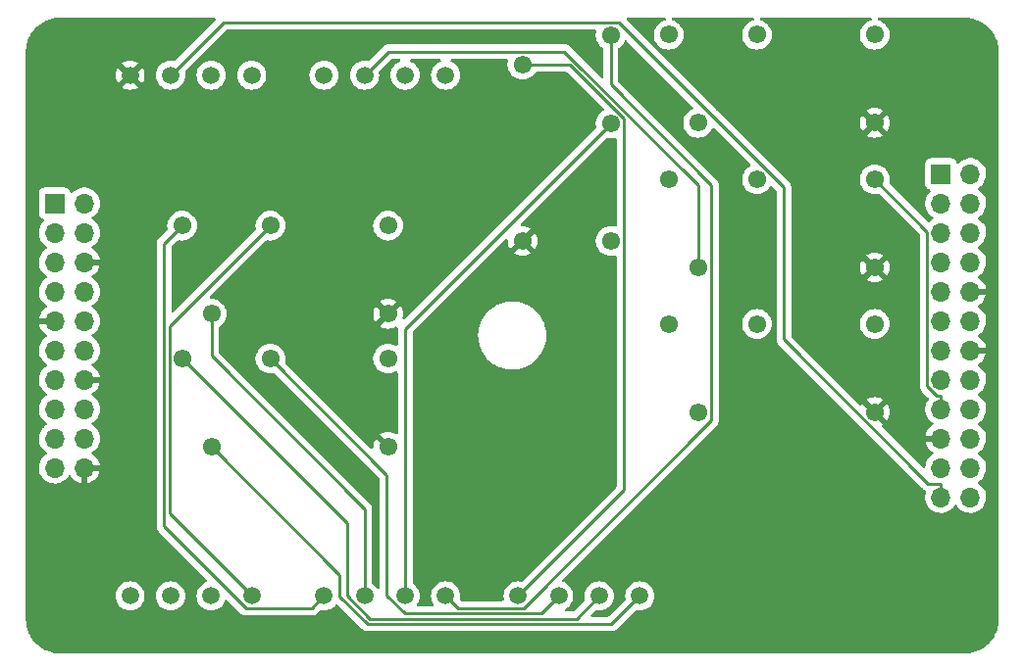
<source format=gbr>
%TF.GenerationSoftware,KiCad,Pcbnew,(6.0.4)*%
%TF.CreationDate,2022-03-25T16:17:33-04:00*%
%TF.ProjectId,relay_board,72656c61-795f-4626-9f61-72642e6b6963,rev?*%
%TF.SameCoordinates,Original*%
%TF.FileFunction,Copper,L2,Bot*%
%TF.FilePolarity,Positive*%
%FSLAX46Y46*%
G04 Gerber Fmt 4.6, Leading zero omitted, Abs format (unit mm)*
G04 Created by KiCad (PCBNEW (6.0.4)) date 2022-03-25 16:17:33*
%MOMM*%
%LPD*%
G01*
G04 APERTURE LIST*
%TA.AperFunction,ComponentPad*%
%ADD10C,1.549400*%
%TD*%
%TA.AperFunction,ComponentPad*%
%ADD11C,1.498600*%
%TD*%
%TA.AperFunction,ComponentPad*%
%ADD12R,1.700000X1.700000*%
%TD*%
%TA.AperFunction,ComponentPad*%
%ADD13O,1.700000X1.700000*%
%TD*%
%TA.AperFunction,Conductor*%
%ADD14C,0.250000*%
%TD*%
G04 APERTURE END LIST*
D10*
%TO.P,Ue,1,1*%
%TO.N,/Ch2A*%
X174000000Y-88500000D03*
%TO.P,Ue,2,2*%
%TO.N,/Ch2*%
X181620000Y-88500000D03*
%TO.P,Ue,3,3*%
%TO.N,/R1*%
X191780000Y-88500000D03*
%TO.P,Ue,4,4*%
%TO.N,/GND*%
X191780000Y-96120000D03*
%TO.P,Ue,5,5*%
%TO.N,/Ch2B*%
X176540000Y-96120000D03*
%TD*%
D11*
%TO.P,J1,1,Pin_1*%
%TO.N,/Ch1*%
X169500000Y-120500000D03*
%TO.P,J1,2,Pin_2*%
%TO.N,/Ch1A*%
X173000001Y-120500000D03*
%TO.P,J1,3,Pin_3*%
%TO.N,/Ch1B*%
X176500001Y-120500000D03*
%TO.P,J1,4,Pin_4*%
%TO.N,/Ch2*%
X180000002Y-120500000D03*
%TD*%
D10*
%TO.P,U4,1,1*%
%TO.N,/Ch5A*%
X216000000Y-84500000D03*
%TO.P,U4,2,2*%
%TO.N,/Ch5*%
X223620000Y-84500000D03*
%TO.P,U4,3,3*%
%TO.N,/R4*%
X233780000Y-84500000D03*
%TO.P,U4,4,4*%
%TO.N,/GND*%
X233780000Y-92120000D03*
%TO.P,U4,5,5*%
%TO.N,/Ch5B*%
X218540000Y-92120000D03*
%TD*%
%TO.P,U5,5,5*%
%TO.N,/Ch3B*%
X203380000Y-74590000D03*
%TO.P,U5,4,4*%
%TO.N,/GND*%
X203380000Y-89830000D03*
%TO.P,U5,3,3*%
%TO.N,/R2*%
X211000000Y-89830000D03*
%TO.P,U5,2,2*%
%TO.N,/Ch3*%
X211000000Y-79670000D03*
%TO.P,U5,1,1*%
%TO.N,/Ch3A*%
X211000000Y-72050000D03*
%TD*%
D11*
%TO.P,J7,1,Pin_1*%
%TO.N,/Ch6A*%
X180000000Y-75500000D03*
%TO.P,J7,2,Pin_2*%
%TO.N,/Ch6B*%
X176499999Y-75500000D03*
%TO.P,J7,3,Pin_3*%
%TO.N,/VCC*%
X172999999Y-75500000D03*
%TO.P,J7,4,Pin_4*%
%TO.N,/GND*%
X169499998Y-75500000D03*
%TD*%
D10*
%TO.P,U2,1,1*%
%TO.N,/Ch4A*%
X174000000Y-100000000D03*
%TO.P,U2,2,2*%
%TO.N,/Ch4*%
X181620000Y-100000000D03*
%TO.P,U2,3,3*%
%TO.N,/R3*%
X191780000Y-100000000D03*
%TO.P,U2,4,4*%
%TO.N,/GND*%
X191780000Y-107620000D03*
%TO.P,U2,5,5*%
%TO.N,/Ch4B*%
X176540000Y-107620000D03*
%TD*%
%TO.P,U6,1,1*%
%TO.N,/Ch6A*%
X216000000Y-72000000D03*
%TO.P,U6,2,2*%
%TO.N,/Ch6*%
X223620000Y-72000000D03*
%TO.P,U6,3,3*%
%TO.N,/R5*%
X233780000Y-72000000D03*
%TO.P,U6,4,4*%
%TO.N,/GND*%
X233780000Y-79620000D03*
%TO.P,U6,5,5*%
%TO.N,/Ch6B*%
X218540000Y-79620000D03*
%TD*%
D12*
%TO.P,J6,1,Pin_1*%
%TO.N,unconnected-(J6-Pad1)*%
X239500000Y-84030000D03*
D13*
%TO.P,J6,2,Pin_2*%
%TO.N,/R3*%
X242040000Y-84030000D03*
%TO.P,J6,3,Pin_3*%
%TO.N,unconnected-(J6-Pad3)*%
X239500000Y-86570000D03*
%TO.P,J6,4,Pin_4*%
%TO.N,unconnected-(J6-Pad4)*%
X242040000Y-86570000D03*
%TO.P,J6,5,Pin_5*%
%TO.N,/GND*%
X239500000Y-89110000D03*
%TO.P,J6,6,Pin_6*%
%TO.N,unconnected-(J6-Pad6)*%
X242040000Y-89110000D03*
%TO.P,J6,7,Pin_7*%
%TO.N,unconnected-(J6-Pad7)*%
X239500000Y-91650000D03*
%TO.P,J6,8,Pin_8*%
%TO.N,unconnected-(J6-Pad8)*%
X242040000Y-91650000D03*
%TO.P,J6,9,Pin_9*%
%TO.N,unconnected-(J6-Pad9)*%
X239500000Y-94190000D03*
%TO.P,J6,10,Pin_10*%
%TO.N,/GND*%
X242040000Y-94190000D03*
%TO.P,J6,11,Pin_11*%
%TO.N,unconnected-(J6-Pad11)*%
X239500000Y-96730000D03*
%TO.P,J6,12,Pin_12*%
%TO.N,unconnected-(J6-Pad12)*%
X242040000Y-96730000D03*
%TO.P,J6,13,Pin_13*%
%TO.N,unconnected-(J6-Pad13)*%
X239500000Y-99270000D03*
%TO.P,J6,14,Pin_14*%
%TO.N,/GND*%
X242040000Y-99270000D03*
%TO.P,J6,15,Pin_15*%
%TO.N,unconnected-(J6-Pad15)*%
X239500000Y-101810000D03*
%TO.P,J6,16,Pin_16*%
%TO.N,unconnected-(J6-Pad16)*%
X242040000Y-101810000D03*
%TO.P,J6,17,Pin_17*%
%TO.N,/R4*%
X239500000Y-104350000D03*
%TO.P,J6,18,Pin_18*%
%TO.N,unconnected-(J6-Pad18)*%
X242040000Y-104350000D03*
%TO.P,J6,19,Pin_19*%
%TO.N,/GND*%
X239500000Y-106890000D03*
%TO.P,J6,20,Pin_20*%
%TO.N,unconnected-(J6-Pad20)*%
X242040000Y-106890000D03*
%TO.P,J6,21,Pin_21*%
%TO.N,unconnected-(J6-Pad21)*%
X239500000Y-109430000D03*
%TO.P,J6,22,Pin_22*%
%TO.N,/Reset*%
X242040000Y-109430000D03*
%TO.P,J6,23,Pin_23*%
%TO.N,/VCC*%
X239500000Y-111970000D03*
%TO.P,J6,24,Pin_24*%
X242040000Y-111970000D03*
%TD*%
D11*
%TO.P,J,1,Pin_1*%
%TO.N,/Ch3B*%
X203000000Y-120500000D03*
%TO.P,J,2,Pin_2*%
%TO.N,/Ch4*%
X206500001Y-120500000D03*
%TO.P,J,3,Pin_3*%
%TO.N,/Ch4A*%
X210000001Y-120500000D03*
%TO.P,J,4,Pin_4*%
%TO.N,/Ch4B*%
X213500002Y-120500000D03*
%TD*%
%TO.P,J2,1,Pin_1*%
%TO.N,/Ch2A*%
X186250000Y-120500000D03*
%TO.P,J2,2,Pin_2*%
%TO.N,/Ch2B*%
X189750001Y-120500000D03*
%TO.P,J2,3,Pin_3*%
%TO.N,/Ch3*%
X193250001Y-120500000D03*
%TO.P,J2,4,Pin_4*%
%TO.N,/Ch3A*%
X196750002Y-120500000D03*
%TD*%
%TO.P,J4,1,Pin_1*%
%TO.N,/Ch5*%
X196750000Y-75500000D03*
%TO.P,J4,2,Pin_2*%
%TO.N,/Ch5A*%
X193249999Y-75500000D03*
%TO.P,J4,3,Pin_3*%
%TO.N,/Ch5B*%
X189749999Y-75500000D03*
%TO.P,J4,4,Pin_4*%
%TO.N,/Ch6*%
X186249998Y-75500000D03*
%TD*%
D12*
%TO.P,J5,1,Pin_1*%
%TO.N,unconnected-(J5-Pad1)*%
X163000000Y-86570000D03*
D13*
%TO.P,J5,2,Pin_2*%
%TO.N,unconnected-(J5-Pad2)*%
X165540000Y-86570000D03*
%TO.P,J5,3,Pin_3*%
%TO.N,unconnected-(J5-Pad3)*%
X163000000Y-89110000D03*
%TO.P,J5,4,Pin_4*%
%TO.N,unconnected-(J5-Pad4)*%
X165540000Y-89110000D03*
%TO.P,J5,5,Pin_5*%
%TO.N,unconnected-(J5-Pad5)*%
X163000000Y-91650000D03*
%TO.P,J5,6,Pin_6*%
%TO.N,/GND*%
X165540000Y-91650000D03*
%TO.P,J5,7,Pin_7*%
%TO.N,unconnected-(J5-Pad7)*%
X163000000Y-94190000D03*
%TO.P,J5,8,Pin_8*%
%TO.N,unconnected-(J5-Pad8)*%
X165540000Y-94190000D03*
%TO.P,J5,9,Pin_9*%
%TO.N,/GND*%
X163000000Y-96730000D03*
%TO.P,J5,10,Pin_10*%
%TO.N,unconnected-(J5-Pad10)*%
X165540000Y-96730000D03*
%TO.P,J5,11,Pin_11*%
%TO.N,unconnected-(J5-Pad11)*%
X163000000Y-99270000D03*
%TO.P,J5,12,Pin_12*%
%TO.N,unconnected-(J5-Pad12)*%
X165540000Y-99270000D03*
%TO.P,J5,13,Pin_13*%
%TO.N,/R5*%
X163000000Y-101810000D03*
%TO.P,J5,14,Pin_14*%
%TO.N,/GND*%
X165540000Y-101810000D03*
%TO.P,J5,15,Pin_15*%
%TO.N,/R0*%
X163000000Y-104350000D03*
%TO.P,J5,16,Pin_16*%
%TO.N,/R1*%
X165540000Y-104350000D03*
%TO.P,J5,17,Pin_17*%
%TO.N,unconnected-(J5-Pad17)*%
X163000000Y-106890000D03*
%TO.P,J5,18,Pin_18*%
%TO.N,/R2*%
X165540000Y-106890000D03*
%TO.P,J5,19,Pin_19*%
%TO.N,unconnected-(J5-Pad19)*%
X163000000Y-109430000D03*
%TO.P,J5,20,Pin_20*%
%TO.N,/GND*%
X165540000Y-109430000D03*
%TD*%
D10*
%TO.P,U1,1,1*%
%TO.N,/Ch1A*%
X216000000Y-97000000D03*
%TO.P,U1,2,2*%
%TO.N,/Ch1*%
X223620000Y-97000000D03*
%TO.P,U1,3,3*%
%TO.N,/R0*%
X233780000Y-97000000D03*
%TO.P,U1,4,4*%
%TO.N,/GND*%
X233780000Y-104620000D03*
%TO.P,U1,5,5*%
%TO.N,/Ch1B*%
X218540000Y-104620000D03*
%TD*%
D14*
%TO.N,/VCC*%
X177569900Y-70930100D02*
X173000000Y-75500000D01*
X211679300Y-70930100D02*
X177569900Y-70930100D01*
X225932300Y-85183100D02*
X211679300Y-70930100D01*
X225932300Y-98328800D02*
X225932300Y-85183100D01*
X238398200Y-110794700D02*
X225932300Y-98328800D01*
X239500000Y-110794700D02*
X238398200Y-110794700D01*
X239500000Y-111970000D02*
X239500000Y-110794700D01*
%TO.N,/R4*%
X238324700Y-89044700D02*
X233780000Y-84500000D01*
X238324700Y-102366800D02*
X238324700Y-89044700D01*
X239132600Y-103174700D02*
X238324700Y-102366800D01*
X239500000Y-103174700D02*
X239132600Y-103174700D01*
X239500000Y-104350000D02*
X239500000Y-103174700D01*
%TO.N,/Ch5B*%
X218540000Y-85010100D02*
X218540000Y-92120000D01*
X206994300Y-73464400D02*
X218540000Y-85010100D01*
X191785600Y-73464400D02*
X206994300Y-73464400D01*
X189750000Y-75500000D02*
X191785600Y-73464400D01*
%TO.N,/Ch4B*%
X211066400Y-122933600D02*
X213500000Y-120500000D01*
X190017600Y-122933600D02*
X211066400Y-122933600D01*
X187612200Y-120528200D02*
X190017600Y-122933600D01*
X187612200Y-118692200D02*
X187612200Y-120528200D01*
X176540000Y-107620000D02*
X187612200Y-118692200D01*
%TO.N,/Ch4A*%
X208021500Y-122478500D02*
X210000000Y-120500000D01*
X190208700Y-122478500D02*
X208021500Y-122478500D01*
X188236900Y-120506700D02*
X190208700Y-122478500D01*
X188236900Y-114236900D02*
X188236900Y-120506700D01*
X174000000Y-100000000D02*
X188236900Y-114236900D01*
%TO.N,/Ch4*%
X191673000Y-110053000D02*
X181620000Y-100000000D01*
X191673000Y-120487900D02*
X191673000Y-110053000D01*
X193213300Y-122028200D02*
X191673000Y-120487900D01*
X204971800Y-122028200D02*
X193213300Y-122028200D01*
X206500000Y-120500000D02*
X204971800Y-122028200D01*
%TO.N,/Ch3B*%
X212133600Y-111366400D02*
X203000000Y-120500000D01*
X212133600Y-79240600D02*
X212133600Y-111366400D01*
X207483000Y-74590000D02*
X212133600Y-79240600D01*
X203380000Y-74590000D02*
X207483000Y-74590000D01*
%TO.N,/Ch3A*%
X197827800Y-121577800D02*
X196750000Y-120500000D01*
X203447800Y-121577800D02*
X197827800Y-121577800D01*
X219689800Y-105335800D02*
X203447800Y-121577800D01*
X219689800Y-84995500D02*
X219689800Y-105335800D01*
X211000000Y-76305700D02*
X219689800Y-84995500D01*
X211000000Y-72050000D02*
X211000000Y-76305700D01*
%TO.N,/Ch3*%
X193250000Y-97420000D02*
X211000000Y-79670000D01*
X193250000Y-120500000D02*
X193250000Y-97420000D01*
%TO.N,/Ch2B*%
X189750000Y-112987000D02*
X189750000Y-120500000D01*
X176540000Y-99777000D02*
X189750000Y-112987000D01*
X176540000Y-96120000D02*
X176540000Y-99777000D01*
%TO.N,/Ch2A*%
X172433200Y-90066800D02*
X174000000Y-88500000D01*
X172433200Y-114508600D02*
X172433200Y-90066800D01*
X179499200Y-121574600D02*
X172433200Y-114508600D01*
X185175400Y-121574600D02*
X179499200Y-121574600D01*
X186250000Y-120500000D02*
X185175400Y-121574600D01*
%TO.N,/Ch2*%
X172883900Y-97236100D02*
X181620000Y-88500000D01*
X172883900Y-113383900D02*
X172883900Y-97236100D01*
X180000000Y-120500000D02*
X172883900Y-113383900D01*
%TD*%
%TA.AperFunction,Conductor*%
%TO.N,/GND*%
G36*
X176859527Y-70528502D02*
G01*
X176906020Y-70582158D01*
X176916124Y-70652432D01*
X176886630Y-70717012D01*
X176880502Y-70723594D01*
X175118848Y-72485247D01*
X173371851Y-74232244D01*
X173309539Y-74266270D01*
X173250147Y-74264856D01*
X173219248Y-74256577D01*
X173213781Y-74256099D01*
X173213777Y-74256098D01*
X173005474Y-74237874D01*
X172999999Y-74237395D01*
X172780750Y-74256577D01*
X172775436Y-74258001D01*
X172775435Y-74258001D01*
X172573473Y-74312116D01*
X172573471Y-74312117D01*
X172568163Y-74313539D01*
X172563183Y-74315861D01*
X172563181Y-74315862D01*
X172373678Y-74404229D01*
X172373675Y-74404231D01*
X172368697Y-74406552D01*
X172188412Y-74532788D01*
X172032787Y-74688413D01*
X171906551Y-74868698D01*
X171904230Y-74873676D01*
X171904228Y-74873679D01*
X171828751Y-75035539D01*
X171813538Y-75068164D01*
X171756576Y-75280751D01*
X171737394Y-75500000D01*
X171756576Y-75719249D01*
X171758000Y-75724563D01*
X171758000Y-75724564D01*
X171778326Y-75800420D01*
X171813538Y-75931836D01*
X171815860Y-75936816D01*
X171815861Y-75936818D01*
X171882722Y-76080200D01*
X171906551Y-76131302D01*
X172032787Y-76311587D01*
X172188412Y-76467212D01*
X172192920Y-76470369D01*
X172192923Y-76470371D01*
X172323318Y-76561674D01*
X172368696Y-76593448D01*
X172373678Y-76595771D01*
X172373683Y-76595774D01*
X172562169Y-76683666D01*
X172568163Y-76686461D01*
X172573471Y-76687883D01*
X172573473Y-76687884D01*
X172775435Y-76741999D01*
X172775436Y-76741999D01*
X172780750Y-76743423D01*
X172999999Y-76762605D01*
X173219248Y-76743423D01*
X173224562Y-76741999D01*
X173224563Y-76741999D01*
X173426525Y-76687884D01*
X173426527Y-76687883D01*
X173431835Y-76686461D01*
X173437829Y-76683666D01*
X173626315Y-76595774D01*
X173626320Y-76595771D01*
X173631302Y-76593448D01*
X173676680Y-76561674D01*
X173807075Y-76470371D01*
X173807078Y-76470369D01*
X173811586Y-76467212D01*
X173967211Y-76311587D01*
X174093447Y-76131302D01*
X174117277Y-76080200D01*
X174184137Y-75936818D01*
X174184138Y-75936816D01*
X174186460Y-75931836D01*
X174221673Y-75800420D01*
X174241998Y-75724564D01*
X174241998Y-75724563D01*
X174243422Y-75719249D01*
X174262604Y-75500000D01*
X175237394Y-75500000D01*
X175256576Y-75719249D01*
X175258000Y-75724563D01*
X175258000Y-75724564D01*
X175278326Y-75800420D01*
X175313538Y-75931836D01*
X175315860Y-75936816D01*
X175315861Y-75936818D01*
X175382722Y-76080200D01*
X175406551Y-76131302D01*
X175532787Y-76311587D01*
X175688412Y-76467212D01*
X175692920Y-76470369D01*
X175692923Y-76470371D01*
X175823318Y-76561674D01*
X175868696Y-76593448D01*
X175873678Y-76595771D01*
X175873683Y-76595774D01*
X176062169Y-76683666D01*
X176068163Y-76686461D01*
X176073471Y-76687883D01*
X176073473Y-76687884D01*
X176275435Y-76741999D01*
X176275436Y-76741999D01*
X176280750Y-76743423D01*
X176499999Y-76762605D01*
X176719248Y-76743423D01*
X176724562Y-76741999D01*
X176724563Y-76741999D01*
X176926525Y-76687884D01*
X176926527Y-76687883D01*
X176931835Y-76686461D01*
X176937829Y-76683666D01*
X177126315Y-76595774D01*
X177126320Y-76595771D01*
X177131302Y-76593448D01*
X177176680Y-76561674D01*
X177307075Y-76470371D01*
X177307078Y-76470369D01*
X177311586Y-76467212D01*
X177467211Y-76311587D01*
X177593447Y-76131302D01*
X177617277Y-76080200D01*
X177684137Y-75936818D01*
X177684138Y-75936816D01*
X177686460Y-75931836D01*
X177721673Y-75800420D01*
X177741998Y-75724564D01*
X177741998Y-75724563D01*
X177743422Y-75719249D01*
X177762604Y-75500000D01*
X178737395Y-75500000D01*
X178756577Y-75719249D01*
X178758001Y-75724563D01*
X178758001Y-75724564D01*
X178778327Y-75800420D01*
X178813539Y-75931836D01*
X178815861Y-75936816D01*
X178815862Y-75936818D01*
X178882723Y-76080200D01*
X178906552Y-76131302D01*
X179032788Y-76311587D01*
X179188413Y-76467212D01*
X179192921Y-76470369D01*
X179192924Y-76470371D01*
X179323319Y-76561674D01*
X179368697Y-76593448D01*
X179373679Y-76595771D01*
X179373684Y-76595774D01*
X179562170Y-76683666D01*
X179568164Y-76686461D01*
X179573472Y-76687883D01*
X179573474Y-76687884D01*
X179775436Y-76741999D01*
X179775437Y-76741999D01*
X179780751Y-76743423D01*
X180000000Y-76762605D01*
X180219249Y-76743423D01*
X180224563Y-76741999D01*
X180224564Y-76741999D01*
X180426526Y-76687884D01*
X180426528Y-76687883D01*
X180431836Y-76686461D01*
X180437830Y-76683666D01*
X180626316Y-76595774D01*
X180626321Y-76595771D01*
X180631303Y-76593448D01*
X180676681Y-76561674D01*
X180807076Y-76470371D01*
X180807079Y-76470369D01*
X180811587Y-76467212D01*
X180967212Y-76311587D01*
X181093448Y-76131302D01*
X181117278Y-76080200D01*
X181184138Y-75936818D01*
X181184139Y-75936816D01*
X181186461Y-75931836D01*
X181221674Y-75800420D01*
X181241999Y-75724564D01*
X181241999Y-75724563D01*
X181243423Y-75719249D01*
X181262605Y-75500000D01*
X184987393Y-75500000D01*
X185006575Y-75719249D01*
X185007999Y-75724563D01*
X185007999Y-75724564D01*
X185028325Y-75800420D01*
X185063537Y-75931836D01*
X185065859Y-75936816D01*
X185065860Y-75936818D01*
X185132721Y-76080200D01*
X185156550Y-76131302D01*
X185282786Y-76311587D01*
X185438411Y-76467212D01*
X185442919Y-76470369D01*
X185442922Y-76470371D01*
X185573317Y-76561674D01*
X185618695Y-76593448D01*
X185623677Y-76595771D01*
X185623682Y-76595774D01*
X185812168Y-76683666D01*
X185818162Y-76686461D01*
X185823470Y-76687883D01*
X185823472Y-76687884D01*
X186025434Y-76741999D01*
X186025435Y-76741999D01*
X186030749Y-76743423D01*
X186249998Y-76762605D01*
X186469247Y-76743423D01*
X186474561Y-76741999D01*
X186474562Y-76741999D01*
X186676524Y-76687884D01*
X186676526Y-76687883D01*
X186681834Y-76686461D01*
X186687828Y-76683666D01*
X186876314Y-76595774D01*
X186876319Y-76595771D01*
X186881301Y-76593448D01*
X186926679Y-76561674D01*
X187057074Y-76470371D01*
X187057077Y-76470369D01*
X187061585Y-76467212D01*
X187217210Y-76311587D01*
X187343446Y-76131302D01*
X187367276Y-76080200D01*
X187434136Y-75936818D01*
X187434137Y-75936816D01*
X187436459Y-75931836D01*
X187471672Y-75800420D01*
X187491997Y-75724564D01*
X187491997Y-75724563D01*
X187493421Y-75719249D01*
X187512603Y-75500000D01*
X187493421Y-75280751D01*
X187436459Y-75068164D01*
X187421246Y-75035539D01*
X187345769Y-74873679D01*
X187345767Y-74873676D01*
X187343446Y-74868698D01*
X187217210Y-74688413D01*
X187061585Y-74532788D01*
X187057077Y-74529631D01*
X187057074Y-74529629D01*
X186885810Y-74409709D01*
X186885807Y-74409707D01*
X186881301Y-74406552D01*
X186876319Y-74404229D01*
X186876314Y-74404226D01*
X186686816Y-74315862D01*
X186686815Y-74315861D01*
X186681834Y-74313539D01*
X186676526Y-74312117D01*
X186676524Y-74312116D01*
X186474562Y-74258001D01*
X186474561Y-74258001D01*
X186469247Y-74256577D01*
X186249998Y-74237395D01*
X186030749Y-74256577D01*
X186025435Y-74258001D01*
X186025434Y-74258001D01*
X185823472Y-74312116D01*
X185823470Y-74312117D01*
X185818162Y-74313539D01*
X185813182Y-74315861D01*
X185813180Y-74315862D01*
X185623677Y-74404229D01*
X185623674Y-74404231D01*
X185618696Y-74406552D01*
X185438411Y-74532788D01*
X185282786Y-74688413D01*
X185156550Y-74868698D01*
X185154229Y-74873676D01*
X185154227Y-74873679D01*
X185078750Y-75035539D01*
X185063537Y-75068164D01*
X185006575Y-75280751D01*
X184987393Y-75500000D01*
X181262605Y-75500000D01*
X181243423Y-75280751D01*
X181186461Y-75068164D01*
X181171248Y-75035539D01*
X181095771Y-74873679D01*
X181095769Y-74873676D01*
X181093448Y-74868698D01*
X180967212Y-74688413D01*
X180811587Y-74532788D01*
X180807079Y-74529631D01*
X180807076Y-74529629D01*
X180635812Y-74409709D01*
X180635809Y-74409707D01*
X180631303Y-74406552D01*
X180626321Y-74404229D01*
X180626316Y-74404226D01*
X180436818Y-74315862D01*
X180436817Y-74315861D01*
X180431836Y-74313539D01*
X180426528Y-74312117D01*
X180426526Y-74312116D01*
X180224564Y-74258001D01*
X180224563Y-74258001D01*
X180219249Y-74256577D01*
X180000000Y-74237395D01*
X179780751Y-74256577D01*
X179775437Y-74258001D01*
X179775436Y-74258001D01*
X179573474Y-74312116D01*
X179573472Y-74312117D01*
X179568164Y-74313539D01*
X179563184Y-74315861D01*
X179563182Y-74315862D01*
X179373679Y-74404229D01*
X179373676Y-74404231D01*
X179368698Y-74406552D01*
X179188413Y-74532788D01*
X179032788Y-74688413D01*
X178906552Y-74868698D01*
X178904231Y-74873676D01*
X178904229Y-74873679D01*
X178828752Y-75035539D01*
X178813539Y-75068164D01*
X178756577Y-75280751D01*
X178737395Y-75500000D01*
X177762604Y-75500000D01*
X177743422Y-75280751D01*
X177686460Y-75068164D01*
X177671247Y-75035539D01*
X177595770Y-74873679D01*
X177595768Y-74873676D01*
X177593447Y-74868698D01*
X177467211Y-74688413D01*
X177311586Y-74532788D01*
X177307078Y-74529631D01*
X177307075Y-74529629D01*
X177135811Y-74409709D01*
X177135808Y-74409707D01*
X177131302Y-74406552D01*
X177126320Y-74404229D01*
X177126315Y-74404226D01*
X176936817Y-74315862D01*
X176936816Y-74315861D01*
X176931835Y-74313539D01*
X176926527Y-74312117D01*
X176926525Y-74312116D01*
X176724563Y-74258001D01*
X176724562Y-74258001D01*
X176719248Y-74256577D01*
X176499999Y-74237395D01*
X176280750Y-74256577D01*
X176275436Y-74258001D01*
X176275435Y-74258001D01*
X176073473Y-74312116D01*
X176073471Y-74312117D01*
X176068163Y-74313539D01*
X176063183Y-74315861D01*
X176063181Y-74315862D01*
X175873678Y-74404229D01*
X175873675Y-74404231D01*
X175868697Y-74406552D01*
X175688412Y-74532788D01*
X175532787Y-74688413D01*
X175406551Y-74868698D01*
X175404230Y-74873676D01*
X175404228Y-74873679D01*
X175328751Y-75035539D01*
X175313538Y-75068164D01*
X175256576Y-75280751D01*
X175237394Y-75500000D01*
X174262604Y-75500000D01*
X174243422Y-75280751D01*
X174235144Y-75249857D01*
X174236832Y-75178880D01*
X174267755Y-75128149D01*
X177795399Y-71600505D01*
X177857711Y-71566479D01*
X177884494Y-71563600D01*
X209637657Y-71563600D01*
X209705778Y-71583602D01*
X209752271Y-71637258D01*
X209762375Y-71707532D01*
X209759365Y-71722208D01*
X209731467Y-71826323D01*
X209711898Y-72050000D01*
X209731467Y-72273677D01*
X209789580Y-72490557D01*
X209791902Y-72495538D01*
X209791903Y-72495539D01*
X209882145Y-72689064D01*
X209882148Y-72689069D01*
X209884471Y-72694051D01*
X209887628Y-72698559D01*
X210008166Y-72870705D01*
X210013257Y-72877976D01*
X210172024Y-73036743D01*
X210176532Y-73039900D01*
X210176535Y-73039902D01*
X210201499Y-73057382D01*
X210312772Y-73135296D01*
X210357099Y-73190752D01*
X210366500Y-73238508D01*
X210366500Y-75636505D01*
X210346498Y-75704626D01*
X210292842Y-75751119D01*
X210222568Y-75761223D01*
X210157988Y-75731729D01*
X210151405Y-75725600D01*
X207497952Y-73072147D01*
X207490412Y-73063861D01*
X207486300Y-73057382D01*
X207436648Y-73010756D01*
X207433807Y-73008002D01*
X207414070Y-72988265D01*
X207410873Y-72985785D01*
X207401851Y-72978080D01*
X207388422Y-72965469D01*
X207369621Y-72947814D01*
X207362675Y-72943995D01*
X207362672Y-72943993D01*
X207351866Y-72938052D01*
X207335347Y-72927201D01*
X207334883Y-72926841D01*
X207319341Y-72914786D01*
X207312072Y-72911641D01*
X207312068Y-72911638D01*
X207278763Y-72897226D01*
X207268113Y-72892009D01*
X207229360Y-72870705D01*
X207209737Y-72865667D01*
X207191034Y-72859263D01*
X207179720Y-72854367D01*
X207179719Y-72854367D01*
X207172445Y-72851219D01*
X207164622Y-72849980D01*
X207164612Y-72849977D01*
X207128776Y-72844301D01*
X207117156Y-72841895D01*
X207082011Y-72832872D01*
X207082010Y-72832872D01*
X207074330Y-72830900D01*
X207054076Y-72830900D01*
X207034365Y-72829349D01*
X207025697Y-72827976D01*
X207014357Y-72826180D01*
X206985086Y-72828947D01*
X206970339Y-72830341D01*
X206958481Y-72830900D01*
X191864367Y-72830900D01*
X191853184Y-72830373D01*
X191845691Y-72828698D01*
X191837765Y-72828947D01*
X191837764Y-72828947D01*
X191777614Y-72830838D01*
X191773655Y-72830900D01*
X191745744Y-72830900D01*
X191741810Y-72831397D01*
X191741809Y-72831397D01*
X191741744Y-72831405D01*
X191729907Y-72832338D01*
X191698090Y-72833338D01*
X191693629Y-72833478D01*
X191685710Y-72833727D01*
X191668054Y-72838856D01*
X191666258Y-72839378D01*
X191646906Y-72843386D01*
X191639835Y-72844280D01*
X191626803Y-72845926D01*
X191619434Y-72848843D01*
X191619432Y-72848844D01*
X191585697Y-72862200D01*
X191574469Y-72866045D01*
X191532007Y-72878382D01*
X191525184Y-72882417D01*
X191525182Y-72882418D01*
X191514572Y-72888693D01*
X191496824Y-72897388D01*
X191477983Y-72904848D01*
X191471567Y-72909510D01*
X191471566Y-72909510D01*
X191442213Y-72930836D01*
X191432293Y-72937352D01*
X191401065Y-72955820D01*
X191401062Y-72955822D01*
X191394238Y-72959858D01*
X191379917Y-72974179D01*
X191364884Y-72987019D01*
X191348493Y-72998928D01*
X191339817Y-73009416D01*
X191320302Y-73033005D01*
X191312312Y-73041784D01*
X190121852Y-74232244D01*
X190059540Y-74266270D01*
X190000146Y-74264856D01*
X189974563Y-74258001D01*
X189974561Y-74258001D01*
X189969248Y-74256577D01*
X189749999Y-74237395D01*
X189530750Y-74256577D01*
X189525436Y-74258001D01*
X189525435Y-74258001D01*
X189323473Y-74312116D01*
X189323471Y-74312117D01*
X189318163Y-74313539D01*
X189313183Y-74315861D01*
X189313181Y-74315862D01*
X189123678Y-74404229D01*
X189123675Y-74404231D01*
X189118697Y-74406552D01*
X188938412Y-74532788D01*
X188782787Y-74688413D01*
X188656551Y-74868698D01*
X188654230Y-74873676D01*
X188654228Y-74873679D01*
X188578751Y-75035539D01*
X188563538Y-75068164D01*
X188506576Y-75280751D01*
X188487394Y-75500000D01*
X188506576Y-75719249D01*
X188508000Y-75724563D01*
X188508000Y-75724564D01*
X188528326Y-75800420D01*
X188563538Y-75931836D01*
X188565860Y-75936816D01*
X188565861Y-75936818D01*
X188632722Y-76080200D01*
X188656551Y-76131302D01*
X188782787Y-76311587D01*
X188938412Y-76467212D01*
X188942920Y-76470369D01*
X188942923Y-76470371D01*
X189073318Y-76561674D01*
X189118696Y-76593448D01*
X189123678Y-76595771D01*
X189123683Y-76595774D01*
X189312169Y-76683666D01*
X189318163Y-76686461D01*
X189323471Y-76687883D01*
X189323473Y-76687884D01*
X189525435Y-76741999D01*
X189525436Y-76741999D01*
X189530750Y-76743423D01*
X189749999Y-76762605D01*
X189969248Y-76743423D01*
X189974562Y-76741999D01*
X189974563Y-76741999D01*
X190176525Y-76687884D01*
X190176527Y-76687883D01*
X190181835Y-76686461D01*
X190187829Y-76683666D01*
X190376315Y-76595774D01*
X190376320Y-76595771D01*
X190381302Y-76593448D01*
X190426680Y-76561674D01*
X190557075Y-76470371D01*
X190557078Y-76470369D01*
X190561586Y-76467212D01*
X190717211Y-76311587D01*
X190843447Y-76131302D01*
X190867277Y-76080200D01*
X190934137Y-75936818D01*
X190934138Y-75936816D01*
X190936460Y-75931836D01*
X190971673Y-75800420D01*
X190991998Y-75724564D01*
X190991998Y-75724563D01*
X190993422Y-75719249D01*
X191012604Y-75500000D01*
X190993422Y-75280751D01*
X190991998Y-75275436D01*
X190991997Y-75275429D01*
X190985144Y-75249853D01*
X190986835Y-75178877D01*
X191017756Y-75128149D01*
X192011100Y-74134805D01*
X192073412Y-74100779D01*
X192100195Y-74097900D01*
X192712253Y-74097900D01*
X192780374Y-74117902D01*
X192826867Y-74171558D01*
X192836971Y-74241832D01*
X192807477Y-74306412D01*
X192765503Y-74338095D01*
X192623678Y-74404229D01*
X192623675Y-74404231D01*
X192618697Y-74406552D01*
X192438412Y-74532788D01*
X192282787Y-74688413D01*
X192156551Y-74868698D01*
X192154230Y-74873676D01*
X192154228Y-74873679D01*
X192078751Y-75035539D01*
X192063538Y-75068164D01*
X192006576Y-75280751D01*
X191987394Y-75500000D01*
X192006576Y-75719249D01*
X192008000Y-75724563D01*
X192008000Y-75724564D01*
X192028326Y-75800420D01*
X192063538Y-75931836D01*
X192065860Y-75936816D01*
X192065861Y-75936818D01*
X192132722Y-76080200D01*
X192156551Y-76131302D01*
X192282787Y-76311587D01*
X192438412Y-76467212D01*
X192442920Y-76470369D01*
X192442923Y-76470371D01*
X192573318Y-76561674D01*
X192618696Y-76593448D01*
X192623678Y-76595771D01*
X192623683Y-76595774D01*
X192812169Y-76683666D01*
X192818163Y-76686461D01*
X192823471Y-76687883D01*
X192823473Y-76687884D01*
X193025435Y-76741999D01*
X193025436Y-76741999D01*
X193030750Y-76743423D01*
X193249999Y-76762605D01*
X193469248Y-76743423D01*
X193474562Y-76741999D01*
X193474563Y-76741999D01*
X193676525Y-76687884D01*
X193676527Y-76687883D01*
X193681835Y-76686461D01*
X193687829Y-76683666D01*
X193876315Y-76595774D01*
X193876320Y-76595771D01*
X193881302Y-76593448D01*
X193926680Y-76561674D01*
X194057075Y-76470371D01*
X194057078Y-76470369D01*
X194061586Y-76467212D01*
X194217211Y-76311587D01*
X194343447Y-76131302D01*
X194367277Y-76080200D01*
X194434137Y-75936818D01*
X194434138Y-75936816D01*
X194436460Y-75931836D01*
X194471673Y-75800420D01*
X194491998Y-75724564D01*
X194491998Y-75724563D01*
X194493422Y-75719249D01*
X194512604Y-75500000D01*
X194493422Y-75280751D01*
X194436460Y-75068164D01*
X194421247Y-75035539D01*
X194345770Y-74873679D01*
X194345768Y-74873676D01*
X194343447Y-74868698D01*
X194217211Y-74688413D01*
X194061586Y-74532788D01*
X194057078Y-74529631D01*
X194057075Y-74529629D01*
X193885811Y-74409709D01*
X193885808Y-74409707D01*
X193881302Y-74406552D01*
X193876320Y-74404229D01*
X193876315Y-74404226D01*
X193734496Y-74338095D01*
X193681211Y-74291178D01*
X193661750Y-74222900D01*
X193682292Y-74154940D01*
X193736315Y-74108875D01*
X193787746Y-74097900D01*
X196212254Y-74097900D01*
X196280375Y-74117902D01*
X196326868Y-74171558D01*
X196336972Y-74241832D01*
X196307478Y-74306412D01*
X196265504Y-74338095D01*
X196123679Y-74404229D01*
X196123676Y-74404231D01*
X196118698Y-74406552D01*
X195938413Y-74532788D01*
X195782788Y-74688413D01*
X195656552Y-74868698D01*
X195654231Y-74873676D01*
X195654229Y-74873679D01*
X195578752Y-75035539D01*
X195563539Y-75068164D01*
X195506577Y-75280751D01*
X195487395Y-75500000D01*
X195506577Y-75719249D01*
X195508001Y-75724563D01*
X195508001Y-75724564D01*
X195528327Y-75800420D01*
X195563539Y-75931836D01*
X195565861Y-75936816D01*
X195565862Y-75936818D01*
X195632723Y-76080200D01*
X195656552Y-76131302D01*
X195782788Y-76311587D01*
X195938413Y-76467212D01*
X195942921Y-76470369D01*
X195942924Y-76470371D01*
X196073319Y-76561674D01*
X196118697Y-76593448D01*
X196123679Y-76595771D01*
X196123684Y-76595774D01*
X196312170Y-76683666D01*
X196318164Y-76686461D01*
X196323472Y-76687883D01*
X196323474Y-76687884D01*
X196525436Y-76741999D01*
X196525437Y-76741999D01*
X196530751Y-76743423D01*
X196750000Y-76762605D01*
X196969249Y-76743423D01*
X196974563Y-76741999D01*
X196974564Y-76741999D01*
X197176526Y-76687884D01*
X197176528Y-76687883D01*
X197181836Y-76686461D01*
X197187830Y-76683666D01*
X197376316Y-76595774D01*
X197376321Y-76595771D01*
X197381303Y-76593448D01*
X197426681Y-76561674D01*
X197557076Y-76470371D01*
X197557079Y-76470369D01*
X197561587Y-76467212D01*
X197717212Y-76311587D01*
X197843448Y-76131302D01*
X197867278Y-76080200D01*
X197934138Y-75936818D01*
X197934139Y-75936816D01*
X197936461Y-75931836D01*
X197971674Y-75800420D01*
X197991999Y-75724564D01*
X197991999Y-75724563D01*
X197993423Y-75719249D01*
X198012605Y-75500000D01*
X197993423Y-75280751D01*
X197936461Y-75068164D01*
X197921248Y-75035539D01*
X197845771Y-74873679D01*
X197845769Y-74873676D01*
X197843448Y-74868698D01*
X197717212Y-74688413D01*
X197561587Y-74532788D01*
X197557079Y-74529631D01*
X197557076Y-74529629D01*
X197385812Y-74409709D01*
X197385809Y-74409707D01*
X197381303Y-74406552D01*
X197376321Y-74404229D01*
X197376316Y-74404226D01*
X197234497Y-74338095D01*
X197181212Y-74291178D01*
X197161751Y-74222900D01*
X197182293Y-74154940D01*
X197236316Y-74108875D01*
X197287747Y-74097900D01*
X202019184Y-74097900D01*
X202087305Y-74117902D01*
X202133798Y-74171558D01*
X202143902Y-74241832D01*
X202140891Y-74256511D01*
X202124862Y-74316334D01*
X202111467Y-74366323D01*
X202091898Y-74590000D01*
X202111467Y-74813677D01*
X202112891Y-74818990D01*
X202112891Y-74818992D01*
X202127545Y-74873679D01*
X202169580Y-75030557D01*
X202171902Y-75035538D01*
X202171903Y-75035539D01*
X202262145Y-75229064D01*
X202262148Y-75229069D01*
X202264471Y-75234051D01*
X202393257Y-75417976D01*
X202552024Y-75576743D01*
X202556532Y-75579900D01*
X202556535Y-75579902D01*
X202633152Y-75633549D01*
X202735949Y-75705529D01*
X202740931Y-75707852D01*
X202740936Y-75707855D01*
X202934461Y-75798097D01*
X202939443Y-75800420D01*
X202944751Y-75801842D01*
X202944753Y-75801843D01*
X203151008Y-75857109D01*
X203151010Y-75857109D01*
X203156323Y-75858533D01*
X203380000Y-75878102D01*
X203603677Y-75858533D01*
X203608990Y-75857109D01*
X203608992Y-75857109D01*
X203815247Y-75801843D01*
X203815249Y-75801842D01*
X203820557Y-75800420D01*
X203825539Y-75798097D01*
X204019064Y-75707855D01*
X204019069Y-75707852D01*
X204024051Y-75705529D01*
X204126848Y-75633549D01*
X204203465Y-75579902D01*
X204203468Y-75579900D01*
X204207976Y-75576743D01*
X204366743Y-75417976D01*
X204465296Y-75277228D01*
X204520752Y-75232901D01*
X204568508Y-75223500D01*
X207168406Y-75223500D01*
X207236527Y-75243502D01*
X207257501Y-75260405D01*
X210364825Y-78367729D01*
X210398851Y-78430041D01*
X210393786Y-78500856D01*
X210348000Y-78560037D01*
X210176540Y-78680094D01*
X210176534Y-78680099D01*
X210172024Y-78683257D01*
X210013257Y-78842024D01*
X209884471Y-79025949D01*
X209882148Y-79030931D01*
X209882145Y-79030936D01*
X209815138Y-79174633D01*
X209789580Y-79229443D01*
X209788158Y-79234751D01*
X209788157Y-79234753D01*
X209732891Y-79441008D01*
X209731467Y-79446323D01*
X209711898Y-79670000D01*
X209731467Y-79893677D01*
X209732892Y-79898995D01*
X209744116Y-79940887D01*
X209742426Y-80011864D01*
X209711504Y-80062592D01*
X193240553Y-96533542D01*
X193178241Y-96567568D01*
X193107426Y-96562503D01*
X193050590Y-96519956D01*
X193025779Y-96453436D01*
X193029751Y-96411835D01*
X193046614Y-96348901D01*
X193048517Y-96338109D01*
X193067121Y-96125475D01*
X193067121Y-96114525D01*
X193048517Y-95901891D01*
X193046614Y-95891096D01*
X192991371Y-95684925D01*
X192987625Y-95674633D01*
X192897419Y-95481185D01*
X192891940Y-95471695D01*
X192859324Y-95425115D01*
X192848848Y-95416741D01*
X192835400Y-95423810D01*
X191083088Y-97176122D01*
X191076658Y-97187896D01*
X191085954Y-97199912D01*
X191131695Y-97231940D01*
X191141185Y-97237419D01*
X191334633Y-97327625D01*
X191344925Y-97331371D01*
X191551096Y-97386614D01*
X191561891Y-97388517D01*
X191774525Y-97407121D01*
X191785475Y-97407121D01*
X191998109Y-97388517D01*
X192008904Y-97386614D01*
X192215075Y-97331371D01*
X192225367Y-97327625D01*
X192418814Y-97237419D01*
X192427496Y-97232406D01*
X192496491Y-97215666D01*
X192563584Y-97238884D01*
X192607473Y-97294689D01*
X192616500Y-97341523D01*
X192616500Y-97360224D01*
X192614949Y-97379934D01*
X192611780Y-97399943D01*
X192614908Y-97433028D01*
X192615941Y-97443961D01*
X192616500Y-97455819D01*
X192616500Y-98777897D01*
X192596498Y-98846018D01*
X192542842Y-98892511D01*
X192472568Y-98902615D01*
X192427864Y-98887141D01*
X192424051Y-98884471D01*
X192419073Y-98882150D01*
X192419070Y-98882148D01*
X192225539Y-98791903D01*
X192225538Y-98791902D01*
X192220557Y-98789580D01*
X192215249Y-98788158D01*
X192215247Y-98788157D01*
X192008992Y-98732891D01*
X192008990Y-98732891D01*
X192003677Y-98731467D01*
X191780000Y-98711898D01*
X191556323Y-98731467D01*
X191551010Y-98732891D01*
X191551008Y-98732891D01*
X191344753Y-98788157D01*
X191344751Y-98788158D01*
X191339443Y-98789580D01*
X191334462Y-98791902D01*
X191334461Y-98791903D01*
X191140936Y-98882145D01*
X191140931Y-98882148D01*
X191135949Y-98884471D01*
X191124467Y-98892511D01*
X190956535Y-99010098D01*
X190956532Y-99010100D01*
X190952024Y-99013257D01*
X190793257Y-99172024D01*
X190664471Y-99355949D01*
X190662148Y-99360931D01*
X190662145Y-99360936D01*
X190573284Y-99551500D01*
X190569580Y-99559443D01*
X190568158Y-99564751D01*
X190568157Y-99564753D01*
X190529213Y-99710093D01*
X190511467Y-99776323D01*
X190491898Y-100000000D01*
X190511467Y-100223677D01*
X190512891Y-100228990D01*
X190512891Y-100228992D01*
X190560983Y-100408471D01*
X190569580Y-100440557D01*
X190571902Y-100445538D01*
X190571903Y-100445539D01*
X190662145Y-100639064D01*
X190662148Y-100639069D01*
X190664471Y-100644051D01*
X190688398Y-100678222D01*
X190785740Y-100817240D01*
X190793257Y-100827976D01*
X190952024Y-100986743D01*
X190956532Y-100989900D01*
X190956535Y-100989902D01*
X191033152Y-101043549D01*
X191135949Y-101115529D01*
X191140931Y-101117852D01*
X191140936Y-101117855D01*
X191297400Y-101190815D01*
X191339443Y-101210420D01*
X191344751Y-101211842D01*
X191344753Y-101211843D01*
X191551008Y-101267109D01*
X191551010Y-101267109D01*
X191556323Y-101268533D01*
X191780000Y-101288102D01*
X192003677Y-101268533D01*
X192008990Y-101267109D01*
X192008992Y-101267109D01*
X192215247Y-101211843D01*
X192215249Y-101211842D01*
X192220557Y-101210420D01*
X192262600Y-101190815D01*
X192419070Y-101117852D01*
X192419073Y-101117850D01*
X192424051Y-101115529D01*
X192427781Y-101112917D01*
X192496491Y-101096246D01*
X192563584Y-101119464D01*
X192607473Y-101175270D01*
X192616500Y-101222103D01*
X192616500Y-106398477D01*
X192596498Y-106466598D01*
X192542842Y-106513091D01*
X192472568Y-106523195D01*
X192427496Y-106507594D01*
X192418814Y-106502581D01*
X192225367Y-106412375D01*
X192215075Y-106408629D01*
X192008904Y-106353386D01*
X191998109Y-106351483D01*
X191785475Y-106332879D01*
X191774525Y-106332879D01*
X191561891Y-106351483D01*
X191551096Y-106353386D01*
X191344925Y-106408629D01*
X191334633Y-106412375D01*
X191141185Y-106502581D01*
X191131695Y-106508060D01*
X191085115Y-106540676D01*
X191076741Y-106551152D01*
X191083810Y-106564600D01*
X192050115Y-107530905D01*
X192084141Y-107593217D01*
X192079076Y-107664032D01*
X192050115Y-107709095D01*
X191869095Y-107890115D01*
X191806783Y-107924141D01*
X191735968Y-107919076D01*
X191690905Y-107890115D01*
X190723878Y-106923088D01*
X190712104Y-106916658D01*
X190700088Y-106925954D01*
X190668060Y-106971695D01*
X190662581Y-106981185D01*
X190572375Y-107174633D01*
X190568629Y-107184925D01*
X190513386Y-107391096D01*
X190511483Y-107401891D01*
X190492879Y-107614525D01*
X190492879Y-107625475D01*
X190496408Y-107665811D01*
X190482419Y-107735416D01*
X190433019Y-107786408D01*
X190363894Y-107802599D01*
X190296988Y-107778847D01*
X190281792Y-107765888D01*
X187475734Y-104959829D01*
X182908496Y-100392591D01*
X182874470Y-100330279D01*
X182875884Y-100270886D01*
X182887108Y-100228995D01*
X182887109Y-100228992D01*
X182888533Y-100223677D01*
X182908102Y-100000000D01*
X182888533Y-99776323D01*
X182870787Y-99710093D01*
X182831843Y-99564753D01*
X182831842Y-99564751D01*
X182830420Y-99559443D01*
X182826716Y-99551500D01*
X182737855Y-99360936D01*
X182737852Y-99360931D01*
X182735529Y-99355949D01*
X182606743Y-99172024D01*
X182447976Y-99013257D01*
X182443468Y-99010100D01*
X182443465Y-99010098D01*
X182275533Y-98892511D01*
X182264051Y-98884471D01*
X182259069Y-98882148D01*
X182259064Y-98882145D01*
X182065539Y-98791903D01*
X182065538Y-98791902D01*
X182060557Y-98789580D01*
X182055249Y-98788158D01*
X182055247Y-98788157D01*
X181848992Y-98732891D01*
X181848990Y-98732891D01*
X181843677Y-98731467D01*
X181620000Y-98711898D01*
X181396323Y-98731467D01*
X181391010Y-98732891D01*
X181391008Y-98732891D01*
X181184753Y-98788157D01*
X181184751Y-98788158D01*
X181179443Y-98789580D01*
X181174462Y-98791902D01*
X181174461Y-98791903D01*
X180980936Y-98882145D01*
X180980931Y-98882148D01*
X180975949Y-98884471D01*
X180964467Y-98892511D01*
X180796535Y-99010098D01*
X180796532Y-99010100D01*
X180792024Y-99013257D01*
X180633257Y-99172024D01*
X180504471Y-99355949D01*
X180502148Y-99360931D01*
X180502145Y-99360936D01*
X180413284Y-99551500D01*
X180409580Y-99559443D01*
X180408158Y-99564751D01*
X180408157Y-99564753D01*
X180369213Y-99710093D01*
X180351467Y-99776323D01*
X180331898Y-100000000D01*
X180351467Y-100223677D01*
X180352891Y-100228990D01*
X180352891Y-100228992D01*
X180400983Y-100408471D01*
X180409580Y-100440557D01*
X180411902Y-100445538D01*
X180411903Y-100445539D01*
X180502145Y-100639064D01*
X180502148Y-100639069D01*
X180504471Y-100644051D01*
X180528398Y-100678222D01*
X180625740Y-100817240D01*
X180633257Y-100827976D01*
X180792024Y-100986743D01*
X180796532Y-100989900D01*
X180796535Y-100989902D01*
X180873152Y-101043549D01*
X180975949Y-101115529D01*
X180980931Y-101117852D01*
X180980936Y-101117855D01*
X181137400Y-101190815D01*
X181179443Y-101210420D01*
X181184751Y-101211842D01*
X181184753Y-101211843D01*
X181391008Y-101267109D01*
X181391010Y-101267109D01*
X181396323Y-101268533D01*
X181620000Y-101288102D01*
X181843677Y-101268533D01*
X181852162Y-101266259D01*
X181890887Y-101255884D01*
X181961864Y-101257574D01*
X182012592Y-101288496D01*
X186510204Y-105786109D01*
X191002595Y-110278500D01*
X191036621Y-110340812D01*
X191039500Y-110367595D01*
X191039500Y-119749067D01*
X191019498Y-119817188D01*
X190965842Y-119863681D01*
X190895568Y-119873785D01*
X190830988Y-119844291D01*
X190810287Y-119821337D01*
X190720372Y-119692925D01*
X190717213Y-119688413D01*
X190561588Y-119532788D01*
X190437230Y-119445712D01*
X190392901Y-119390255D01*
X190383500Y-119342499D01*
X190383500Y-113065767D01*
X190384027Y-113054584D01*
X190385702Y-113047091D01*
X190383562Y-112979014D01*
X190383500Y-112975055D01*
X190383500Y-112947144D01*
X190382995Y-112943144D01*
X190382062Y-112931301D01*
X190380922Y-112895029D01*
X190380673Y-112887110D01*
X190375022Y-112867658D01*
X190371014Y-112848306D01*
X190369467Y-112836063D01*
X190368474Y-112828203D01*
X190365556Y-112820832D01*
X190352200Y-112787097D01*
X190348355Y-112775870D01*
X190346849Y-112770688D01*
X190336018Y-112733407D01*
X190331984Y-112726585D01*
X190331981Y-112726579D01*
X190325706Y-112715968D01*
X190317010Y-112698218D01*
X190312472Y-112686756D01*
X190312469Y-112686751D01*
X190309552Y-112679383D01*
X190296901Y-112661970D01*
X190283573Y-112643625D01*
X190277057Y-112633707D01*
X190258575Y-112602457D01*
X190254542Y-112595637D01*
X190240218Y-112581313D01*
X190227376Y-112566278D01*
X190215472Y-112549893D01*
X190181406Y-112521711D01*
X190172627Y-112513722D01*
X177210405Y-99551500D01*
X177176379Y-99489188D01*
X177173500Y-99462405D01*
X177173500Y-97308508D01*
X177193502Y-97240387D01*
X177227228Y-97205296D01*
X177323852Y-97137639D01*
X177363465Y-97109902D01*
X177363468Y-97109900D01*
X177367976Y-97106743D01*
X177526743Y-96947976D01*
X177540731Y-96928000D01*
X177619021Y-96816190D01*
X177655529Y-96764051D01*
X177657852Y-96759069D01*
X177657855Y-96759064D01*
X177748097Y-96565539D01*
X177748098Y-96565538D01*
X177750420Y-96560557D01*
X177752054Y-96554461D01*
X177807109Y-96348992D01*
X177807109Y-96348990D01*
X177808533Y-96343677D01*
X177827623Y-96125475D01*
X190492879Y-96125475D01*
X190511483Y-96338109D01*
X190513386Y-96348904D01*
X190568629Y-96555075D01*
X190572375Y-96565367D01*
X190662581Y-96758815D01*
X190668060Y-96768305D01*
X190700676Y-96814885D01*
X190711152Y-96823259D01*
X190724600Y-96816190D01*
X191407978Y-96132812D01*
X191415592Y-96118868D01*
X191415461Y-96117035D01*
X191411210Y-96110420D01*
X190723878Y-95423088D01*
X190712104Y-95416658D01*
X190700088Y-95425954D01*
X190668060Y-95471695D01*
X190662581Y-95481185D01*
X190572375Y-95674633D01*
X190568629Y-95684925D01*
X190513386Y-95891096D01*
X190511483Y-95901891D01*
X190492879Y-96114525D01*
X190492879Y-96125475D01*
X177827623Y-96125475D01*
X177828102Y-96120000D01*
X177808533Y-95896323D01*
X177803198Y-95876411D01*
X177751843Y-95684753D01*
X177751842Y-95684751D01*
X177750420Y-95679443D01*
X177701306Y-95574118D01*
X177657855Y-95480936D01*
X177657852Y-95480931D01*
X177655529Y-95475949D01*
X177567148Y-95349728D01*
X177529902Y-95296535D01*
X177529900Y-95296532D01*
X177526743Y-95292024D01*
X177367976Y-95133257D01*
X177363468Y-95130100D01*
X177363465Y-95130098D01*
X177280778Y-95072200D01*
X177250718Y-95051152D01*
X191076741Y-95051152D01*
X191083810Y-95064600D01*
X191767188Y-95747978D01*
X191781132Y-95755592D01*
X191782965Y-95755461D01*
X191789580Y-95751210D01*
X192476912Y-95063878D01*
X192483342Y-95052104D01*
X192474046Y-95040088D01*
X192428305Y-95008060D01*
X192418815Y-95002581D01*
X192225367Y-94912375D01*
X192215075Y-94908629D01*
X192008904Y-94853386D01*
X191998109Y-94851483D01*
X191785475Y-94832879D01*
X191774525Y-94832879D01*
X191561891Y-94851483D01*
X191551096Y-94853386D01*
X191344925Y-94908629D01*
X191334633Y-94912375D01*
X191141185Y-95002581D01*
X191131695Y-95008060D01*
X191085115Y-95040676D01*
X191076741Y-95051152D01*
X177250718Y-95051152D01*
X177184051Y-95004471D01*
X177179069Y-95002148D01*
X177179064Y-95002145D01*
X176985539Y-94911903D01*
X176985538Y-94911902D01*
X176980557Y-94909580D01*
X176975249Y-94908158D01*
X176975247Y-94908157D01*
X176768992Y-94852891D01*
X176768990Y-94852891D01*
X176763677Y-94851467D01*
X176540000Y-94831898D01*
X176534525Y-94832377D01*
X176534514Y-94832377D01*
X176494739Y-94835857D01*
X176425134Y-94821869D01*
X176374142Y-94772470D01*
X176357951Y-94703344D01*
X176381703Y-94636438D01*
X176394662Y-94621242D01*
X178706048Y-92309857D01*
X181227409Y-89788496D01*
X181289721Y-89754470D01*
X181349114Y-89755884D01*
X181387778Y-89766243D01*
X181396323Y-89768533D01*
X181620000Y-89788102D01*
X181843677Y-89768533D01*
X181848990Y-89767109D01*
X181848992Y-89767109D01*
X182055247Y-89711843D01*
X182055249Y-89711842D01*
X182060557Y-89710420D01*
X182086274Y-89698428D01*
X182259064Y-89617855D01*
X182259069Y-89617852D01*
X182264051Y-89615529D01*
X182411054Y-89512596D01*
X182443465Y-89489902D01*
X182443468Y-89489900D01*
X182447976Y-89486743D01*
X182606743Y-89327976D01*
X182630151Y-89294547D01*
X182702525Y-89191185D01*
X182735529Y-89144051D01*
X182737852Y-89139069D01*
X182737855Y-89139064D01*
X182828097Y-88945539D01*
X182828098Y-88945538D01*
X182830420Y-88940557D01*
X182843273Y-88892591D01*
X182887109Y-88728992D01*
X182887109Y-88728990D01*
X182888533Y-88723677D01*
X182908102Y-88500000D01*
X190491898Y-88500000D01*
X190511467Y-88723677D01*
X190512891Y-88728990D01*
X190512891Y-88728992D01*
X190556728Y-88892591D01*
X190569580Y-88940557D01*
X190571902Y-88945538D01*
X190571903Y-88945539D01*
X190662145Y-89139064D01*
X190662148Y-89139069D01*
X190664471Y-89144051D01*
X190697475Y-89191185D01*
X190769850Y-89294547D01*
X190793257Y-89327976D01*
X190952024Y-89486743D01*
X190956532Y-89489900D01*
X190956535Y-89489902D01*
X190988946Y-89512596D01*
X191135949Y-89615529D01*
X191140931Y-89617852D01*
X191140936Y-89617855D01*
X191313726Y-89698428D01*
X191339443Y-89710420D01*
X191344751Y-89711842D01*
X191344753Y-89711843D01*
X191551008Y-89767109D01*
X191551010Y-89767109D01*
X191556323Y-89768533D01*
X191780000Y-89788102D01*
X192003677Y-89768533D01*
X192008990Y-89767109D01*
X192008992Y-89767109D01*
X192215247Y-89711843D01*
X192215249Y-89711842D01*
X192220557Y-89710420D01*
X192246274Y-89698428D01*
X192419064Y-89617855D01*
X192419069Y-89617852D01*
X192424051Y-89615529D01*
X192571054Y-89512596D01*
X192603465Y-89489902D01*
X192603468Y-89489900D01*
X192607976Y-89486743D01*
X192766743Y-89327976D01*
X192790151Y-89294547D01*
X192862525Y-89191185D01*
X192895529Y-89144051D01*
X192897852Y-89139069D01*
X192897855Y-89139064D01*
X192988097Y-88945539D01*
X192988098Y-88945538D01*
X192990420Y-88940557D01*
X193003273Y-88892591D01*
X193047109Y-88728992D01*
X193047109Y-88728990D01*
X193048533Y-88723677D01*
X193068102Y-88500000D01*
X193048533Y-88276323D01*
X193043198Y-88256411D01*
X192991843Y-88064753D01*
X192991842Y-88064751D01*
X192990420Y-88059443D01*
X192987249Y-88052642D01*
X192897855Y-87860936D01*
X192897852Y-87860931D01*
X192895529Y-87855949D01*
X192807180Y-87729774D01*
X192769902Y-87676535D01*
X192769900Y-87676532D01*
X192766743Y-87672024D01*
X192607976Y-87513257D01*
X192603468Y-87510100D01*
X192603465Y-87510098D01*
X192516625Y-87449292D01*
X192424051Y-87384471D01*
X192419069Y-87382148D01*
X192419064Y-87382145D01*
X192225539Y-87291903D01*
X192225538Y-87291902D01*
X192220557Y-87289580D01*
X192215249Y-87288158D01*
X192215247Y-87288157D01*
X192008992Y-87232891D01*
X192008990Y-87232891D01*
X192003677Y-87231467D01*
X191780000Y-87211898D01*
X191556323Y-87231467D01*
X191551010Y-87232891D01*
X191551008Y-87232891D01*
X191344753Y-87288157D01*
X191344751Y-87288158D01*
X191339443Y-87289580D01*
X191334462Y-87291902D01*
X191334461Y-87291903D01*
X191140936Y-87382145D01*
X191140931Y-87382148D01*
X191135949Y-87384471D01*
X191043375Y-87449292D01*
X190956535Y-87510098D01*
X190956532Y-87510100D01*
X190952024Y-87513257D01*
X190793257Y-87672024D01*
X190790100Y-87676532D01*
X190790098Y-87676535D01*
X190752820Y-87729774D01*
X190664471Y-87855949D01*
X190662148Y-87860931D01*
X190662145Y-87860936D01*
X190572751Y-88052642D01*
X190569580Y-88059443D01*
X190568158Y-88064751D01*
X190568157Y-88064753D01*
X190516802Y-88256411D01*
X190511467Y-88276323D01*
X190491898Y-88500000D01*
X182908102Y-88500000D01*
X182888533Y-88276323D01*
X182883198Y-88256411D01*
X182831843Y-88064753D01*
X182831842Y-88064751D01*
X182830420Y-88059443D01*
X182827249Y-88052642D01*
X182737855Y-87860936D01*
X182737852Y-87860931D01*
X182735529Y-87855949D01*
X182647180Y-87729774D01*
X182609902Y-87676535D01*
X182609900Y-87676532D01*
X182606743Y-87672024D01*
X182447976Y-87513257D01*
X182443468Y-87510100D01*
X182443465Y-87510098D01*
X182356625Y-87449292D01*
X182264051Y-87384471D01*
X182259069Y-87382148D01*
X182259064Y-87382145D01*
X182065539Y-87291903D01*
X182065538Y-87291902D01*
X182060557Y-87289580D01*
X182055249Y-87288158D01*
X182055247Y-87288157D01*
X181848992Y-87232891D01*
X181848990Y-87232891D01*
X181843677Y-87231467D01*
X181620000Y-87211898D01*
X181396323Y-87231467D01*
X181391010Y-87232891D01*
X181391008Y-87232891D01*
X181184753Y-87288157D01*
X181184751Y-87288158D01*
X181179443Y-87289580D01*
X181174462Y-87291902D01*
X181174461Y-87291903D01*
X180980936Y-87382145D01*
X180980931Y-87382148D01*
X180975949Y-87384471D01*
X180883375Y-87449292D01*
X180796535Y-87510098D01*
X180796532Y-87510100D01*
X180792024Y-87513257D01*
X180633257Y-87672024D01*
X180630100Y-87676532D01*
X180630098Y-87676535D01*
X180592820Y-87729774D01*
X180504471Y-87855949D01*
X180502148Y-87860931D01*
X180502145Y-87860936D01*
X180412751Y-88052642D01*
X180409580Y-88059443D01*
X180408158Y-88064751D01*
X180408157Y-88064753D01*
X180356802Y-88256411D01*
X180351467Y-88276323D01*
X180331898Y-88500000D01*
X180351467Y-88723677D01*
X180352891Y-88728992D01*
X180352892Y-88728995D01*
X180364116Y-88770887D01*
X180362426Y-88841864D01*
X180331504Y-88892592D01*
X173281795Y-95942300D01*
X173219483Y-95976326D01*
X173148668Y-95971261D01*
X173091832Y-95928714D01*
X173067021Y-95862194D01*
X173066700Y-95853205D01*
X173066700Y-90381395D01*
X173086702Y-90313274D01*
X173103605Y-90292299D01*
X173607410Y-89788495D01*
X173669722Y-89754470D01*
X173729116Y-89755884D01*
X173771008Y-89767109D01*
X173771010Y-89767109D01*
X173776323Y-89768533D01*
X174000000Y-89788102D01*
X174223677Y-89768533D01*
X174228990Y-89767109D01*
X174228992Y-89767109D01*
X174435247Y-89711843D01*
X174435249Y-89711842D01*
X174440557Y-89710420D01*
X174466274Y-89698428D01*
X174639064Y-89617855D01*
X174639069Y-89617852D01*
X174644051Y-89615529D01*
X174791054Y-89512596D01*
X174823465Y-89489902D01*
X174823468Y-89489900D01*
X174827976Y-89486743D01*
X174986743Y-89327976D01*
X175010151Y-89294547D01*
X175082525Y-89191185D01*
X175115529Y-89144051D01*
X175117852Y-89139069D01*
X175117855Y-89139064D01*
X175208097Y-88945539D01*
X175208098Y-88945538D01*
X175210420Y-88940557D01*
X175223273Y-88892591D01*
X175267109Y-88728992D01*
X175267109Y-88728990D01*
X175268533Y-88723677D01*
X175288102Y-88500000D01*
X175268533Y-88276323D01*
X175263198Y-88256411D01*
X175211843Y-88064753D01*
X175211842Y-88064751D01*
X175210420Y-88059443D01*
X175207249Y-88052642D01*
X175117855Y-87860936D01*
X175117852Y-87860931D01*
X175115529Y-87855949D01*
X175027180Y-87729774D01*
X174989902Y-87676535D01*
X174989900Y-87676532D01*
X174986743Y-87672024D01*
X174827976Y-87513257D01*
X174823468Y-87510100D01*
X174823465Y-87510098D01*
X174736625Y-87449292D01*
X174644051Y-87384471D01*
X174639069Y-87382148D01*
X174639064Y-87382145D01*
X174445539Y-87291903D01*
X174445538Y-87291902D01*
X174440557Y-87289580D01*
X174435249Y-87288158D01*
X174435247Y-87288157D01*
X174228992Y-87232891D01*
X174228990Y-87232891D01*
X174223677Y-87231467D01*
X174000000Y-87211898D01*
X173776323Y-87231467D01*
X173771010Y-87232891D01*
X173771008Y-87232891D01*
X173564753Y-87288157D01*
X173564751Y-87288158D01*
X173559443Y-87289580D01*
X173554462Y-87291902D01*
X173554461Y-87291903D01*
X173360936Y-87382145D01*
X173360931Y-87382148D01*
X173355949Y-87384471D01*
X173263375Y-87449292D01*
X173176535Y-87510098D01*
X173176532Y-87510100D01*
X173172024Y-87513257D01*
X173013257Y-87672024D01*
X173010100Y-87676532D01*
X173010098Y-87676535D01*
X172972820Y-87729774D01*
X172884471Y-87855949D01*
X172882148Y-87860931D01*
X172882145Y-87860936D01*
X172792751Y-88052642D01*
X172789580Y-88059443D01*
X172788158Y-88064751D01*
X172788157Y-88064753D01*
X172736802Y-88256411D01*
X172731467Y-88276323D01*
X172711898Y-88500000D01*
X172731467Y-88723677D01*
X172732891Y-88728992D01*
X172732892Y-88728995D01*
X172744116Y-88770886D01*
X172742426Y-88841862D01*
X172711504Y-88892591D01*
X172040947Y-89563148D01*
X172032661Y-89570688D01*
X172026182Y-89574800D01*
X172020757Y-89580577D01*
X171979557Y-89624451D01*
X171976802Y-89627293D01*
X171957065Y-89647030D01*
X171954585Y-89650227D01*
X171946882Y-89659247D01*
X171916614Y-89691479D01*
X171912795Y-89698425D01*
X171912793Y-89698428D01*
X171906852Y-89709234D01*
X171896001Y-89725753D01*
X171883586Y-89741759D01*
X171880441Y-89749028D01*
X171880438Y-89749032D01*
X171866026Y-89782337D01*
X171860809Y-89792987D01*
X171839505Y-89831740D01*
X171837534Y-89839415D01*
X171837534Y-89839416D01*
X171834467Y-89851362D01*
X171828063Y-89870066D01*
X171820019Y-89888655D01*
X171818780Y-89896478D01*
X171818777Y-89896488D01*
X171813101Y-89932324D01*
X171810695Y-89943944D01*
X171799700Y-89986770D01*
X171799700Y-90007024D01*
X171798149Y-90026734D01*
X171794980Y-90046743D01*
X171795726Y-90054635D01*
X171799141Y-90090761D01*
X171799700Y-90102619D01*
X171799700Y-114429833D01*
X171799173Y-114441016D01*
X171797498Y-114448509D01*
X171797747Y-114456435D01*
X171797747Y-114456436D01*
X171799638Y-114516586D01*
X171799700Y-114520545D01*
X171799700Y-114548456D01*
X171800197Y-114552390D01*
X171800197Y-114552391D01*
X171800205Y-114552456D01*
X171801138Y-114564293D01*
X171802527Y-114608489D01*
X171808178Y-114627939D01*
X171812187Y-114647300D01*
X171814726Y-114667397D01*
X171817645Y-114674768D01*
X171817645Y-114674770D01*
X171831004Y-114708512D01*
X171834849Y-114719742D01*
X171847182Y-114762193D01*
X171851215Y-114769012D01*
X171851217Y-114769017D01*
X171857493Y-114779628D01*
X171866188Y-114797376D01*
X171873648Y-114816217D01*
X171878310Y-114822633D01*
X171878310Y-114822634D01*
X171899636Y-114851987D01*
X171906152Y-114861907D01*
X171928658Y-114899962D01*
X171942979Y-114914283D01*
X171955819Y-114929316D01*
X171967728Y-114945707D01*
X171973834Y-114950758D01*
X172001805Y-114973898D01*
X172010584Y-114981888D01*
X176129999Y-119101303D01*
X176164025Y-119163615D01*
X176158960Y-119234430D01*
X176116413Y-119291266D01*
X176078457Y-119309706D01*
X176078649Y-119310233D01*
X176073558Y-119312086D01*
X176073525Y-119312102D01*
X176073483Y-119312113D01*
X176073472Y-119312117D01*
X176068165Y-119313539D01*
X176063185Y-119315861D01*
X176063183Y-119315862D01*
X175873680Y-119404229D01*
X175873677Y-119404231D01*
X175868699Y-119406552D01*
X175688414Y-119532788D01*
X175532789Y-119688413D01*
X175406553Y-119868698D01*
X175313540Y-120068164D01*
X175256578Y-120280751D01*
X175237396Y-120500000D01*
X175256578Y-120719249D01*
X175258002Y-120724563D01*
X175258002Y-120724564D01*
X175312100Y-120926460D01*
X175313540Y-120931836D01*
X175315862Y-120936816D01*
X175315863Y-120936818D01*
X175325264Y-120956977D01*
X175406553Y-121131302D01*
X175532789Y-121311587D01*
X175688414Y-121467212D01*
X175692922Y-121470369D01*
X175692925Y-121470371D01*
X175864189Y-121590291D01*
X175868698Y-121593448D01*
X175873680Y-121595771D01*
X175873685Y-121595774D01*
X175979009Y-121644887D01*
X176068165Y-121686461D01*
X176073473Y-121687883D01*
X176073475Y-121687884D01*
X176275437Y-121741999D01*
X176275438Y-121741999D01*
X176280752Y-121743423D01*
X176500001Y-121762605D01*
X176719250Y-121743423D01*
X176724564Y-121741999D01*
X176724565Y-121741999D01*
X176926527Y-121687884D01*
X176926529Y-121687883D01*
X176931837Y-121686461D01*
X177020993Y-121644887D01*
X177126317Y-121595774D01*
X177126322Y-121595771D01*
X177131304Y-121593448D01*
X177135813Y-121590291D01*
X177307077Y-121470371D01*
X177307080Y-121470369D01*
X177311588Y-121467212D01*
X177467213Y-121311587D01*
X177593449Y-121131302D01*
X177674739Y-120956977D01*
X177684139Y-120936818D01*
X177684140Y-120936816D01*
X177686462Y-120931836D01*
X177687886Y-120926523D01*
X177687888Y-120926518D01*
X177687899Y-120926476D01*
X177687909Y-120926460D01*
X177689768Y-120921352D01*
X177690795Y-120921726D01*
X177724855Y-120865856D01*
X177788719Y-120834840D01*
X177859212Y-120843274D01*
X177898698Y-120870002D01*
X178492010Y-121463315D01*
X178995548Y-121966853D01*
X179003088Y-121975139D01*
X179007200Y-121981618D01*
X179012977Y-121987043D01*
X179056851Y-122028243D01*
X179059693Y-122030998D01*
X179079430Y-122050735D01*
X179082627Y-122053215D01*
X179091647Y-122060918D01*
X179123879Y-122091186D01*
X179130825Y-122095005D01*
X179130828Y-122095007D01*
X179141634Y-122100948D01*
X179158153Y-122111799D01*
X179174159Y-122124214D01*
X179181428Y-122127359D01*
X179181432Y-122127362D01*
X179214737Y-122141774D01*
X179225387Y-122146991D01*
X179264140Y-122168295D01*
X179271815Y-122170266D01*
X179271816Y-122170266D01*
X179283762Y-122173333D01*
X179302467Y-122179737D01*
X179321055Y-122187781D01*
X179328878Y-122189020D01*
X179328888Y-122189023D01*
X179364724Y-122194699D01*
X179376344Y-122197105D01*
X179408159Y-122205273D01*
X179419170Y-122208100D01*
X179439424Y-122208100D01*
X179459134Y-122209651D01*
X179479143Y-122212820D01*
X179487035Y-122212074D01*
X179505780Y-122210302D01*
X179523162Y-122208659D01*
X179535019Y-122208100D01*
X185096633Y-122208100D01*
X185107816Y-122208627D01*
X185115309Y-122210302D01*
X185123235Y-122210053D01*
X185123236Y-122210053D01*
X185183386Y-122208162D01*
X185187345Y-122208100D01*
X185215256Y-122208100D01*
X185219191Y-122207603D01*
X185219256Y-122207595D01*
X185231093Y-122206662D01*
X185263351Y-122205648D01*
X185267370Y-122205522D01*
X185275289Y-122205273D01*
X185294743Y-122199621D01*
X185314100Y-122195613D01*
X185326330Y-122194068D01*
X185326331Y-122194068D01*
X185334197Y-122193074D01*
X185341568Y-122190155D01*
X185341570Y-122190155D01*
X185375312Y-122176796D01*
X185386542Y-122172951D01*
X185421383Y-122162829D01*
X185421384Y-122162829D01*
X185428993Y-122160618D01*
X185435812Y-122156585D01*
X185435817Y-122156583D01*
X185446428Y-122150307D01*
X185464176Y-122141612D01*
X185483017Y-122134152D01*
X185518787Y-122108164D01*
X185528707Y-122101648D01*
X185559935Y-122083180D01*
X185559938Y-122083178D01*
X185566762Y-122079142D01*
X185581083Y-122064821D01*
X185596117Y-122051980D01*
X185606094Y-122044731D01*
X185612507Y-122040072D01*
X185617557Y-122033968D01*
X185617562Y-122033963D01*
X185640693Y-122006002D01*
X185648683Y-121997221D01*
X185878149Y-121767756D01*
X185940461Y-121733731D01*
X185999853Y-121735145D01*
X186025429Y-121741998D01*
X186025440Y-121742000D01*
X186030751Y-121743423D01*
X186250000Y-121762605D01*
X186469249Y-121743423D01*
X186474563Y-121741999D01*
X186474564Y-121741999D01*
X186676526Y-121687884D01*
X186676528Y-121687883D01*
X186681836Y-121686461D01*
X186770992Y-121644887D01*
X186876316Y-121595774D01*
X186876321Y-121595771D01*
X186881303Y-121593448D01*
X186885812Y-121590291D01*
X187057076Y-121470371D01*
X187057079Y-121470369D01*
X187061587Y-121467212D01*
X187217212Y-121311587D01*
X187220363Y-121307086D01*
X187220367Y-121307082D01*
X187247416Y-121268452D01*
X187302873Y-121224124D01*
X187373493Y-121216815D01*
X187439724Y-121251628D01*
X189513943Y-123325847D01*
X189521487Y-123334137D01*
X189525600Y-123340618D01*
X189531377Y-123346043D01*
X189575267Y-123387258D01*
X189578109Y-123390013D01*
X189597830Y-123409734D01*
X189601025Y-123412212D01*
X189610047Y-123419918D01*
X189642279Y-123450186D01*
X189649228Y-123454006D01*
X189660032Y-123459946D01*
X189676556Y-123470799D01*
X189692559Y-123483213D01*
X189733143Y-123500776D01*
X189743773Y-123505983D01*
X189782540Y-123527295D01*
X189790217Y-123529266D01*
X189790222Y-123529268D01*
X189802158Y-123532332D01*
X189820866Y-123538737D01*
X189839455Y-123546781D01*
X189847283Y-123548021D01*
X189847290Y-123548023D01*
X189883124Y-123553699D01*
X189894744Y-123556105D01*
X189926559Y-123564273D01*
X189937570Y-123567100D01*
X189957824Y-123567100D01*
X189977534Y-123568651D01*
X189997543Y-123571820D01*
X190005435Y-123571074D01*
X190024180Y-123569302D01*
X190041562Y-123567659D01*
X190053419Y-123567100D01*
X210987633Y-123567100D01*
X210998816Y-123567627D01*
X211006309Y-123569302D01*
X211014235Y-123569053D01*
X211014236Y-123569053D01*
X211074386Y-123567162D01*
X211078345Y-123567100D01*
X211106256Y-123567100D01*
X211110191Y-123566603D01*
X211110256Y-123566595D01*
X211122093Y-123565662D01*
X211154351Y-123564648D01*
X211158370Y-123564522D01*
X211166289Y-123564273D01*
X211185743Y-123558621D01*
X211205100Y-123554613D01*
X211217330Y-123553068D01*
X211217331Y-123553068D01*
X211225197Y-123552074D01*
X211232568Y-123549155D01*
X211232570Y-123549155D01*
X211266312Y-123535796D01*
X211277542Y-123531951D01*
X211312383Y-123521829D01*
X211312384Y-123521829D01*
X211319993Y-123519618D01*
X211326812Y-123515585D01*
X211326817Y-123515583D01*
X211337428Y-123509307D01*
X211355176Y-123500612D01*
X211374017Y-123493152D01*
X211394387Y-123478353D01*
X211409787Y-123467164D01*
X211419707Y-123460648D01*
X211450935Y-123442180D01*
X211450938Y-123442178D01*
X211457762Y-123438142D01*
X211472083Y-123423821D01*
X211487117Y-123410980D01*
X211488832Y-123409734D01*
X211503507Y-123399072D01*
X211531698Y-123364995D01*
X211539688Y-123356216D01*
X213128148Y-121767756D01*
X213190460Y-121733730D01*
X213249853Y-121735144D01*
X213273469Y-121741471D01*
X213280753Y-121743423D01*
X213500002Y-121762605D01*
X213719251Y-121743423D01*
X213724565Y-121741999D01*
X213724566Y-121741999D01*
X213926528Y-121687884D01*
X213926530Y-121687883D01*
X213931838Y-121686461D01*
X214020994Y-121644887D01*
X214126318Y-121595774D01*
X214126323Y-121595771D01*
X214131305Y-121593448D01*
X214135814Y-121590291D01*
X214307078Y-121470371D01*
X214307081Y-121470369D01*
X214311589Y-121467212D01*
X214467214Y-121311587D01*
X214593450Y-121131302D01*
X214674740Y-120956977D01*
X214684140Y-120936818D01*
X214684141Y-120936816D01*
X214686463Y-120931836D01*
X214687904Y-120926460D01*
X214742001Y-120724564D01*
X214742001Y-120724563D01*
X214743425Y-120719249D01*
X214762607Y-120500000D01*
X214743425Y-120280751D01*
X214686463Y-120068164D01*
X214593450Y-119868698D01*
X214467214Y-119688413D01*
X214311589Y-119532788D01*
X214307081Y-119529631D01*
X214307078Y-119529629D01*
X214135814Y-119409709D01*
X214135811Y-119409707D01*
X214131305Y-119406552D01*
X214126323Y-119404229D01*
X214126318Y-119404226D01*
X213936820Y-119315862D01*
X213936819Y-119315861D01*
X213931838Y-119313539D01*
X213926530Y-119312117D01*
X213926528Y-119312116D01*
X213724566Y-119258001D01*
X213724565Y-119258001D01*
X213719251Y-119256577D01*
X213500002Y-119237395D01*
X213280753Y-119256577D01*
X213275439Y-119258001D01*
X213275438Y-119258001D01*
X213073476Y-119312116D01*
X213073474Y-119312117D01*
X213068166Y-119313539D01*
X213063186Y-119315861D01*
X213063184Y-119315862D01*
X212873681Y-119404229D01*
X212873678Y-119404231D01*
X212868700Y-119406552D01*
X212688415Y-119532788D01*
X212532790Y-119688413D01*
X212406554Y-119868698D01*
X212313541Y-120068164D01*
X212256579Y-120280751D01*
X212237397Y-120500000D01*
X212256579Y-120719249D01*
X212258002Y-120724560D01*
X212258004Y-120724571D01*
X212264857Y-120750147D01*
X212263166Y-120821123D01*
X212232245Y-120871851D01*
X210840900Y-122263195D01*
X210778588Y-122297221D01*
X210751805Y-122300100D01*
X209399994Y-122300100D01*
X209331873Y-122280098D01*
X209285380Y-122226442D01*
X209275276Y-122156168D01*
X209304770Y-122091588D01*
X209310899Y-122085005D01*
X209628148Y-121767756D01*
X209690460Y-121733730D01*
X209749854Y-121735144D01*
X209775437Y-121741999D01*
X209775439Y-121741999D01*
X209780752Y-121743423D01*
X210000001Y-121762605D01*
X210219250Y-121743423D01*
X210224564Y-121741999D01*
X210224565Y-121741999D01*
X210426527Y-121687884D01*
X210426529Y-121687883D01*
X210431837Y-121686461D01*
X210520993Y-121644887D01*
X210626317Y-121595774D01*
X210626322Y-121595771D01*
X210631304Y-121593448D01*
X210635813Y-121590291D01*
X210807077Y-121470371D01*
X210807080Y-121470369D01*
X210811588Y-121467212D01*
X210967213Y-121311587D01*
X211093449Y-121131302D01*
X211174739Y-120956977D01*
X211184139Y-120936818D01*
X211184140Y-120936816D01*
X211186462Y-120931836D01*
X211187903Y-120926460D01*
X211242000Y-120724564D01*
X211242000Y-120724563D01*
X211243424Y-120719249D01*
X211262606Y-120500000D01*
X211243424Y-120280751D01*
X211186462Y-120068164D01*
X211093449Y-119868698D01*
X210967213Y-119688413D01*
X210811588Y-119532788D01*
X210807080Y-119529631D01*
X210807077Y-119529629D01*
X210635813Y-119409709D01*
X210635810Y-119409707D01*
X210631304Y-119406552D01*
X210626322Y-119404229D01*
X210626317Y-119404226D01*
X210436819Y-119315862D01*
X210436818Y-119315861D01*
X210431837Y-119313539D01*
X210426529Y-119312117D01*
X210426527Y-119312116D01*
X210224565Y-119258001D01*
X210224564Y-119258001D01*
X210219250Y-119256577D01*
X210000001Y-119237395D01*
X209780752Y-119256577D01*
X209775438Y-119258001D01*
X209775437Y-119258001D01*
X209573475Y-119312116D01*
X209573473Y-119312117D01*
X209568165Y-119313539D01*
X209563185Y-119315861D01*
X209563183Y-119315862D01*
X209373680Y-119404229D01*
X209373677Y-119404231D01*
X209368699Y-119406552D01*
X209188414Y-119532788D01*
X209032789Y-119688413D01*
X208906553Y-119868698D01*
X208813540Y-120068164D01*
X208756578Y-120280751D01*
X208737396Y-120500000D01*
X208756578Y-120719249D01*
X208758001Y-120724560D01*
X208758003Y-120724571D01*
X208764856Y-120750147D01*
X208763165Y-120821123D01*
X208732244Y-120871851D01*
X207796000Y-121808095D01*
X207733688Y-121842121D01*
X207706905Y-121845000D01*
X207160199Y-121845000D01*
X207092078Y-121824998D01*
X207045585Y-121771342D01*
X207035481Y-121701068D01*
X207064975Y-121636488D01*
X207106949Y-121604805D01*
X207126317Y-121595774D01*
X207126322Y-121595771D01*
X207131304Y-121593448D01*
X207135813Y-121590291D01*
X207307077Y-121470371D01*
X207307080Y-121470369D01*
X207311588Y-121467212D01*
X207467213Y-121311587D01*
X207593449Y-121131302D01*
X207674739Y-120956977D01*
X207684139Y-120936818D01*
X207684140Y-120936816D01*
X207686462Y-120931836D01*
X207687903Y-120926460D01*
X207742000Y-120724564D01*
X207742000Y-120724563D01*
X207743424Y-120719249D01*
X207762606Y-120500000D01*
X207743424Y-120280751D01*
X207686462Y-120068164D01*
X207593449Y-119868698D01*
X207467213Y-119688413D01*
X207311588Y-119532788D01*
X207307080Y-119529631D01*
X207307077Y-119529629D01*
X207135813Y-119409709D01*
X207135810Y-119409707D01*
X207131304Y-119406552D01*
X207126322Y-119404229D01*
X207126317Y-119404226D01*
X206936819Y-119315862D01*
X206936818Y-119315861D01*
X206931837Y-119313539D01*
X206926529Y-119312117D01*
X206926527Y-119312116D01*
X206887209Y-119301581D01*
X206826586Y-119264629D01*
X206795565Y-119200769D01*
X206803993Y-119130274D01*
X206830725Y-119090779D01*
X220082047Y-105839457D01*
X220090337Y-105831913D01*
X220096818Y-105827800D01*
X220143459Y-105778132D01*
X220146213Y-105775291D01*
X220165935Y-105755569D01*
X220168412Y-105752376D01*
X220176117Y-105743355D01*
X220181282Y-105737855D01*
X220206386Y-105711121D01*
X220214331Y-105696669D01*
X220216146Y-105693368D01*
X220227002Y-105676841D01*
X220234557Y-105667102D01*
X220234558Y-105667100D01*
X220239414Y-105660840D01*
X220256974Y-105620260D01*
X220262191Y-105609612D01*
X220279675Y-105577809D01*
X220279676Y-105577807D01*
X220283495Y-105570860D01*
X220285998Y-105561114D01*
X220288533Y-105551238D01*
X220294937Y-105532534D01*
X220299833Y-105521220D01*
X220299833Y-105521219D01*
X220302981Y-105513945D01*
X220304220Y-105506122D01*
X220304223Y-105506112D01*
X220309899Y-105470276D01*
X220312305Y-105458656D01*
X220321328Y-105423511D01*
X220321328Y-105423510D01*
X220323300Y-105415830D01*
X220323300Y-105395576D01*
X220324851Y-105375865D01*
X220326780Y-105363686D01*
X220328020Y-105355857D01*
X220323859Y-105311838D01*
X220323300Y-105299981D01*
X220323300Y-97000000D01*
X222331898Y-97000000D01*
X222351467Y-97223677D01*
X222352891Y-97228990D01*
X222352891Y-97228992D01*
X222407563Y-97433028D01*
X222409580Y-97440557D01*
X222411902Y-97445538D01*
X222411903Y-97445539D01*
X222502145Y-97639064D01*
X222502148Y-97639069D01*
X222504471Y-97644051D01*
X222633257Y-97827976D01*
X222792024Y-97986743D01*
X222796532Y-97989900D01*
X222796535Y-97989902D01*
X222840111Y-98020414D01*
X222975949Y-98115529D01*
X222980931Y-98117852D01*
X222980936Y-98117855D01*
X223174461Y-98208097D01*
X223179443Y-98210420D01*
X223184751Y-98211842D01*
X223184753Y-98211843D01*
X223391008Y-98267109D01*
X223391010Y-98267109D01*
X223396323Y-98268533D01*
X223620000Y-98288102D01*
X223843677Y-98268533D01*
X223848990Y-98267109D01*
X223848992Y-98267109D01*
X224055247Y-98211843D01*
X224055249Y-98211842D01*
X224060557Y-98210420D01*
X224065539Y-98208097D01*
X224259064Y-98117855D01*
X224259069Y-98117852D01*
X224264051Y-98115529D01*
X224399889Y-98020414D01*
X224443465Y-97989902D01*
X224443468Y-97989900D01*
X224447976Y-97986743D01*
X224606743Y-97827976D01*
X224735529Y-97644051D01*
X224737852Y-97639069D01*
X224737855Y-97639064D01*
X224828097Y-97445539D01*
X224828098Y-97445538D01*
X224830420Y-97440557D01*
X224832438Y-97433028D01*
X224887109Y-97228992D01*
X224887109Y-97228990D01*
X224888533Y-97223677D01*
X224908102Y-97000000D01*
X224888533Y-96776323D01*
X224885245Y-96764051D01*
X224831843Y-96564753D01*
X224831842Y-96564751D01*
X224830420Y-96559443D01*
X224812007Y-96519956D01*
X224737855Y-96360936D01*
X224737852Y-96360931D01*
X224735529Y-96355949D01*
X224606743Y-96172024D01*
X224447976Y-96013257D01*
X224443468Y-96010100D01*
X224443465Y-96010098D01*
X224288929Y-95901891D01*
X224264051Y-95884471D01*
X224259069Y-95882148D01*
X224259064Y-95882145D01*
X224065539Y-95791903D01*
X224065538Y-95791902D01*
X224060557Y-95789580D01*
X224055249Y-95788158D01*
X224055247Y-95788157D01*
X223848992Y-95732891D01*
X223848990Y-95732891D01*
X223843677Y-95731467D01*
X223620000Y-95711898D01*
X223396323Y-95731467D01*
X223391010Y-95732891D01*
X223391008Y-95732891D01*
X223184753Y-95788157D01*
X223184751Y-95788158D01*
X223179443Y-95789580D01*
X223174462Y-95791902D01*
X223174461Y-95791903D01*
X222980936Y-95882145D01*
X222980931Y-95882148D01*
X222975949Y-95884471D01*
X222951071Y-95901891D01*
X222796535Y-96010098D01*
X222796532Y-96010100D01*
X222792024Y-96013257D01*
X222633257Y-96172024D01*
X222504471Y-96355949D01*
X222502148Y-96360931D01*
X222502145Y-96360936D01*
X222427993Y-96519956D01*
X222409580Y-96559443D01*
X222408158Y-96564751D01*
X222408157Y-96564753D01*
X222354755Y-96764051D01*
X222351467Y-96776323D01*
X222331898Y-97000000D01*
X220323300Y-97000000D01*
X220323300Y-85074267D01*
X220323827Y-85063084D01*
X220325502Y-85055591D01*
X220324519Y-85024303D01*
X220323362Y-84987514D01*
X220323300Y-84983555D01*
X220323300Y-84955644D01*
X220322795Y-84951644D01*
X220321862Y-84939801D01*
X220321539Y-84929507D01*
X220320473Y-84895611D01*
X220314821Y-84876157D01*
X220310813Y-84856800D01*
X220309268Y-84844570D01*
X220309268Y-84844569D01*
X220308274Y-84836703D01*
X220295149Y-84803553D01*
X220291996Y-84795588D01*
X220288151Y-84784358D01*
X220278029Y-84749517D01*
X220278029Y-84749516D01*
X220275818Y-84741907D01*
X220271785Y-84735088D01*
X220271783Y-84735083D01*
X220265507Y-84724472D01*
X220256812Y-84706724D01*
X220249352Y-84687883D01*
X220223364Y-84652113D01*
X220216848Y-84642193D01*
X220198380Y-84610965D01*
X220198378Y-84610962D01*
X220194342Y-84604138D01*
X220180021Y-84589817D01*
X220167180Y-84574783D01*
X220159931Y-84564806D01*
X220155272Y-84558393D01*
X220121195Y-84530202D01*
X220112416Y-84522212D01*
X211670405Y-76080200D01*
X211636379Y-76017888D01*
X211633500Y-75991105D01*
X211633500Y-73238508D01*
X211653502Y-73170387D01*
X211687228Y-73135296D01*
X211798501Y-73057382D01*
X211823465Y-73039902D01*
X211823468Y-73039900D01*
X211827976Y-73036743D01*
X211986743Y-72877976D01*
X211991835Y-72870705D01*
X212112372Y-72698559D01*
X212115529Y-72694051D01*
X212117852Y-72689069D01*
X212117855Y-72689064D01*
X212170775Y-72575576D01*
X212176805Y-72562643D01*
X212223722Y-72509359D01*
X212292000Y-72489898D01*
X212359959Y-72510440D01*
X212380095Y-72526799D01*
X218083660Y-78230365D01*
X218117686Y-78292677D01*
X218112621Y-78363492D01*
X218070074Y-78420328D01*
X218047818Y-78433653D01*
X217982108Y-78464294D01*
X217900936Y-78502145D01*
X217900931Y-78502148D01*
X217895949Y-78504471D01*
X217845083Y-78540088D01*
X217716535Y-78630098D01*
X217716532Y-78630100D01*
X217712024Y-78633257D01*
X217553257Y-78792024D01*
X217550100Y-78796532D01*
X217550098Y-78796535D01*
X217515088Y-78846535D01*
X217424471Y-78975949D01*
X217422148Y-78980931D01*
X217422145Y-78980936D01*
X217398830Y-79030936D01*
X217329580Y-79179443D01*
X217271467Y-79396323D01*
X217251898Y-79620000D01*
X217271467Y-79843677D01*
X217272891Y-79848990D01*
X217272891Y-79848992D01*
X217295043Y-79931662D01*
X217329580Y-80060557D01*
X217331902Y-80065538D01*
X217331903Y-80065539D01*
X217422145Y-80259064D01*
X217422148Y-80259069D01*
X217424471Y-80264051D01*
X217553257Y-80447976D01*
X217712024Y-80606743D01*
X217716532Y-80609900D01*
X217716535Y-80609902D01*
X217793152Y-80663549D01*
X217895949Y-80735529D01*
X217900931Y-80737852D01*
X217900936Y-80737855D01*
X218093449Y-80827625D01*
X218099443Y-80830420D01*
X218104751Y-80831842D01*
X218104753Y-80831843D01*
X218311008Y-80887109D01*
X218311010Y-80887109D01*
X218316323Y-80888533D01*
X218540000Y-80908102D01*
X218763677Y-80888533D01*
X218768990Y-80887109D01*
X218768992Y-80887109D01*
X218975247Y-80831843D01*
X218975249Y-80831842D01*
X218980557Y-80830420D01*
X218986551Y-80827625D01*
X219179064Y-80737855D01*
X219179069Y-80737852D01*
X219184051Y-80735529D01*
X219286848Y-80663549D01*
X219363465Y-80609902D01*
X219363468Y-80609900D01*
X219367976Y-80606743D01*
X219526743Y-80447976D01*
X219655529Y-80264051D01*
X219657852Y-80259069D01*
X219657855Y-80259064D01*
X219695706Y-80177892D01*
X219726346Y-80112184D01*
X219773262Y-80058900D01*
X219841539Y-80039439D01*
X219909499Y-80059981D01*
X219929635Y-80076340D01*
X223027263Y-83173968D01*
X223061289Y-83236280D01*
X223056224Y-83307095D01*
X223013677Y-83363931D01*
X222991419Y-83377257D01*
X222975949Y-83384471D01*
X222873152Y-83456451D01*
X222796535Y-83510098D01*
X222796532Y-83510100D01*
X222792024Y-83513257D01*
X222633257Y-83672024D01*
X222504471Y-83855949D01*
X222502148Y-83860931D01*
X222502145Y-83860936D01*
X222421740Y-84033365D01*
X222409580Y-84059443D01*
X222351467Y-84276323D01*
X222331898Y-84500000D01*
X222351467Y-84723677D01*
X222352891Y-84728990D01*
X222352891Y-84728992D01*
X222405336Y-84924717D01*
X222409580Y-84940557D01*
X222411902Y-84945538D01*
X222411903Y-84945539D01*
X222502145Y-85139064D01*
X222502146Y-85139065D01*
X222504471Y-85144051D01*
X222552676Y-85212894D01*
X222623021Y-85313357D01*
X222633257Y-85327976D01*
X222792024Y-85486743D01*
X222796532Y-85489900D01*
X222796535Y-85489902D01*
X222873152Y-85543549D01*
X222975949Y-85615529D01*
X222980931Y-85617852D01*
X222980936Y-85617855D01*
X223174461Y-85708097D01*
X223179443Y-85710420D01*
X223184751Y-85711842D01*
X223184753Y-85711843D01*
X223391008Y-85767109D01*
X223391010Y-85767109D01*
X223396323Y-85768533D01*
X223620000Y-85788102D01*
X223843677Y-85768533D01*
X223848990Y-85767109D01*
X223848992Y-85767109D01*
X224055247Y-85711843D01*
X224055249Y-85711842D01*
X224060557Y-85710420D01*
X224065539Y-85708097D01*
X224259064Y-85617855D01*
X224259069Y-85617852D01*
X224264051Y-85615529D01*
X224366848Y-85543549D01*
X224443465Y-85489902D01*
X224443468Y-85489900D01*
X224447976Y-85486743D01*
X224606743Y-85327976D01*
X224616980Y-85313357D01*
X224687324Y-85212894D01*
X224735529Y-85144051D01*
X224742742Y-85128583D01*
X224789658Y-85075298D01*
X224857934Y-85055836D01*
X224925895Y-85076377D01*
X224946032Y-85092737D01*
X225261895Y-85408600D01*
X225295921Y-85470912D01*
X225298800Y-85497695D01*
X225298800Y-98250033D01*
X225298273Y-98261216D01*
X225296598Y-98268709D01*
X225296847Y-98276635D01*
X225296847Y-98276636D01*
X225298738Y-98336786D01*
X225298800Y-98340745D01*
X225298800Y-98368656D01*
X225299297Y-98372590D01*
X225299297Y-98372591D01*
X225299305Y-98372656D01*
X225300238Y-98384493D01*
X225301627Y-98428689D01*
X225307278Y-98448139D01*
X225311287Y-98467500D01*
X225313826Y-98487597D01*
X225316745Y-98494968D01*
X225316745Y-98494970D01*
X225330104Y-98528712D01*
X225333949Y-98539942D01*
X225342703Y-98570074D01*
X225346282Y-98582393D01*
X225350315Y-98589212D01*
X225350317Y-98589217D01*
X225356593Y-98599828D01*
X225365288Y-98617576D01*
X225372748Y-98636417D01*
X225377410Y-98642833D01*
X225377410Y-98642834D01*
X225398736Y-98672187D01*
X225405252Y-98682107D01*
X225423154Y-98712377D01*
X225427758Y-98720162D01*
X225442079Y-98734483D01*
X225454919Y-98749516D01*
X225466828Y-98765907D01*
X225485563Y-98781406D01*
X225500905Y-98794098D01*
X225509684Y-98802088D01*
X237894548Y-111186953D01*
X237902088Y-111195239D01*
X237906200Y-111201718D01*
X237911977Y-111207143D01*
X237955851Y-111248343D01*
X237958693Y-111251098D01*
X237978430Y-111270835D01*
X237981627Y-111273315D01*
X237990647Y-111281018D01*
X238022879Y-111311286D01*
X238029825Y-111315105D01*
X238029828Y-111315107D01*
X238040634Y-111321048D01*
X238057153Y-111331899D01*
X238073159Y-111344314D01*
X238080428Y-111347459D01*
X238080432Y-111347462D01*
X238113737Y-111361874D01*
X238124387Y-111367091D01*
X238152408Y-111382495D01*
X238202466Y-111432838D01*
X238217360Y-111502254D01*
X238213125Y-111526575D01*
X238160989Y-111714570D01*
X238137251Y-111936695D01*
X238137548Y-111941848D01*
X238137548Y-111941851D01*
X238143011Y-112036590D01*
X238150110Y-112159715D01*
X238151247Y-112164761D01*
X238151248Y-112164767D01*
X238171119Y-112252939D01*
X238199222Y-112377639D01*
X238237461Y-112471811D01*
X238269167Y-112549893D01*
X238283266Y-112584616D01*
X238334019Y-112667438D01*
X238397291Y-112770688D01*
X238399987Y-112775088D01*
X238546250Y-112943938D01*
X238718126Y-113086632D01*
X238911000Y-113199338D01*
X239119692Y-113279030D01*
X239124760Y-113280061D01*
X239124763Y-113280062D01*
X239230597Y-113301594D01*
X239338597Y-113323567D01*
X239343772Y-113323757D01*
X239343774Y-113323757D01*
X239556673Y-113331564D01*
X239556677Y-113331564D01*
X239561837Y-113331753D01*
X239566957Y-113331097D01*
X239566959Y-113331097D01*
X239778288Y-113304025D01*
X239778289Y-113304025D01*
X239783416Y-113303368D01*
X239789329Y-113301594D01*
X239992429Y-113240661D01*
X239992434Y-113240659D01*
X239997384Y-113239174D01*
X240197994Y-113140896D01*
X240379860Y-113011173D01*
X240414111Y-112977042D01*
X240461209Y-112930107D01*
X240538096Y-112853489D01*
X240541821Y-112848306D01*
X240668453Y-112672077D01*
X240669776Y-112673028D01*
X240716645Y-112629857D01*
X240786580Y-112617625D01*
X240852026Y-112645144D01*
X240879875Y-112676994D01*
X240939987Y-112775088D01*
X241086250Y-112943938D01*
X241258126Y-113086632D01*
X241451000Y-113199338D01*
X241659692Y-113279030D01*
X241664760Y-113280061D01*
X241664763Y-113280062D01*
X241770597Y-113301594D01*
X241878597Y-113323567D01*
X241883772Y-113323757D01*
X241883774Y-113323757D01*
X242096673Y-113331564D01*
X242096677Y-113331564D01*
X242101837Y-113331753D01*
X242106957Y-113331097D01*
X242106959Y-113331097D01*
X242318288Y-113304025D01*
X242318289Y-113304025D01*
X242323416Y-113303368D01*
X242329329Y-113301594D01*
X242532429Y-113240661D01*
X242532434Y-113240659D01*
X242537384Y-113239174D01*
X242737994Y-113140896D01*
X242919860Y-113011173D01*
X242954111Y-112977042D01*
X243001209Y-112930107D01*
X243078096Y-112853489D01*
X243081821Y-112848306D01*
X243205435Y-112676277D01*
X243208453Y-112672077D01*
X243229320Y-112629857D01*
X243305136Y-112476453D01*
X243305137Y-112476451D01*
X243307430Y-112471811D01*
X243372370Y-112258069D01*
X243401529Y-112036590D01*
X243403156Y-111970000D01*
X243384852Y-111747361D01*
X243330431Y-111530702D01*
X243241354Y-111325840D01*
X243191219Y-111248343D01*
X243122822Y-111142617D01*
X243122820Y-111142614D01*
X243120014Y-111138277D01*
X242969670Y-110973051D01*
X242965619Y-110969852D01*
X242965615Y-110969848D01*
X242798414Y-110837800D01*
X242798410Y-110837798D01*
X242794359Y-110834598D01*
X242753053Y-110811796D01*
X242703084Y-110761364D01*
X242688312Y-110691921D01*
X242713428Y-110625516D01*
X242740780Y-110598909D01*
X242784603Y-110567650D01*
X242919860Y-110471173D01*
X243078096Y-110313489D01*
X243137594Y-110230689D01*
X243205435Y-110136277D01*
X243208453Y-110132077D01*
X243217837Y-110113091D01*
X243305136Y-109936453D01*
X243305137Y-109936451D01*
X243307430Y-109931811D01*
X243372370Y-109718069D01*
X243401529Y-109496590D01*
X243403156Y-109430000D01*
X243384852Y-109207361D01*
X243330431Y-108990702D01*
X243241354Y-108785840D01*
X243120014Y-108598277D01*
X242969670Y-108433051D01*
X242965619Y-108429852D01*
X242965615Y-108429848D01*
X242798414Y-108297800D01*
X242798410Y-108297798D01*
X242794359Y-108294598D01*
X242753053Y-108271796D01*
X242703084Y-108221364D01*
X242688312Y-108151921D01*
X242713428Y-108085516D01*
X242740780Y-108058909D01*
X242784603Y-108027650D01*
X242919860Y-107931173D01*
X242932000Y-107919076D01*
X243074435Y-107777137D01*
X243078096Y-107773489D01*
X243137594Y-107690689D01*
X243205435Y-107596277D01*
X243208453Y-107592077D01*
X243221995Y-107564678D01*
X243305136Y-107396453D01*
X243305137Y-107396451D01*
X243307430Y-107391811D01*
X243372370Y-107178069D01*
X243401529Y-106956590D01*
X243403156Y-106890000D01*
X243384852Y-106667361D01*
X243330431Y-106450702D01*
X243241354Y-106245840D01*
X243120014Y-106058277D01*
X242969670Y-105893051D01*
X242965619Y-105889852D01*
X242965615Y-105889848D01*
X242798414Y-105757800D01*
X242798410Y-105757798D01*
X242794359Y-105754598D01*
X242753053Y-105731796D01*
X242703084Y-105681364D01*
X242688312Y-105611921D01*
X242713428Y-105545516D01*
X242740780Y-105518909D01*
X242808961Y-105470276D01*
X242919860Y-105391173D01*
X242925395Y-105385658D01*
X243074435Y-105237137D01*
X243078096Y-105233489D01*
X243137594Y-105150689D01*
X243205435Y-105056277D01*
X243208453Y-105052077D01*
X243229320Y-105009857D01*
X243305136Y-104856453D01*
X243305137Y-104856451D01*
X243307430Y-104851811D01*
X243372370Y-104638069D01*
X243401529Y-104416590D01*
X243403156Y-104350000D01*
X243384852Y-104127361D01*
X243330431Y-103910702D01*
X243241354Y-103705840D01*
X243120014Y-103518277D01*
X242969670Y-103353051D01*
X242965619Y-103349852D01*
X242965615Y-103349848D01*
X242798414Y-103217800D01*
X242798410Y-103217798D01*
X242794359Y-103214598D01*
X242753053Y-103191796D01*
X242703084Y-103141364D01*
X242688312Y-103071921D01*
X242713428Y-103005516D01*
X242740780Y-102978909D01*
X242784603Y-102947650D01*
X242919860Y-102851173D01*
X242967292Y-102803907D01*
X243013197Y-102758162D01*
X243078096Y-102693489D01*
X243087190Y-102680834D01*
X243205435Y-102516277D01*
X243208453Y-102512077D01*
X243216567Y-102495661D01*
X243305136Y-102316453D01*
X243305137Y-102316451D01*
X243307430Y-102311811D01*
X243372370Y-102098069D01*
X243401529Y-101876590D01*
X243403156Y-101810000D01*
X243384852Y-101587361D01*
X243330431Y-101370702D01*
X243241354Y-101165840D01*
X243120014Y-100978277D01*
X242969670Y-100813051D01*
X242965619Y-100809852D01*
X242965615Y-100809848D01*
X242798414Y-100677800D01*
X242798410Y-100677798D01*
X242794359Y-100674598D01*
X242752569Y-100651529D01*
X242702598Y-100601097D01*
X242687826Y-100531654D01*
X242712942Y-100465248D01*
X242740294Y-100438641D01*
X242915328Y-100313792D01*
X242923200Y-100307139D01*
X243074052Y-100156812D01*
X243080730Y-100148965D01*
X243205003Y-99976020D01*
X243210313Y-99967183D01*
X243304670Y-99776267D01*
X243308469Y-99766672D01*
X243370377Y-99562910D01*
X243372555Y-99552837D01*
X243373986Y-99541962D01*
X243371775Y-99527778D01*
X243358617Y-99524000D01*
X241912000Y-99524000D01*
X241843879Y-99503998D01*
X241797386Y-99450342D01*
X241786000Y-99398000D01*
X241786000Y-99142000D01*
X241806002Y-99073879D01*
X241859658Y-99027386D01*
X241912000Y-99016000D01*
X243358344Y-99016000D01*
X243371875Y-99012027D01*
X243373180Y-99002947D01*
X243331214Y-98835875D01*
X243327894Y-98826124D01*
X243242972Y-98630814D01*
X243238105Y-98621739D01*
X243122426Y-98442926D01*
X243116136Y-98434757D01*
X242972806Y-98277240D01*
X242965273Y-98270215D01*
X242798139Y-98138222D01*
X242789556Y-98132520D01*
X242752602Y-98112120D01*
X242702631Y-98061687D01*
X242687859Y-97992245D01*
X242712975Y-97925839D01*
X242740327Y-97899232D01*
X242763797Y-97882491D01*
X242919860Y-97771173D01*
X243078096Y-97613489D01*
X243154683Y-97506907D01*
X243205435Y-97436277D01*
X243208453Y-97432077D01*
X243221995Y-97404678D01*
X243305136Y-97236453D01*
X243305137Y-97236451D01*
X243307430Y-97231811D01*
X243372370Y-97018069D01*
X243401529Y-96796590D01*
X243403156Y-96730000D01*
X243384852Y-96507361D01*
X243330431Y-96290702D01*
X243241354Y-96085840D01*
X243169430Y-95974662D01*
X243122822Y-95902617D01*
X243122820Y-95902614D01*
X243120014Y-95898277D01*
X242969670Y-95733051D01*
X242965619Y-95729852D01*
X242965615Y-95729848D01*
X242798414Y-95597800D01*
X242798410Y-95597798D01*
X242794359Y-95594598D01*
X242752569Y-95571529D01*
X242702598Y-95521097D01*
X242687826Y-95451654D01*
X242712942Y-95385248D01*
X242740294Y-95358641D01*
X242915328Y-95233792D01*
X242923200Y-95227139D01*
X243074052Y-95076812D01*
X243080730Y-95068965D01*
X243205003Y-94896020D01*
X243210313Y-94887183D01*
X243304670Y-94696267D01*
X243308469Y-94686672D01*
X243370377Y-94482910D01*
X243372555Y-94472837D01*
X243373986Y-94461962D01*
X243371775Y-94447778D01*
X243358617Y-94444000D01*
X241912000Y-94444000D01*
X241843879Y-94423998D01*
X241797386Y-94370342D01*
X241786000Y-94318000D01*
X241786000Y-94062000D01*
X241806002Y-93993879D01*
X241859658Y-93947386D01*
X241912000Y-93936000D01*
X243358344Y-93936000D01*
X243371875Y-93932027D01*
X243373180Y-93922947D01*
X243331214Y-93755875D01*
X243327894Y-93746124D01*
X243242972Y-93550814D01*
X243238105Y-93541739D01*
X243122426Y-93362926D01*
X243116136Y-93354757D01*
X242972806Y-93197240D01*
X242965273Y-93190215D01*
X242798139Y-93058222D01*
X242789556Y-93052520D01*
X242752602Y-93032120D01*
X242702631Y-92981687D01*
X242687859Y-92912245D01*
X242712975Y-92845839D01*
X242740327Y-92819232D01*
X242763797Y-92802491D01*
X242919860Y-92691173D01*
X243078096Y-92533489D01*
X243137594Y-92450689D01*
X243205435Y-92356277D01*
X243208453Y-92352077D01*
X243215357Y-92338109D01*
X243305136Y-92156453D01*
X243305137Y-92156451D01*
X243307430Y-92151811D01*
X243372370Y-91938069D01*
X243401529Y-91716590D01*
X243402554Y-91674633D01*
X243403074Y-91653365D01*
X243403074Y-91653361D01*
X243403156Y-91650000D01*
X243384852Y-91427361D01*
X243330431Y-91210702D01*
X243241354Y-91005840D01*
X243141496Y-90851483D01*
X243122822Y-90822617D01*
X243122820Y-90822614D01*
X243120014Y-90818277D01*
X242969670Y-90653051D01*
X242965619Y-90649852D01*
X242965615Y-90649848D01*
X242798414Y-90517800D01*
X242798410Y-90517798D01*
X242794359Y-90514598D01*
X242753053Y-90491796D01*
X242703084Y-90441364D01*
X242688312Y-90371921D01*
X242713428Y-90305516D01*
X242740780Y-90278909D01*
X242784603Y-90247650D01*
X242919860Y-90151173D01*
X242980484Y-90090761D01*
X243032512Y-90038914D01*
X243078096Y-89993489D01*
X243088444Y-89979089D01*
X243205435Y-89816277D01*
X243208453Y-89812077D01*
X243217883Y-89792998D01*
X243305136Y-89616453D01*
X243305137Y-89616451D01*
X243307430Y-89611811D01*
X243372370Y-89398069D01*
X243401529Y-89176590D01*
X243402446Y-89139064D01*
X243403074Y-89113365D01*
X243403074Y-89113361D01*
X243403156Y-89110000D01*
X243384852Y-88887361D01*
X243330431Y-88670702D01*
X243241354Y-88465840D01*
X243164465Y-88346988D01*
X243122822Y-88282617D01*
X243122820Y-88282614D01*
X243120014Y-88278277D01*
X242969670Y-88113051D01*
X242965619Y-88109852D01*
X242965615Y-88109848D01*
X242798414Y-87977800D01*
X242798410Y-87977798D01*
X242794359Y-87974598D01*
X242753053Y-87951796D01*
X242703084Y-87901364D01*
X242688312Y-87831921D01*
X242713428Y-87765516D01*
X242740780Y-87738909D01*
X242784603Y-87707650D01*
X242919860Y-87611173D01*
X243078096Y-87453489D01*
X243137594Y-87370689D01*
X243205435Y-87276277D01*
X243208453Y-87272077D01*
X243228761Y-87230988D01*
X243305136Y-87076453D01*
X243305137Y-87076451D01*
X243307430Y-87071811D01*
X243372370Y-86858069D01*
X243401529Y-86636590D01*
X243403156Y-86570000D01*
X243384852Y-86347361D01*
X243330431Y-86130702D01*
X243241354Y-85925840D01*
X243152247Y-85788102D01*
X243122822Y-85742617D01*
X243122820Y-85742614D01*
X243120014Y-85738277D01*
X242969670Y-85573051D01*
X242965619Y-85569852D01*
X242965615Y-85569848D01*
X242798414Y-85437800D01*
X242798410Y-85437798D01*
X242794359Y-85434598D01*
X242753053Y-85411796D01*
X242703084Y-85361364D01*
X242688312Y-85291921D01*
X242713428Y-85225516D01*
X242740780Y-85198909D01*
X242784603Y-85167650D01*
X242919860Y-85071173D01*
X243078096Y-84913489D01*
X243096410Y-84888003D01*
X243205435Y-84736277D01*
X243208453Y-84732077D01*
X243233467Y-84681466D01*
X243305136Y-84536453D01*
X243305137Y-84536451D01*
X243307430Y-84531811D01*
X243372370Y-84318069D01*
X243401529Y-84096590D01*
X243402437Y-84059443D01*
X243403074Y-84033365D01*
X243403074Y-84033361D01*
X243403156Y-84030000D01*
X243384852Y-83807361D01*
X243330431Y-83590702D01*
X243241354Y-83385840D01*
X243141176Y-83230988D01*
X243122822Y-83202617D01*
X243122820Y-83202614D01*
X243120014Y-83198277D01*
X242969670Y-83033051D01*
X242965619Y-83029852D01*
X242965615Y-83029848D01*
X242798414Y-82897800D01*
X242798410Y-82897798D01*
X242794359Y-82894598D01*
X242598789Y-82786638D01*
X242593920Y-82784914D01*
X242593916Y-82784912D01*
X242393087Y-82713795D01*
X242393083Y-82713794D01*
X242388212Y-82712069D01*
X242383119Y-82711162D01*
X242383116Y-82711161D01*
X242173373Y-82673800D01*
X242173367Y-82673799D01*
X242168284Y-82672894D01*
X242094452Y-82671992D01*
X241950081Y-82670228D01*
X241950079Y-82670228D01*
X241944911Y-82670165D01*
X241724091Y-82703955D01*
X241511756Y-82773357D01*
X241313607Y-82876507D01*
X241309474Y-82879610D01*
X241309471Y-82879612D01*
X241139100Y-83007530D01*
X241134965Y-83010635D01*
X241078537Y-83069684D01*
X241054283Y-83095064D01*
X240992759Y-83130494D01*
X240921846Y-83127037D01*
X240864060Y-83085791D01*
X240845207Y-83052243D01*
X240803767Y-82941703D01*
X240800615Y-82933295D01*
X240713261Y-82816739D01*
X240596705Y-82729385D01*
X240460316Y-82678255D01*
X240398134Y-82671500D01*
X238601866Y-82671500D01*
X238539684Y-82678255D01*
X238403295Y-82729385D01*
X238286739Y-82816739D01*
X238199385Y-82933295D01*
X238148255Y-83069684D01*
X238141500Y-83131866D01*
X238141500Y-84928134D01*
X238148255Y-84990316D01*
X238199385Y-85126705D01*
X238286739Y-85243261D01*
X238403295Y-85330615D01*
X238411704Y-85333767D01*
X238411705Y-85333768D01*
X238520451Y-85374535D01*
X238577216Y-85417176D01*
X238601916Y-85483738D01*
X238586709Y-85553087D01*
X238567316Y-85579568D01*
X238483729Y-85667037D01*
X238440629Y-85712138D01*
X238437720Y-85716403D01*
X238437714Y-85716411D01*
X238409635Y-85757574D01*
X238314743Y-85896680D01*
X238220688Y-86099305D01*
X238160989Y-86314570D01*
X238137251Y-86536695D01*
X238137548Y-86541848D01*
X238137548Y-86541851D01*
X238143011Y-86636590D01*
X238150110Y-86759715D01*
X238151247Y-86764761D01*
X238151248Y-86764767D01*
X238171119Y-86852939D01*
X238199222Y-86977639D01*
X238283266Y-87184616D01*
X238334019Y-87267438D01*
X238397291Y-87370688D01*
X238399987Y-87375088D01*
X238546250Y-87543938D01*
X238718126Y-87686632D01*
X238791445Y-87729476D01*
X238791955Y-87729774D01*
X238840679Y-87781412D01*
X238853750Y-87851195D01*
X238827019Y-87916967D01*
X238786562Y-87950327D01*
X238778457Y-87954546D01*
X238769738Y-87960036D01*
X238599433Y-88087905D01*
X238591726Y-88094748D01*
X238523880Y-88165744D01*
X238462356Y-88201173D01*
X238391444Y-88197716D01*
X238343692Y-88167787D01*
X235068496Y-84892591D01*
X235034470Y-84830279D01*
X235035884Y-84770886D01*
X235047108Y-84728995D01*
X235047109Y-84728992D01*
X235048533Y-84723677D01*
X235068102Y-84500000D01*
X235048533Y-84276323D01*
X234990420Y-84059443D01*
X234978260Y-84033365D01*
X234897855Y-83860936D01*
X234897852Y-83860931D01*
X234895529Y-83855949D01*
X234766743Y-83672024D01*
X234607976Y-83513257D01*
X234603468Y-83510100D01*
X234603465Y-83510098D01*
X234526848Y-83456451D01*
X234424051Y-83384471D01*
X234419069Y-83382148D01*
X234419064Y-83382145D01*
X234225539Y-83291903D01*
X234225538Y-83291902D01*
X234220557Y-83289580D01*
X234215249Y-83288158D01*
X234215247Y-83288157D01*
X234008992Y-83232891D01*
X234008990Y-83232891D01*
X234003677Y-83231467D01*
X233780000Y-83211898D01*
X233556323Y-83231467D01*
X233551010Y-83232891D01*
X233551008Y-83232891D01*
X233344753Y-83288157D01*
X233344751Y-83288158D01*
X233339443Y-83289580D01*
X233334462Y-83291902D01*
X233334461Y-83291903D01*
X233140936Y-83382145D01*
X233140931Y-83382148D01*
X233135949Y-83384471D01*
X233033152Y-83456451D01*
X232956535Y-83510098D01*
X232956532Y-83510100D01*
X232952024Y-83513257D01*
X232793257Y-83672024D01*
X232664471Y-83855949D01*
X232662148Y-83860931D01*
X232662145Y-83860936D01*
X232581740Y-84033365D01*
X232569580Y-84059443D01*
X232511467Y-84276323D01*
X232491898Y-84500000D01*
X232511467Y-84723677D01*
X232512891Y-84728990D01*
X232512891Y-84728992D01*
X232565336Y-84924717D01*
X232569580Y-84940557D01*
X232571902Y-84945538D01*
X232571903Y-84945539D01*
X232662145Y-85139064D01*
X232662146Y-85139065D01*
X232664471Y-85144051D01*
X232712676Y-85212894D01*
X232783021Y-85313357D01*
X232793257Y-85327976D01*
X232952024Y-85486743D01*
X232956532Y-85489900D01*
X232956535Y-85489902D01*
X233033152Y-85543549D01*
X233135949Y-85615529D01*
X233140931Y-85617852D01*
X233140936Y-85617855D01*
X233334461Y-85708097D01*
X233339443Y-85710420D01*
X233344751Y-85711842D01*
X233344753Y-85711843D01*
X233551008Y-85767109D01*
X233551010Y-85767109D01*
X233556323Y-85768533D01*
X233780000Y-85788102D01*
X234003677Y-85768533D01*
X234012162Y-85766259D01*
X234050887Y-85755884D01*
X234121864Y-85757574D01*
X234172592Y-85788496D01*
X237654295Y-89270199D01*
X237688321Y-89332511D01*
X237691200Y-89359294D01*
X237691200Y-102288033D01*
X237690673Y-102299216D01*
X237688998Y-102306709D01*
X237689247Y-102314635D01*
X237689247Y-102314636D01*
X237691138Y-102374786D01*
X237691200Y-102378745D01*
X237691200Y-102406656D01*
X237691697Y-102410590D01*
X237691697Y-102410591D01*
X237691705Y-102410656D01*
X237692638Y-102422493D01*
X237694027Y-102466689D01*
X237699389Y-102485144D01*
X237699678Y-102486139D01*
X237703687Y-102505500D01*
X237705049Y-102516277D01*
X237706226Y-102525597D01*
X237709145Y-102532968D01*
X237709145Y-102532970D01*
X237722504Y-102566712D01*
X237726349Y-102577942D01*
X237735863Y-102610689D01*
X237738682Y-102620393D01*
X237742715Y-102627212D01*
X237742717Y-102627217D01*
X237748993Y-102637828D01*
X237757688Y-102655576D01*
X237765148Y-102674417D01*
X237769810Y-102680833D01*
X237769810Y-102680834D01*
X237791136Y-102710187D01*
X237797652Y-102720107D01*
X237820158Y-102758162D01*
X237834479Y-102772483D01*
X237847319Y-102787516D01*
X237859228Y-102803907D01*
X237865334Y-102808958D01*
X237893305Y-102832098D01*
X237902084Y-102840088D01*
X238412821Y-103350825D01*
X238446847Y-103413137D01*
X238441782Y-103483952D01*
X238427814Y-103510924D01*
X238314743Y-103676680D01*
X238220688Y-103879305D01*
X238160989Y-104094570D01*
X238137251Y-104316695D01*
X238137548Y-104321848D01*
X238137548Y-104321851D01*
X238143011Y-104416590D01*
X238150110Y-104539715D01*
X238151247Y-104544761D01*
X238151248Y-104544767D01*
X238165316Y-104607188D01*
X238199222Y-104757639D01*
X238283266Y-104964616D01*
X238334019Y-105047438D01*
X238397291Y-105150688D01*
X238399987Y-105155088D01*
X238546250Y-105323938D01*
X238718126Y-105466632D01*
X238724362Y-105470276D01*
X238791955Y-105509774D01*
X238840679Y-105561412D01*
X238853750Y-105631195D01*
X238827019Y-105696967D01*
X238786562Y-105730327D01*
X238778457Y-105734546D01*
X238769738Y-105740036D01*
X238599433Y-105867905D01*
X238591726Y-105874748D01*
X238444590Y-106028717D01*
X238438104Y-106036727D01*
X238318098Y-106212649D01*
X238313000Y-106221623D01*
X238223338Y-106414783D01*
X238219775Y-106424470D01*
X238164389Y-106624183D01*
X238165912Y-106632607D01*
X238178292Y-106636000D01*
X239628000Y-106636000D01*
X239696121Y-106656002D01*
X239742614Y-106709658D01*
X239754000Y-106762000D01*
X239754000Y-107018000D01*
X239733998Y-107086121D01*
X239680342Y-107132614D01*
X239628000Y-107144000D01*
X238183225Y-107144000D01*
X238169694Y-107147973D01*
X238168257Y-107157966D01*
X238198565Y-107292446D01*
X238201645Y-107302275D01*
X238281770Y-107499603D01*
X238286413Y-107508794D01*
X238397694Y-107690388D01*
X238403777Y-107698699D01*
X238543213Y-107859667D01*
X238550580Y-107866883D01*
X238714434Y-108002916D01*
X238722881Y-108008831D01*
X238791969Y-108049203D01*
X238840693Y-108100842D01*
X238853764Y-108170625D01*
X238827033Y-108236396D01*
X238786584Y-108269752D01*
X238773607Y-108276507D01*
X238769474Y-108279610D01*
X238769471Y-108279612D01*
X238745247Y-108297800D01*
X238594965Y-108410635D01*
X238440629Y-108572138D01*
X238314743Y-108756680D01*
X238280514Y-108830420D01*
X238235106Y-108928245D01*
X238220688Y-108959305D01*
X238160989Y-109174570D01*
X238160440Y-109179704D01*
X238160440Y-109179706D01*
X238141976Y-109352484D01*
X238114848Y-109418094D01*
X238056556Y-109458622D01*
X237985606Y-109461201D01*
X237927594Y-109428190D01*
X234418640Y-105919236D01*
X234384614Y-105856924D01*
X234389679Y-105786109D01*
X234435464Y-105726928D01*
X234474884Y-105699325D01*
X234483259Y-105688848D01*
X234476190Y-105675400D01*
X233421922Y-104621132D01*
X234144408Y-104621132D01*
X234144539Y-104622965D01*
X234148790Y-104629580D01*
X234836122Y-105316912D01*
X234847896Y-105323342D01*
X234859912Y-105314046D01*
X234891940Y-105268305D01*
X234897419Y-105258815D01*
X234987625Y-105065367D01*
X234991371Y-105055075D01*
X235046614Y-104848904D01*
X235048517Y-104838109D01*
X235067121Y-104625475D01*
X235067121Y-104614525D01*
X235048517Y-104401891D01*
X235046614Y-104391096D01*
X234991371Y-104184925D01*
X234987625Y-104174633D01*
X234897419Y-103981185D01*
X234891940Y-103971695D01*
X234859324Y-103925115D01*
X234848848Y-103916741D01*
X234835400Y-103923810D01*
X234152022Y-104607188D01*
X234144408Y-104621132D01*
X233421922Y-104621132D01*
X232723878Y-103923088D01*
X232712104Y-103916658D01*
X232700087Y-103925955D01*
X232673072Y-103964536D01*
X232617614Y-104008864D01*
X232546995Y-104016173D01*
X232480764Y-103981360D01*
X232360811Y-103861406D01*
X232050557Y-103551152D01*
X233076741Y-103551152D01*
X233083810Y-103564600D01*
X233767188Y-104247978D01*
X233781132Y-104255592D01*
X233782965Y-104255461D01*
X233789580Y-104251210D01*
X234476912Y-103563878D01*
X234483342Y-103552104D01*
X234474046Y-103540088D01*
X234428305Y-103508060D01*
X234418815Y-103502581D01*
X234225367Y-103412375D01*
X234215075Y-103408629D01*
X234008904Y-103353386D01*
X233998109Y-103351483D01*
X233785475Y-103332879D01*
X233774525Y-103332879D01*
X233561891Y-103351483D01*
X233551096Y-103353386D01*
X233344925Y-103408629D01*
X233334633Y-103412375D01*
X233141185Y-103502581D01*
X233131695Y-103508060D01*
X233085115Y-103540676D01*
X233076741Y-103551152D01*
X232050557Y-103551152D01*
X226602705Y-98103300D01*
X226568679Y-98040988D01*
X226565800Y-98014205D01*
X226565800Y-97000000D01*
X232491898Y-97000000D01*
X232511467Y-97223677D01*
X232512891Y-97228990D01*
X232512891Y-97228992D01*
X232567563Y-97433028D01*
X232569580Y-97440557D01*
X232571902Y-97445538D01*
X232571903Y-97445539D01*
X232662145Y-97639064D01*
X232662148Y-97639069D01*
X232664471Y-97644051D01*
X232793257Y-97827976D01*
X232952024Y-97986743D01*
X232956532Y-97989900D01*
X232956535Y-97989902D01*
X233000111Y-98020414D01*
X233135949Y-98115529D01*
X233140931Y-98117852D01*
X233140936Y-98117855D01*
X233334461Y-98208097D01*
X233339443Y-98210420D01*
X233344751Y-98211842D01*
X233344753Y-98211843D01*
X233551008Y-98267109D01*
X233551010Y-98267109D01*
X233556323Y-98268533D01*
X233780000Y-98288102D01*
X234003677Y-98268533D01*
X234008990Y-98267109D01*
X234008992Y-98267109D01*
X234215247Y-98211843D01*
X234215249Y-98211842D01*
X234220557Y-98210420D01*
X234225539Y-98208097D01*
X234419064Y-98117855D01*
X234419069Y-98117852D01*
X234424051Y-98115529D01*
X234559889Y-98020414D01*
X234603465Y-97989902D01*
X234603468Y-97989900D01*
X234607976Y-97986743D01*
X234766743Y-97827976D01*
X234895529Y-97644051D01*
X234897852Y-97639069D01*
X234897855Y-97639064D01*
X234988097Y-97445539D01*
X234988098Y-97445538D01*
X234990420Y-97440557D01*
X234992438Y-97433028D01*
X235047109Y-97228992D01*
X235047109Y-97228990D01*
X235048533Y-97223677D01*
X235068102Y-97000000D01*
X235048533Y-96776323D01*
X235045245Y-96764051D01*
X234991843Y-96564753D01*
X234991842Y-96564751D01*
X234990420Y-96559443D01*
X234972007Y-96519956D01*
X234897855Y-96360936D01*
X234897852Y-96360931D01*
X234895529Y-96355949D01*
X234766743Y-96172024D01*
X234607976Y-96013257D01*
X234603468Y-96010100D01*
X234603465Y-96010098D01*
X234448929Y-95901891D01*
X234424051Y-95884471D01*
X234419069Y-95882148D01*
X234419064Y-95882145D01*
X234225539Y-95791903D01*
X234225538Y-95791902D01*
X234220557Y-95789580D01*
X234215249Y-95788158D01*
X234215247Y-95788157D01*
X234008992Y-95732891D01*
X234008990Y-95732891D01*
X234003677Y-95731467D01*
X233780000Y-95711898D01*
X233556323Y-95731467D01*
X233551010Y-95732891D01*
X233551008Y-95732891D01*
X233344753Y-95788157D01*
X233344751Y-95788158D01*
X233339443Y-95789580D01*
X233334462Y-95791902D01*
X233334461Y-95791903D01*
X233140936Y-95882145D01*
X233140931Y-95882148D01*
X233135949Y-95884471D01*
X233111071Y-95901891D01*
X232956535Y-96010098D01*
X232956532Y-96010100D01*
X232952024Y-96013257D01*
X232793257Y-96172024D01*
X232664471Y-96355949D01*
X232662148Y-96360931D01*
X232662145Y-96360936D01*
X232587993Y-96519956D01*
X232569580Y-96559443D01*
X232568158Y-96564751D01*
X232568157Y-96564753D01*
X232514755Y-96764051D01*
X232511467Y-96776323D01*
X232491898Y-97000000D01*
X226565800Y-97000000D01*
X226565800Y-93187896D01*
X233076658Y-93187896D01*
X233085954Y-93199912D01*
X233131695Y-93231940D01*
X233141185Y-93237419D01*
X233334633Y-93327625D01*
X233344925Y-93331371D01*
X233551096Y-93386614D01*
X233561891Y-93388517D01*
X233774525Y-93407121D01*
X233785475Y-93407121D01*
X233998109Y-93388517D01*
X234008904Y-93386614D01*
X234215075Y-93331371D01*
X234225367Y-93327625D01*
X234418815Y-93237419D01*
X234428305Y-93231940D01*
X234474885Y-93199324D01*
X234483259Y-93188848D01*
X234476190Y-93175400D01*
X233792812Y-92492022D01*
X233778868Y-92484408D01*
X233777035Y-92484539D01*
X233770420Y-92488790D01*
X233083088Y-93176122D01*
X233076658Y-93187896D01*
X226565800Y-93187896D01*
X226565800Y-92125475D01*
X232492879Y-92125475D01*
X232511483Y-92338109D01*
X232513386Y-92348904D01*
X232568629Y-92555075D01*
X232572375Y-92565367D01*
X232662581Y-92758815D01*
X232668060Y-92768305D01*
X232700676Y-92814885D01*
X232711152Y-92823259D01*
X232724600Y-92816190D01*
X233407978Y-92132812D01*
X233414356Y-92121132D01*
X234144408Y-92121132D01*
X234144539Y-92122965D01*
X234148790Y-92129580D01*
X234836122Y-92816912D01*
X234847896Y-92823342D01*
X234859912Y-92814046D01*
X234891940Y-92768305D01*
X234897419Y-92758815D01*
X234987625Y-92565367D01*
X234991371Y-92555075D01*
X235046614Y-92348904D01*
X235048517Y-92338109D01*
X235067121Y-92125475D01*
X235067121Y-92114525D01*
X235048517Y-91901891D01*
X235046614Y-91891096D01*
X234991371Y-91684925D01*
X234987625Y-91674633D01*
X234897419Y-91481185D01*
X234891940Y-91471695D01*
X234859324Y-91425115D01*
X234848848Y-91416741D01*
X234835400Y-91423810D01*
X234152022Y-92107188D01*
X234144408Y-92121132D01*
X233414356Y-92121132D01*
X233415592Y-92118868D01*
X233415461Y-92117035D01*
X233411210Y-92110420D01*
X232723878Y-91423088D01*
X232712104Y-91416658D01*
X232700088Y-91425954D01*
X232668060Y-91471695D01*
X232662581Y-91481185D01*
X232572375Y-91674633D01*
X232568629Y-91684925D01*
X232513386Y-91891096D01*
X232511483Y-91901891D01*
X232492879Y-92114525D01*
X232492879Y-92125475D01*
X226565800Y-92125475D01*
X226565800Y-91051152D01*
X233076741Y-91051152D01*
X233083810Y-91064600D01*
X233767188Y-91747978D01*
X233781132Y-91755592D01*
X233782965Y-91755461D01*
X233789580Y-91751210D01*
X234476912Y-91063878D01*
X234483342Y-91052104D01*
X234474046Y-91040088D01*
X234428305Y-91008060D01*
X234418815Y-91002581D01*
X234225367Y-90912375D01*
X234215075Y-90908629D01*
X234008904Y-90853386D01*
X233998109Y-90851483D01*
X233785475Y-90832879D01*
X233774525Y-90832879D01*
X233561891Y-90851483D01*
X233551096Y-90853386D01*
X233344925Y-90908629D01*
X233334633Y-90912375D01*
X233141185Y-91002581D01*
X233131695Y-91008060D01*
X233085115Y-91040676D01*
X233076741Y-91051152D01*
X226565800Y-91051152D01*
X226565800Y-85261867D01*
X226566327Y-85250684D01*
X226568002Y-85243191D01*
X226567447Y-85225516D01*
X226565862Y-85175101D01*
X226565800Y-85171143D01*
X226565800Y-85143244D01*
X226565296Y-85139253D01*
X226564363Y-85127411D01*
X226563223Y-85091136D01*
X226562974Y-85083211D01*
X226560762Y-85075597D01*
X226560761Y-85075592D01*
X226557323Y-85063759D01*
X226553312Y-85044395D01*
X226551767Y-85032164D01*
X226550774Y-85024303D01*
X226547857Y-85016936D01*
X226547856Y-85016931D01*
X226534498Y-84983192D01*
X226530654Y-84971965D01*
X226525033Y-84952618D01*
X226518318Y-84929507D01*
X226508007Y-84912072D01*
X226499312Y-84894324D01*
X226491852Y-84875483D01*
X226465864Y-84839713D01*
X226459348Y-84829793D01*
X226440880Y-84798565D01*
X226440878Y-84798562D01*
X226436842Y-84791738D01*
X226422521Y-84777417D01*
X226409680Y-84762383D01*
X226402431Y-84752406D01*
X226397772Y-84745993D01*
X226363695Y-84717802D01*
X226354916Y-84709812D01*
X222333000Y-80687896D01*
X233076658Y-80687896D01*
X233085954Y-80699912D01*
X233131695Y-80731940D01*
X233141185Y-80737419D01*
X233334633Y-80827625D01*
X233344925Y-80831371D01*
X233551096Y-80886614D01*
X233561891Y-80888517D01*
X233774525Y-80907121D01*
X233785475Y-80907121D01*
X233998109Y-80888517D01*
X234008904Y-80886614D01*
X234215075Y-80831371D01*
X234225367Y-80827625D01*
X234418815Y-80737419D01*
X234428305Y-80731940D01*
X234474885Y-80699324D01*
X234483259Y-80688848D01*
X234476190Y-80675400D01*
X233792812Y-79992022D01*
X233778868Y-79984408D01*
X233777035Y-79984539D01*
X233770420Y-79988790D01*
X233083088Y-80676122D01*
X233076658Y-80687896D01*
X222333000Y-80687896D01*
X221270579Y-79625475D01*
X232492879Y-79625475D01*
X232511483Y-79838109D01*
X232513386Y-79848904D01*
X232568629Y-80055075D01*
X232572375Y-80065367D01*
X232662581Y-80258815D01*
X232668060Y-80268305D01*
X232700676Y-80314885D01*
X232711152Y-80323259D01*
X232724600Y-80316190D01*
X233407978Y-79632812D01*
X233414356Y-79621132D01*
X234144408Y-79621132D01*
X234144539Y-79622965D01*
X234148790Y-79629580D01*
X234836122Y-80316912D01*
X234847896Y-80323342D01*
X234859912Y-80314046D01*
X234891940Y-80268305D01*
X234897419Y-80258815D01*
X234987625Y-80065367D01*
X234991371Y-80055075D01*
X235046614Y-79848904D01*
X235048517Y-79838109D01*
X235067121Y-79625475D01*
X235067121Y-79614525D01*
X235048517Y-79401891D01*
X235046614Y-79391096D01*
X234991371Y-79184925D01*
X234987625Y-79174633D01*
X234897419Y-78981185D01*
X234891940Y-78971695D01*
X234859324Y-78925115D01*
X234848848Y-78916741D01*
X234835400Y-78923810D01*
X234152022Y-79607188D01*
X234144408Y-79621132D01*
X233414356Y-79621132D01*
X233415592Y-79618868D01*
X233415461Y-79617035D01*
X233411210Y-79610420D01*
X232723878Y-78923088D01*
X232712104Y-78916658D01*
X232700088Y-78925954D01*
X232668060Y-78971695D01*
X232662581Y-78981185D01*
X232572375Y-79174633D01*
X232568629Y-79184925D01*
X232513386Y-79391096D01*
X232511483Y-79401891D01*
X232492879Y-79614525D01*
X232492879Y-79625475D01*
X221270579Y-79625475D01*
X220196256Y-78551152D01*
X233076741Y-78551152D01*
X233083810Y-78564600D01*
X233767188Y-79247978D01*
X233781132Y-79255592D01*
X233782965Y-79255461D01*
X233789580Y-79251210D01*
X234476912Y-78563878D01*
X234483342Y-78552104D01*
X234474046Y-78540088D01*
X234428305Y-78508060D01*
X234418815Y-78502581D01*
X234225367Y-78412375D01*
X234215075Y-78408629D01*
X234008904Y-78353386D01*
X233998109Y-78351483D01*
X233785475Y-78332879D01*
X233774525Y-78332879D01*
X233561891Y-78351483D01*
X233551096Y-78353386D01*
X233344925Y-78408629D01*
X233334633Y-78412375D01*
X233141185Y-78502581D01*
X233131695Y-78508060D01*
X233085115Y-78540676D01*
X233076741Y-78551152D01*
X220196256Y-78551152D01*
X212368700Y-70723595D01*
X212334674Y-70661283D01*
X212339739Y-70590468D01*
X212382286Y-70533632D01*
X212448806Y-70508821D01*
X212457795Y-70508500D01*
X215651381Y-70508500D01*
X215719502Y-70528502D01*
X215765995Y-70582158D01*
X215776099Y-70652432D01*
X215746605Y-70717012D01*
X215683992Y-70756207D01*
X215564753Y-70788157D01*
X215564751Y-70788158D01*
X215559443Y-70789580D01*
X215554462Y-70791902D01*
X215554461Y-70791903D01*
X215360936Y-70882145D01*
X215360931Y-70882148D01*
X215355949Y-70884471D01*
X215324790Y-70906289D01*
X215176535Y-71010098D01*
X215176532Y-71010100D01*
X215172024Y-71013257D01*
X215013257Y-71172024D01*
X214884471Y-71355949D01*
X214882148Y-71360931D01*
X214882145Y-71360936D01*
X214791903Y-71554461D01*
X214789580Y-71559443D01*
X214788158Y-71564751D01*
X214788157Y-71564753D01*
X214748877Y-71711349D01*
X214731467Y-71776323D01*
X214711898Y-72000000D01*
X214731467Y-72223677D01*
X214732891Y-72228990D01*
X214732891Y-72228992D01*
X214746289Y-72278992D01*
X214789580Y-72440557D01*
X214791902Y-72445538D01*
X214791903Y-72445539D01*
X214882145Y-72639064D01*
X214882148Y-72639069D01*
X214884471Y-72644051D01*
X215013257Y-72827976D01*
X215172024Y-72986743D01*
X215176532Y-72989900D01*
X215176535Y-72989902D01*
X215178202Y-72991069D01*
X215355949Y-73115529D01*
X215360931Y-73117852D01*
X215360936Y-73117855D01*
X215524020Y-73193902D01*
X215559443Y-73210420D01*
X215564751Y-73211842D01*
X215564753Y-73211843D01*
X215771008Y-73267109D01*
X215771010Y-73267109D01*
X215776323Y-73268533D01*
X216000000Y-73288102D01*
X216223677Y-73268533D01*
X216228990Y-73267109D01*
X216228992Y-73267109D01*
X216435247Y-73211843D01*
X216435249Y-73211842D01*
X216440557Y-73210420D01*
X216475980Y-73193902D01*
X216639064Y-73117855D01*
X216639069Y-73117852D01*
X216644051Y-73115529D01*
X216821798Y-72991069D01*
X216823465Y-72989902D01*
X216823468Y-72989900D01*
X216827976Y-72986743D01*
X216986743Y-72827976D01*
X217115529Y-72644051D01*
X217117852Y-72639069D01*
X217117855Y-72639064D01*
X217208097Y-72445539D01*
X217208098Y-72445538D01*
X217210420Y-72440557D01*
X217253712Y-72278992D01*
X217267109Y-72228992D01*
X217267109Y-72228990D01*
X217268533Y-72223677D01*
X217288102Y-72000000D01*
X217268533Y-71776323D01*
X217251123Y-71711349D01*
X217211843Y-71564753D01*
X217211842Y-71564751D01*
X217210420Y-71559443D01*
X217208097Y-71554461D01*
X217117855Y-71360936D01*
X217117852Y-71360931D01*
X217115529Y-71355949D01*
X216986743Y-71172024D01*
X216827976Y-71013257D01*
X216823468Y-71010100D01*
X216823465Y-71010098D01*
X216675210Y-70906289D01*
X216644051Y-70884471D01*
X216639069Y-70882148D01*
X216639064Y-70882145D01*
X216445539Y-70791903D01*
X216445538Y-70791902D01*
X216440557Y-70789580D01*
X216435249Y-70788158D01*
X216435247Y-70788157D01*
X216316008Y-70756207D01*
X216255385Y-70719255D01*
X216224364Y-70655394D01*
X216232792Y-70584900D01*
X216277995Y-70530153D01*
X216348619Y-70508500D01*
X223271381Y-70508500D01*
X223339502Y-70528502D01*
X223385995Y-70582158D01*
X223396099Y-70652432D01*
X223366605Y-70717012D01*
X223303992Y-70756207D01*
X223184753Y-70788157D01*
X223184751Y-70788158D01*
X223179443Y-70789580D01*
X223174462Y-70791902D01*
X223174461Y-70791903D01*
X222980936Y-70882145D01*
X222980931Y-70882148D01*
X222975949Y-70884471D01*
X222944790Y-70906289D01*
X222796535Y-71010098D01*
X222796532Y-71010100D01*
X222792024Y-71013257D01*
X222633257Y-71172024D01*
X222504471Y-71355949D01*
X222502148Y-71360931D01*
X222502145Y-71360936D01*
X222411903Y-71554461D01*
X222409580Y-71559443D01*
X222408158Y-71564751D01*
X222408157Y-71564753D01*
X222368877Y-71711349D01*
X222351467Y-71776323D01*
X222331898Y-72000000D01*
X222351467Y-72223677D01*
X222352891Y-72228990D01*
X222352891Y-72228992D01*
X222366289Y-72278992D01*
X222409580Y-72440557D01*
X222411902Y-72445538D01*
X222411903Y-72445539D01*
X222502145Y-72639064D01*
X222502148Y-72639069D01*
X222504471Y-72644051D01*
X222633257Y-72827976D01*
X222792024Y-72986743D01*
X222796532Y-72989900D01*
X222796535Y-72989902D01*
X222798202Y-72991069D01*
X222975949Y-73115529D01*
X222980931Y-73117852D01*
X222980936Y-73117855D01*
X223144020Y-73193902D01*
X223179443Y-73210420D01*
X223184751Y-73211842D01*
X223184753Y-73211843D01*
X223391008Y-73267109D01*
X223391010Y-73267109D01*
X223396323Y-73268533D01*
X223620000Y-73288102D01*
X223843677Y-73268533D01*
X223848990Y-73267109D01*
X223848992Y-73267109D01*
X224055247Y-73211843D01*
X224055249Y-73211842D01*
X224060557Y-73210420D01*
X224095980Y-73193902D01*
X224259064Y-73117855D01*
X224259069Y-73117852D01*
X224264051Y-73115529D01*
X224441798Y-72991069D01*
X224443465Y-72989902D01*
X224443468Y-72989900D01*
X224447976Y-72986743D01*
X224606743Y-72827976D01*
X224735529Y-72644051D01*
X224737852Y-72639069D01*
X224737855Y-72639064D01*
X224828097Y-72445539D01*
X224828098Y-72445538D01*
X224830420Y-72440557D01*
X224873712Y-72278992D01*
X224887109Y-72228992D01*
X224887109Y-72228990D01*
X224888533Y-72223677D01*
X224908102Y-72000000D01*
X224888533Y-71776323D01*
X224871123Y-71711349D01*
X224831843Y-71564753D01*
X224831842Y-71564751D01*
X224830420Y-71559443D01*
X224828097Y-71554461D01*
X224737855Y-71360936D01*
X224737852Y-71360931D01*
X224735529Y-71355949D01*
X224606743Y-71172024D01*
X224447976Y-71013257D01*
X224443468Y-71010100D01*
X224443465Y-71010098D01*
X224295210Y-70906289D01*
X224264051Y-70884471D01*
X224259069Y-70882148D01*
X224259064Y-70882145D01*
X224065539Y-70791903D01*
X224065538Y-70791902D01*
X224060557Y-70789580D01*
X224055249Y-70788158D01*
X224055247Y-70788157D01*
X223936008Y-70756207D01*
X223875385Y-70719255D01*
X223844364Y-70655394D01*
X223852792Y-70584900D01*
X223897995Y-70530153D01*
X223968619Y-70508500D01*
X233431381Y-70508500D01*
X233499502Y-70528502D01*
X233545995Y-70582158D01*
X233556099Y-70652432D01*
X233526605Y-70717012D01*
X233463992Y-70756207D01*
X233344753Y-70788157D01*
X233344751Y-70788158D01*
X233339443Y-70789580D01*
X233334462Y-70791902D01*
X233334461Y-70791903D01*
X233140936Y-70882145D01*
X233140931Y-70882148D01*
X233135949Y-70884471D01*
X233104790Y-70906289D01*
X232956535Y-71010098D01*
X232956532Y-71010100D01*
X232952024Y-71013257D01*
X232793257Y-71172024D01*
X232664471Y-71355949D01*
X232662148Y-71360931D01*
X232662145Y-71360936D01*
X232571903Y-71554461D01*
X232569580Y-71559443D01*
X232568158Y-71564751D01*
X232568157Y-71564753D01*
X232528877Y-71711349D01*
X232511467Y-71776323D01*
X232491898Y-72000000D01*
X232511467Y-72223677D01*
X232512891Y-72228990D01*
X232512891Y-72228992D01*
X232526289Y-72278992D01*
X232569580Y-72440557D01*
X232571902Y-72445538D01*
X232571903Y-72445539D01*
X232662145Y-72639064D01*
X232662148Y-72639069D01*
X232664471Y-72644051D01*
X232793257Y-72827976D01*
X232952024Y-72986743D01*
X232956532Y-72989900D01*
X232956535Y-72989902D01*
X232958202Y-72991069D01*
X233135949Y-73115529D01*
X233140931Y-73117852D01*
X233140936Y-73117855D01*
X233304020Y-73193902D01*
X233339443Y-73210420D01*
X233344751Y-73211842D01*
X233344753Y-73211843D01*
X233551008Y-73267109D01*
X233551010Y-73267109D01*
X233556323Y-73268533D01*
X233780000Y-73288102D01*
X234003677Y-73268533D01*
X234008990Y-73267109D01*
X234008992Y-73267109D01*
X234215247Y-73211843D01*
X234215249Y-73211842D01*
X234220557Y-73210420D01*
X234255980Y-73193902D01*
X234419064Y-73117855D01*
X234419069Y-73117852D01*
X234424051Y-73115529D01*
X234601798Y-72991069D01*
X234603465Y-72989902D01*
X234603468Y-72989900D01*
X234607976Y-72986743D01*
X234766743Y-72827976D01*
X234895529Y-72644051D01*
X234897852Y-72639069D01*
X234897855Y-72639064D01*
X234988097Y-72445539D01*
X234988098Y-72445538D01*
X234990420Y-72440557D01*
X235033712Y-72278992D01*
X235047109Y-72228992D01*
X235047109Y-72228990D01*
X235048533Y-72223677D01*
X235068102Y-72000000D01*
X235048533Y-71776323D01*
X235031123Y-71711349D01*
X234991843Y-71564753D01*
X234991842Y-71564751D01*
X234990420Y-71559443D01*
X234988097Y-71554461D01*
X234897855Y-71360936D01*
X234897852Y-71360931D01*
X234895529Y-71355949D01*
X234766743Y-71172024D01*
X234607976Y-71013257D01*
X234603468Y-71010100D01*
X234603465Y-71010098D01*
X234455210Y-70906289D01*
X234424051Y-70884471D01*
X234419069Y-70882148D01*
X234419064Y-70882145D01*
X234225539Y-70791903D01*
X234225538Y-70791902D01*
X234220557Y-70789580D01*
X234215249Y-70788158D01*
X234215247Y-70788157D01*
X234096008Y-70756207D01*
X234035385Y-70719255D01*
X234004364Y-70655394D01*
X234012792Y-70584900D01*
X234057995Y-70530153D01*
X234128619Y-70508500D01*
X241450633Y-70508500D01*
X241470018Y-70510000D01*
X241484851Y-70512310D01*
X241484855Y-70512310D01*
X241493724Y-70513691D01*
X241512436Y-70511244D01*
X241535366Y-70510353D01*
X241806103Y-70524542D01*
X241819209Y-70525919D01*
X242034134Y-70559960D01*
X242115445Y-70572838D01*
X242128345Y-70575580D01*
X242273196Y-70614393D01*
X242418052Y-70653207D01*
X242430586Y-70657279D01*
X242710587Y-70764762D01*
X242722635Y-70770126D01*
X242989870Y-70906289D01*
X243001286Y-70912880D01*
X243252832Y-71076236D01*
X243263495Y-71083984D01*
X243496573Y-71272727D01*
X243506374Y-71281552D01*
X243718448Y-71493626D01*
X243727273Y-71503427D01*
X243778332Y-71566479D01*
X243916016Y-71736505D01*
X243923764Y-71747168D01*
X243975168Y-71826323D01*
X244087117Y-71998709D01*
X244093711Y-72010130D01*
X244229874Y-72277365D01*
X244235238Y-72289413D01*
X244342719Y-72569409D01*
X244346795Y-72581953D01*
X244424420Y-72871655D01*
X244427162Y-72884555D01*
X244431452Y-72911638D01*
X244471664Y-73165529D01*
X244474080Y-73180785D01*
X244475458Y-73193902D01*
X244489262Y-73457299D01*
X244487935Y-73483276D01*
X244487691Y-73484846D01*
X244487691Y-73484850D01*
X244486309Y-73493724D01*
X244487473Y-73502626D01*
X244487473Y-73502628D01*
X244490436Y-73525283D01*
X244491500Y-73541621D01*
X244491500Y-122450633D01*
X244490000Y-122470018D01*
X244487690Y-122484851D01*
X244487690Y-122484855D01*
X244486309Y-122493724D01*
X244488135Y-122507683D01*
X244488756Y-122512433D01*
X244489647Y-122535368D01*
X244475458Y-122806099D01*
X244474080Y-122819215D01*
X244427162Y-123115445D01*
X244424420Y-123128345D01*
X244348689Y-123410980D01*
X244346795Y-123418047D01*
X244342721Y-123430586D01*
X244288982Y-123570580D01*
X244235238Y-123710587D01*
X244229874Y-123722635D01*
X244093711Y-123989870D01*
X244087120Y-124001286D01*
X243923764Y-124252832D01*
X243916016Y-124263495D01*
X243727273Y-124496573D01*
X243718448Y-124506374D01*
X243506374Y-124718448D01*
X243496573Y-124727273D01*
X243263495Y-124916016D01*
X243252832Y-124923764D01*
X243001286Y-125087120D01*
X242989870Y-125093711D01*
X242722635Y-125229874D01*
X242710588Y-125235237D01*
X242430586Y-125342721D01*
X242418052Y-125346793D01*
X242273196Y-125385608D01*
X242128345Y-125424420D01*
X242115445Y-125427162D01*
X242034134Y-125440040D01*
X241819209Y-125474081D01*
X241806101Y-125475458D01*
X241730937Y-125479397D01*
X241542701Y-125489262D01*
X241516724Y-125487935D01*
X241515154Y-125487691D01*
X241515150Y-125487691D01*
X241506276Y-125486309D01*
X241497374Y-125487473D01*
X241497372Y-125487473D01*
X241482323Y-125489441D01*
X241474714Y-125490436D01*
X241458379Y-125491500D01*
X163549367Y-125491500D01*
X163529982Y-125490000D01*
X163515149Y-125487690D01*
X163515145Y-125487690D01*
X163506276Y-125486309D01*
X163487564Y-125488756D01*
X163464634Y-125489647D01*
X163193897Y-125475458D01*
X163180791Y-125474081D01*
X162965866Y-125440040D01*
X162884555Y-125427162D01*
X162871655Y-125424420D01*
X162726804Y-125385608D01*
X162581948Y-125346793D01*
X162569414Y-125342721D01*
X162289412Y-125235237D01*
X162277365Y-125229874D01*
X162010130Y-125093711D01*
X161998714Y-125087120D01*
X161747168Y-124923764D01*
X161736505Y-124916016D01*
X161503427Y-124727273D01*
X161493626Y-124718448D01*
X161281552Y-124506374D01*
X161272727Y-124496573D01*
X161083984Y-124263495D01*
X161076236Y-124252832D01*
X160912880Y-124001286D01*
X160906289Y-123989870D01*
X160770126Y-123722635D01*
X160764762Y-123710587D01*
X160711018Y-123570580D01*
X160657279Y-123430586D01*
X160653205Y-123418047D01*
X160651312Y-123410980D01*
X160575580Y-123128345D01*
X160572838Y-123115445D01*
X160525920Y-122819215D01*
X160524542Y-122806098D01*
X160510932Y-122546410D01*
X160512505Y-122518915D01*
X160513576Y-122512552D01*
X160513729Y-122500000D01*
X160509773Y-122472376D01*
X160508500Y-122454514D01*
X160508500Y-120500000D01*
X168237395Y-120500000D01*
X168256577Y-120719249D01*
X168258001Y-120724563D01*
X168258001Y-120724564D01*
X168312099Y-120926460D01*
X168313539Y-120931836D01*
X168315861Y-120936816D01*
X168315862Y-120936818D01*
X168325263Y-120956977D01*
X168406552Y-121131302D01*
X168532788Y-121311587D01*
X168688413Y-121467212D01*
X168692921Y-121470369D01*
X168692924Y-121470371D01*
X168864188Y-121590291D01*
X168868697Y-121593448D01*
X168873679Y-121595771D01*
X168873684Y-121595774D01*
X168979008Y-121644887D01*
X169068164Y-121686461D01*
X169073472Y-121687883D01*
X169073474Y-121687884D01*
X169275436Y-121741999D01*
X169275437Y-121741999D01*
X169280751Y-121743423D01*
X169500000Y-121762605D01*
X169719249Y-121743423D01*
X169724563Y-121741999D01*
X169724564Y-121741999D01*
X169926526Y-121687884D01*
X169926528Y-121687883D01*
X169931836Y-121686461D01*
X170020992Y-121644887D01*
X170126316Y-121595774D01*
X170126321Y-121595771D01*
X170131303Y-121593448D01*
X170135812Y-121590291D01*
X170307076Y-121470371D01*
X170307079Y-121470369D01*
X170311587Y-121467212D01*
X170467212Y-121311587D01*
X170593448Y-121131302D01*
X170674738Y-120956977D01*
X170684138Y-120936818D01*
X170684139Y-120936816D01*
X170686461Y-120931836D01*
X170687902Y-120926460D01*
X170741999Y-120724564D01*
X170741999Y-120724563D01*
X170743423Y-120719249D01*
X170762605Y-120500000D01*
X171737396Y-120500000D01*
X171756578Y-120719249D01*
X171758002Y-120724563D01*
X171758002Y-120724564D01*
X171812100Y-120926460D01*
X171813540Y-120931836D01*
X171815862Y-120936816D01*
X171815863Y-120936818D01*
X171825264Y-120956977D01*
X171906553Y-121131302D01*
X172032789Y-121311587D01*
X172188414Y-121467212D01*
X172192922Y-121470369D01*
X172192925Y-121470371D01*
X172364189Y-121590291D01*
X172368698Y-121593448D01*
X172373680Y-121595771D01*
X172373685Y-121595774D01*
X172479009Y-121644887D01*
X172568165Y-121686461D01*
X172573473Y-121687883D01*
X172573475Y-121687884D01*
X172775437Y-121741999D01*
X172775438Y-121741999D01*
X172780752Y-121743423D01*
X173000001Y-121762605D01*
X173219250Y-121743423D01*
X173224564Y-121741999D01*
X173224565Y-121741999D01*
X173426527Y-121687884D01*
X173426529Y-121687883D01*
X173431837Y-121686461D01*
X173520993Y-121644887D01*
X173626317Y-121595774D01*
X173626322Y-121595771D01*
X173631304Y-121593448D01*
X173635813Y-121590291D01*
X173807077Y-121470371D01*
X173807080Y-121470369D01*
X173811588Y-121467212D01*
X173967213Y-121311587D01*
X174093449Y-121131302D01*
X174174739Y-120956977D01*
X174184139Y-120936818D01*
X174184140Y-120936816D01*
X174186462Y-120931836D01*
X174187903Y-120926460D01*
X174242000Y-120724564D01*
X174242000Y-120724563D01*
X174243424Y-120719249D01*
X174262606Y-120500000D01*
X174243424Y-120280751D01*
X174186462Y-120068164D01*
X174093449Y-119868698D01*
X173967213Y-119688413D01*
X173811588Y-119532788D01*
X173807080Y-119529631D01*
X173807077Y-119529629D01*
X173635813Y-119409709D01*
X173635810Y-119409707D01*
X173631304Y-119406552D01*
X173626322Y-119404229D01*
X173626317Y-119404226D01*
X173436819Y-119315862D01*
X173436818Y-119315861D01*
X173431837Y-119313539D01*
X173426529Y-119312117D01*
X173426527Y-119312116D01*
X173224565Y-119258001D01*
X173224564Y-119258001D01*
X173219250Y-119256577D01*
X173000001Y-119237395D01*
X172780752Y-119256577D01*
X172775438Y-119258001D01*
X172775437Y-119258001D01*
X172573475Y-119312116D01*
X172573473Y-119312117D01*
X172568165Y-119313539D01*
X172563185Y-119315861D01*
X172563183Y-119315862D01*
X172373680Y-119404229D01*
X172373677Y-119404231D01*
X172368699Y-119406552D01*
X172188414Y-119532788D01*
X172032789Y-119688413D01*
X171906553Y-119868698D01*
X171813540Y-120068164D01*
X171756578Y-120280751D01*
X171737396Y-120500000D01*
X170762605Y-120500000D01*
X170743423Y-120280751D01*
X170686461Y-120068164D01*
X170593448Y-119868698D01*
X170467212Y-119688413D01*
X170311587Y-119532788D01*
X170307079Y-119529631D01*
X170307076Y-119529629D01*
X170135812Y-119409709D01*
X170135809Y-119409707D01*
X170131303Y-119406552D01*
X170126321Y-119404229D01*
X170126316Y-119404226D01*
X169936818Y-119315862D01*
X169936817Y-119315861D01*
X169931836Y-119313539D01*
X169926528Y-119312117D01*
X169926526Y-119312116D01*
X169724564Y-119258001D01*
X169724563Y-119258001D01*
X169719249Y-119256577D01*
X169500000Y-119237395D01*
X169280751Y-119256577D01*
X169275437Y-119258001D01*
X169275436Y-119258001D01*
X169073474Y-119312116D01*
X169073472Y-119312117D01*
X169068164Y-119313539D01*
X169063184Y-119315861D01*
X169063182Y-119315862D01*
X168873679Y-119404229D01*
X168873676Y-119404231D01*
X168868698Y-119406552D01*
X168688413Y-119532788D01*
X168532788Y-119688413D01*
X168406552Y-119868698D01*
X168313539Y-120068164D01*
X168256577Y-120280751D01*
X168237395Y-120500000D01*
X160508500Y-120500000D01*
X160508500Y-109396695D01*
X161637251Y-109396695D01*
X161637548Y-109401848D01*
X161637548Y-109401851D01*
X161643011Y-109496590D01*
X161650110Y-109619715D01*
X161651247Y-109624761D01*
X161651248Y-109624767D01*
X161656330Y-109647317D01*
X161699222Y-109837639D01*
X161783266Y-110044616D01*
X161820370Y-110105164D01*
X161897291Y-110230688D01*
X161899987Y-110235088D01*
X162046250Y-110403938D01*
X162218126Y-110546632D01*
X162411000Y-110659338D01*
X162415825Y-110661180D01*
X162415826Y-110661181D01*
X162488612Y-110688975D01*
X162619692Y-110739030D01*
X162624760Y-110740061D01*
X162624763Y-110740062D01*
X162719862Y-110759410D01*
X162838597Y-110783567D01*
X162843772Y-110783757D01*
X162843774Y-110783757D01*
X163056673Y-110791564D01*
X163056677Y-110791564D01*
X163061837Y-110791753D01*
X163066957Y-110791097D01*
X163066959Y-110791097D01*
X163278288Y-110764025D01*
X163278289Y-110764025D01*
X163283416Y-110763368D01*
X163288366Y-110761883D01*
X163492429Y-110700661D01*
X163492434Y-110700659D01*
X163497384Y-110699174D01*
X163697994Y-110600896D01*
X163879860Y-110471173D01*
X164038096Y-110313489D01*
X164097594Y-110230689D01*
X164168453Y-110132077D01*
X164169640Y-110132930D01*
X164216960Y-110089362D01*
X164286897Y-110077145D01*
X164352338Y-110104678D01*
X164380166Y-110136511D01*
X164437694Y-110230388D01*
X164443777Y-110238699D01*
X164583213Y-110399667D01*
X164590580Y-110406883D01*
X164754434Y-110542916D01*
X164762881Y-110548831D01*
X164946756Y-110656279D01*
X164956042Y-110660729D01*
X165155001Y-110736703D01*
X165164899Y-110739579D01*
X165268250Y-110760606D01*
X165282299Y-110759410D01*
X165286000Y-110749065D01*
X165286000Y-110748517D01*
X165794000Y-110748517D01*
X165798064Y-110762359D01*
X165811478Y-110764393D01*
X165818184Y-110763534D01*
X165828262Y-110761392D01*
X166032255Y-110700191D01*
X166041842Y-110696433D01*
X166233095Y-110602739D01*
X166241945Y-110597464D01*
X166415328Y-110473792D01*
X166423200Y-110467139D01*
X166574052Y-110316812D01*
X166580730Y-110308965D01*
X166705003Y-110136020D01*
X166710313Y-110127183D01*
X166804670Y-109936267D01*
X166808469Y-109926672D01*
X166870377Y-109722910D01*
X166872555Y-109712837D01*
X166873986Y-109701962D01*
X166871775Y-109687778D01*
X166858617Y-109684000D01*
X165812115Y-109684000D01*
X165796876Y-109688475D01*
X165795671Y-109689865D01*
X165794000Y-109697548D01*
X165794000Y-110748517D01*
X165286000Y-110748517D01*
X165286000Y-109302000D01*
X165306002Y-109233879D01*
X165359658Y-109187386D01*
X165412000Y-109176000D01*
X166858344Y-109176000D01*
X166871875Y-109172027D01*
X166873180Y-109162947D01*
X166831214Y-108995875D01*
X166827894Y-108986124D01*
X166742972Y-108790814D01*
X166738105Y-108781739D01*
X166622426Y-108602926D01*
X166616136Y-108594757D01*
X166472806Y-108437240D01*
X166465273Y-108430215D01*
X166298139Y-108298222D01*
X166289556Y-108292520D01*
X166252602Y-108272120D01*
X166202631Y-108221687D01*
X166187859Y-108152245D01*
X166212975Y-108085839D01*
X166240327Y-108059232D01*
X166263797Y-108042491D01*
X166419860Y-107931173D01*
X166432000Y-107919076D01*
X166574435Y-107777137D01*
X166578096Y-107773489D01*
X166637594Y-107690689D01*
X166705435Y-107596277D01*
X166708453Y-107592077D01*
X166721995Y-107564678D01*
X166805136Y-107396453D01*
X166805137Y-107396451D01*
X166807430Y-107391811D01*
X166872370Y-107178069D01*
X166901529Y-106956590D01*
X166903156Y-106890000D01*
X166884852Y-106667361D01*
X166830431Y-106450702D01*
X166741354Y-106245840D01*
X166620014Y-106058277D01*
X166469670Y-105893051D01*
X166465619Y-105889852D01*
X166465615Y-105889848D01*
X166298414Y-105757800D01*
X166298410Y-105757798D01*
X166294359Y-105754598D01*
X166253053Y-105731796D01*
X166203084Y-105681364D01*
X166188312Y-105611921D01*
X166213428Y-105545516D01*
X166240780Y-105518909D01*
X166308961Y-105470276D01*
X166419860Y-105391173D01*
X166425395Y-105385658D01*
X166574435Y-105237137D01*
X166578096Y-105233489D01*
X166637594Y-105150689D01*
X166705435Y-105056277D01*
X166708453Y-105052077D01*
X166729320Y-105009857D01*
X166805136Y-104856453D01*
X166805137Y-104856451D01*
X166807430Y-104851811D01*
X166872370Y-104638069D01*
X166901529Y-104416590D01*
X166903156Y-104350000D01*
X166884852Y-104127361D01*
X166830431Y-103910702D01*
X166741354Y-103705840D01*
X166620014Y-103518277D01*
X166469670Y-103353051D01*
X166465619Y-103349852D01*
X166465615Y-103349848D01*
X166298414Y-103217800D01*
X166298410Y-103217798D01*
X166294359Y-103214598D01*
X166252569Y-103191529D01*
X166202598Y-103141097D01*
X166187826Y-103071654D01*
X166212942Y-103005248D01*
X166240294Y-102978641D01*
X166415328Y-102853792D01*
X166423200Y-102847139D01*
X166574052Y-102696812D01*
X166580730Y-102688965D01*
X166705003Y-102516020D01*
X166710313Y-102507183D01*
X166804670Y-102316267D01*
X166808469Y-102306672D01*
X166870377Y-102102910D01*
X166872555Y-102092837D01*
X166873986Y-102081962D01*
X166871775Y-102067778D01*
X166858617Y-102064000D01*
X165412000Y-102064000D01*
X165343879Y-102043998D01*
X165297386Y-101990342D01*
X165286000Y-101938000D01*
X165286000Y-101682000D01*
X165306002Y-101613879D01*
X165359658Y-101567386D01*
X165412000Y-101556000D01*
X166858344Y-101556000D01*
X166871875Y-101552027D01*
X166873180Y-101542947D01*
X166831214Y-101375875D01*
X166827894Y-101366124D01*
X166742972Y-101170814D01*
X166738105Y-101161739D01*
X166622426Y-100982926D01*
X166616136Y-100974757D01*
X166472806Y-100817240D01*
X166465273Y-100810215D01*
X166298139Y-100678222D01*
X166289556Y-100672520D01*
X166252602Y-100652120D01*
X166202631Y-100601687D01*
X166187859Y-100532245D01*
X166212975Y-100465839D01*
X166240327Y-100439232D01*
X166290483Y-100403456D01*
X166419860Y-100311173D01*
X166453509Y-100277642D01*
X166574435Y-100157137D01*
X166578096Y-100153489D01*
X166637594Y-100070689D01*
X166705435Y-99976277D01*
X166708453Y-99972077D01*
X166718858Y-99951025D01*
X166805136Y-99776453D01*
X166805137Y-99776451D01*
X166807430Y-99771811D01*
X166872370Y-99558069D01*
X166901529Y-99336590D01*
X166902130Y-99312007D01*
X166903074Y-99273365D01*
X166903074Y-99273361D01*
X166903156Y-99270000D01*
X166884852Y-99047361D01*
X166830431Y-98830702D01*
X166741354Y-98625840D01*
X166685784Y-98539942D01*
X166622822Y-98442617D01*
X166622820Y-98442614D01*
X166620014Y-98438277D01*
X166469670Y-98273051D01*
X166465619Y-98269852D01*
X166465615Y-98269848D01*
X166298414Y-98137800D01*
X166298410Y-98137798D01*
X166294359Y-98134598D01*
X166253053Y-98111796D01*
X166203084Y-98061364D01*
X166188312Y-97991921D01*
X166213428Y-97925516D01*
X166240780Y-97898909D01*
X166284603Y-97867650D01*
X166419860Y-97771173D01*
X166578096Y-97613489D01*
X166654683Y-97506907D01*
X166705435Y-97436277D01*
X166708453Y-97432077D01*
X166721995Y-97404678D01*
X166805136Y-97236453D01*
X166805137Y-97236451D01*
X166807430Y-97231811D01*
X166872370Y-97018069D01*
X166901529Y-96796590D01*
X166903156Y-96730000D01*
X166884852Y-96507361D01*
X166830431Y-96290702D01*
X166741354Y-96085840D01*
X166669430Y-95974662D01*
X166622822Y-95902617D01*
X166622820Y-95902614D01*
X166620014Y-95898277D01*
X166469670Y-95733051D01*
X166465619Y-95729852D01*
X166465615Y-95729848D01*
X166298414Y-95597800D01*
X166298410Y-95597798D01*
X166294359Y-95594598D01*
X166253053Y-95571796D01*
X166203084Y-95521364D01*
X166188312Y-95451921D01*
X166213428Y-95385516D01*
X166240780Y-95358909D01*
X166284603Y-95327650D01*
X166419860Y-95231173D01*
X166477893Y-95173343D01*
X166552720Y-95098776D01*
X166578096Y-95073489D01*
X166584484Y-95064600D01*
X166705435Y-94896277D01*
X166708453Y-94892077D01*
X166721995Y-94864678D01*
X166805136Y-94696453D01*
X166805137Y-94696451D01*
X166807430Y-94691811D01*
X166872370Y-94478069D01*
X166901529Y-94256590D01*
X166903156Y-94190000D01*
X166884852Y-93967361D01*
X166830431Y-93750702D01*
X166741354Y-93545840D01*
X166652247Y-93408102D01*
X166622822Y-93362617D01*
X166622820Y-93362614D01*
X166620014Y-93358277D01*
X166469670Y-93193051D01*
X166465619Y-93189852D01*
X166465615Y-93189848D01*
X166298414Y-93057800D01*
X166298410Y-93057798D01*
X166294359Y-93054598D01*
X166252569Y-93031529D01*
X166202598Y-92981097D01*
X166187826Y-92911654D01*
X166212942Y-92845248D01*
X166240294Y-92818641D01*
X166415328Y-92693792D01*
X166423200Y-92687139D01*
X166574052Y-92536812D01*
X166580730Y-92528965D01*
X166705003Y-92356020D01*
X166710313Y-92347183D01*
X166804670Y-92156267D01*
X166808469Y-92146672D01*
X166870377Y-91942910D01*
X166872555Y-91932837D01*
X166873986Y-91921962D01*
X166871775Y-91907778D01*
X166858617Y-91904000D01*
X165412000Y-91904000D01*
X165343879Y-91883998D01*
X165297386Y-91830342D01*
X165286000Y-91778000D01*
X165286000Y-91522000D01*
X165306002Y-91453879D01*
X165359658Y-91407386D01*
X165412000Y-91396000D01*
X166858344Y-91396000D01*
X166871875Y-91392027D01*
X166873180Y-91382947D01*
X166831214Y-91215875D01*
X166827894Y-91206124D01*
X166742971Y-91010812D01*
X166738105Y-91001739D01*
X166622426Y-90822926D01*
X166616136Y-90814757D01*
X166472806Y-90657240D01*
X166465273Y-90650215D01*
X166298139Y-90518222D01*
X166289556Y-90512520D01*
X166252602Y-90492120D01*
X166202631Y-90441687D01*
X166187859Y-90372245D01*
X166212975Y-90305839D01*
X166240327Y-90279232D01*
X166263797Y-90262491D01*
X166419860Y-90151173D01*
X166480484Y-90090761D01*
X166532512Y-90038914D01*
X166578096Y-89993489D01*
X166588444Y-89979089D01*
X166705435Y-89816277D01*
X166708453Y-89812077D01*
X166717883Y-89792998D01*
X166805136Y-89616453D01*
X166805137Y-89616451D01*
X166807430Y-89611811D01*
X166872370Y-89398069D01*
X166901529Y-89176590D01*
X166902446Y-89139064D01*
X166903074Y-89113365D01*
X166903074Y-89113361D01*
X166903156Y-89110000D01*
X166884852Y-88887361D01*
X166830431Y-88670702D01*
X166741354Y-88465840D01*
X166664465Y-88346988D01*
X166622822Y-88282617D01*
X166622820Y-88282614D01*
X166620014Y-88278277D01*
X166469670Y-88113051D01*
X166465619Y-88109852D01*
X166465615Y-88109848D01*
X166298414Y-87977800D01*
X166298410Y-87977798D01*
X166294359Y-87974598D01*
X166253053Y-87951796D01*
X166203084Y-87901364D01*
X166188312Y-87831921D01*
X166213428Y-87765516D01*
X166240780Y-87738909D01*
X166284603Y-87707650D01*
X166419860Y-87611173D01*
X166578096Y-87453489D01*
X166637594Y-87370689D01*
X166705435Y-87276277D01*
X166708453Y-87272077D01*
X166728761Y-87230988D01*
X166805136Y-87076453D01*
X166805137Y-87076451D01*
X166807430Y-87071811D01*
X166872370Y-86858069D01*
X166901529Y-86636590D01*
X166903156Y-86570000D01*
X166884852Y-86347361D01*
X166830431Y-86130702D01*
X166741354Y-85925840D01*
X166652247Y-85788102D01*
X166622822Y-85742617D01*
X166622820Y-85742614D01*
X166620014Y-85738277D01*
X166469670Y-85573051D01*
X166465619Y-85569852D01*
X166465615Y-85569848D01*
X166298414Y-85437800D01*
X166298410Y-85437798D01*
X166294359Y-85434598D01*
X166098789Y-85326638D01*
X166093920Y-85324914D01*
X166093916Y-85324912D01*
X165893087Y-85253795D01*
X165893083Y-85253794D01*
X165888212Y-85252069D01*
X165883119Y-85251162D01*
X165883116Y-85251161D01*
X165673373Y-85213800D01*
X165673367Y-85213799D01*
X165668284Y-85212894D01*
X165594452Y-85211992D01*
X165450081Y-85210228D01*
X165450079Y-85210228D01*
X165444911Y-85210165D01*
X165224091Y-85243955D01*
X165011756Y-85313357D01*
X164813607Y-85416507D01*
X164809474Y-85419610D01*
X164809471Y-85419612D01*
X164685567Y-85512642D01*
X164634965Y-85550635D01*
X164578537Y-85609684D01*
X164554283Y-85635064D01*
X164492759Y-85670494D01*
X164421846Y-85667037D01*
X164364060Y-85625791D01*
X164345207Y-85592243D01*
X164304530Y-85483738D01*
X164300615Y-85473295D01*
X164213261Y-85356739D01*
X164096705Y-85269385D01*
X163960316Y-85218255D01*
X163898134Y-85211500D01*
X162101866Y-85211500D01*
X162039684Y-85218255D01*
X161903295Y-85269385D01*
X161786739Y-85356739D01*
X161699385Y-85473295D01*
X161648255Y-85609684D01*
X161641500Y-85671866D01*
X161641500Y-87468134D01*
X161648255Y-87530316D01*
X161699385Y-87666705D01*
X161786739Y-87783261D01*
X161903295Y-87870615D01*
X161911704Y-87873767D01*
X161911705Y-87873768D01*
X162020451Y-87914535D01*
X162077216Y-87957176D01*
X162101916Y-88023738D01*
X162086709Y-88093087D01*
X162067316Y-88119568D01*
X161940629Y-88252138D01*
X161814743Y-88436680D01*
X161785351Y-88500000D01*
X161728547Y-88622375D01*
X161720688Y-88639305D01*
X161660989Y-88854570D01*
X161637251Y-89076695D01*
X161637548Y-89081848D01*
X161637548Y-89081851D01*
X161643011Y-89176590D01*
X161650110Y-89299715D01*
X161651247Y-89304761D01*
X161651248Y-89304767D01*
X161669247Y-89384633D01*
X161699222Y-89517639D01*
X161743748Y-89627293D01*
X161777502Y-89710420D01*
X161783266Y-89724616D01*
X161821877Y-89787623D01*
X161897291Y-89910688D01*
X161899987Y-89915088D01*
X162046250Y-90083938D01*
X162218126Y-90226632D01*
X162283914Y-90265075D01*
X162291445Y-90269476D01*
X162340169Y-90321114D01*
X162353240Y-90390897D01*
X162326509Y-90456669D01*
X162286055Y-90490027D01*
X162273607Y-90496507D01*
X162269474Y-90499610D01*
X162269471Y-90499612D01*
X162224547Y-90533342D01*
X162094965Y-90630635D01*
X161940629Y-90792138D01*
X161937720Y-90796403D01*
X161937714Y-90796411D01*
X161922798Y-90818277D01*
X161814743Y-90976680D01*
X161774267Y-91063878D01*
X161723284Y-91173713D01*
X161720688Y-91179305D01*
X161660989Y-91394570D01*
X161637251Y-91616695D01*
X161637548Y-91621848D01*
X161637548Y-91621851D01*
X161646552Y-91778000D01*
X161650110Y-91839715D01*
X161651247Y-91844761D01*
X161651248Y-91844767D01*
X161661689Y-91891096D01*
X161699222Y-92057639D01*
X161783266Y-92264616D01*
X161828302Y-92338109D01*
X161897291Y-92450688D01*
X161899987Y-92455088D01*
X162046250Y-92623938D01*
X162218126Y-92766632D01*
X162288595Y-92807811D01*
X162291445Y-92809476D01*
X162340169Y-92861114D01*
X162353240Y-92930897D01*
X162326509Y-92996669D01*
X162286055Y-93030027D01*
X162273607Y-93036507D01*
X162269474Y-93039610D01*
X162269471Y-93039612D01*
X162099100Y-93167530D01*
X162094965Y-93170635D01*
X161940629Y-93332138D01*
X161937720Y-93336403D01*
X161937714Y-93336411D01*
X161925404Y-93354457D01*
X161814743Y-93516680D01*
X161720688Y-93719305D01*
X161660989Y-93934570D01*
X161637251Y-94156695D01*
X161637548Y-94161848D01*
X161637548Y-94161851D01*
X161643011Y-94256590D01*
X161650110Y-94379715D01*
X161651247Y-94384761D01*
X161651248Y-94384767D01*
X161664597Y-94444000D01*
X161699222Y-94597639D01*
X161783266Y-94804616D01*
X161833863Y-94887183D01*
X161897291Y-94990688D01*
X161899987Y-94995088D01*
X162046250Y-95163938D01*
X162218126Y-95306632D01*
X162290978Y-95349203D01*
X162291955Y-95349774D01*
X162340679Y-95401412D01*
X162353750Y-95471195D01*
X162327019Y-95536967D01*
X162286562Y-95570327D01*
X162278457Y-95574546D01*
X162269738Y-95580036D01*
X162099433Y-95707905D01*
X162091726Y-95714748D01*
X161944590Y-95868717D01*
X161938104Y-95876727D01*
X161818098Y-96052649D01*
X161813000Y-96061623D01*
X161723338Y-96254783D01*
X161719775Y-96264470D01*
X161664389Y-96464183D01*
X161665912Y-96472607D01*
X161678292Y-96476000D01*
X163128000Y-96476000D01*
X163196121Y-96496002D01*
X163242614Y-96549658D01*
X163254000Y-96602000D01*
X163254000Y-96858000D01*
X163233998Y-96926121D01*
X163180342Y-96972614D01*
X163128000Y-96984000D01*
X161683225Y-96984000D01*
X161669694Y-96987973D01*
X161668257Y-96997966D01*
X161698565Y-97132446D01*
X161701645Y-97142275D01*
X161781770Y-97339603D01*
X161786413Y-97348794D01*
X161897694Y-97530388D01*
X161903777Y-97538699D01*
X162043213Y-97699667D01*
X162050580Y-97706883D01*
X162214434Y-97842916D01*
X162222881Y-97848831D01*
X162291969Y-97889203D01*
X162340693Y-97940842D01*
X162353764Y-98010625D01*
X162327033Y-98076396D01*
X162286584Y-98109752D01*
X162273607Y-98116507D01*
X162269474Y-98119610D01*
X162269471Y-98119612D01*
X162099100Y-98247530D01*
X162094965Y-98250635D01*
X161940629Y-98412138D01*
X161937720Y-98416403D01*
X161937714Y-98416411D01*
X161909575Y-98457661D01*
X161814743Y-98596680D01*
X161799003Y-98630590D01*
X161725863Y-98788157D01*
X161720688Y-98799305D01*
X161660989Y-99014570D01*
X161637251Y-99236695D01*
X161637548Y-99241848D01*
X161637548Y-99241851D01*
X161646552Y-99398000D01*
X161650110Y-99459715D01*
X161651247Y-99464761D01*
X161651248Y-99464767D01*
X161662478Y-99514595D01*
X161699222Y-99677639D01*
X161783266Y-99884616D01*
X161821375Y-99946805D01*
X161897291Y-100070688D01*
X161899987Y-100075088D01*
X162046250Y-100243938D01*
X162218126Y-100386632D01*
X162228324Y-100392591D01*
X162291445Y-100429476D01*
X162340169Y-100481114D01*
X162353240Y-100550897D01*
X162326509Y-100616669D01*
X162286055Y-100650027D01*
X162273607Y-100656507D01*
X162269474Y-100659610D01*
X162269471Y-100659612D01*
X162132091Y-100762760D01*
X162094965Y-100790635D01*
X162091393Y-100794373D01*
X161952611Y-100939600D01*
X161940629Y-100952138D01*
X161814743Y-101136680D01*
X161780514Y-101210420D01*
X161744273Y-101288496D01*
X161720688Y-101339305D01*
X161660989Y-101554570D01*
X161637251Y-101776695D01*
X161637548Y-101781848D01*
X161637548Y-101781851D01*
X161643011Y-101876590D01*
X161650110Y-101999715D01*
X161651247Y-102004761D01*
X161651248Y-102004767D01*
X161664597Y-102064000D01*
X161699222Y-102217639D01*
X161783266Y-102424616D01*
X161820967Y-102486139D01*
X161897291Y-102610688D01*
X161899987Y-102615088D01*
X161903367Y-102618990D01*
X161914352Y-102631671D01*
X162046250Y-102783938D01*
X162218126Y-102926632D01*
X162288595Y-102967811D01*
X162291445Y-102969476D01*
X162340169Y-103021114D01*
X162353240Y-103090897D01*
X162326509Y-103156669D01*
X162286055Y-103190027D01*
X162273607Y-103196507D01*
X162269474Y-103199610D01*
X162269471Y-103199612D01*
X162099100Y-103327530D01*
X162094965Y-103330635D01*
X161940629Y-103492138D01*
X161814743Y-103676680D01*
X161720688Y-103879305D01*
X161660989Y-104094570D01*
X161637251Y-104316695D01*
X161637548Y-104321848D01*
X161637548Y-104321851D01*
X161643011Y-104416590D01*
X161650110Y-104539715D01*
X161651247Y-104544761D01*
X161651248Y-104544767D01*
X161665316Y-104607188D01*
X161699222Y-104757639D01*
X161783266Y-104964616D01*
X161834019Y-105047438D01*
X161897291Y-105150688D01*
X161899987Y-105155088D01*
X162046250Y-105323938D01*
X162218126Y-105466632D01*
X162224362Y-105470276D01*
X162291445Y-105509476D01*
X162340169Y-105561114D01*
X162353240Y-105630897D01*
X162326509Y-105696669D01*
X162286055Y-105730027D01*
X162273607Y-105736507D01*
X162269474Y-105739610D01*
X162269471Y-105739612D01*
X162099100Y-105867530D01*
X162094965Y-105870635D01*
X162091393Y-105874373D01*
X161970314Y-106001075D01*
X161940629Y-106032138D01*
X161937720Y-106036403D01*
X161937714Y-106036411D01*
X161925404Y-106054457D01*
X161814743Y-106216680D01*
X161799003Y-106250590D01*
X161723905Y-106412375D01*
X161720688Y-106419305D01*
X161660989Y-106634570D01*
X161637251Y-106856695D01*
X161637548Y-106861848D01*
X161637548Y-106861851D01*
X161644429Y-106981185D01*
X161650110Y-107079715D01*
X161651247Y-107084761D01*
X161651248Y-107084767D01*
X161662031Y-107132614D01*
X161699222Y-107297639D01*
X161783266Y-107504616D01*
X161834019Y-107587438D01*
X161897291Y-107690688D01*
X161899987Y-107695088D01*
X162046250Y-107863938D01*
X162218126Y-108006632D01*
X162228324Y-108012591D01*
X162291445Y-108049476D01*
X162340169Y-108101114D01*
X162353240Y-108170897D01*
X162326509Y-108236669D01*
X162286055Y-108270027D01*
X162273607Y-108276507D01*
X162269474Y-108279610D01*
X162269471Y-108279612D01*
X162245247Y-108297800D01*
X162094965Y-108410635D01*
X161940629Y-108572138D01*
X161814743Y-108756680D01*
X161780514Y-108830420D01*
X161735106Y-108928245D01*
X161720688Y-108959305D01*
X161660989Y-109174570D01*
X161637251Y-109396695D01*
X160508500Y-109396695D01*
X160508500Y-76549659D01*
X168814894Y-76549659D01*
X168824190Y-76561674D01*
X168864438Y-76589856D01*
X168873933Y-76595339D01*
X169063351Y-76683666D01*
X169073643Y-76687412D01*
X169275521Y-76741505D01*
X169286316Y-76743408D01*
X169494523Y-76761624D01*
X169505473Y-76761624D01*
X169713680Y-76743408D01*
X169724475Y-76741505D01*
X169926353Y-76687412D01*
X169936645Y-76683666D01*
X170126063Y-76595339D01*
X170135558Y-76589856D01*
X170176644Y-76561087D01*
X170185019Y-76550610D01*
X170177951Y-76537163D01*
X169512810Y-75872022D01*
X169498866Y-75864408D01*
X169497033Y-75864539D01*
X169490418Y-75868790D01*
X168821324Y-76537884D01*
X168814894Y-76549659D01*
X160508500Y-76549659D01*
X160508500Y-75505475D01*
X168238374Y-75505475D01*
X168256590Y-75713682D01*
X168258493Y-75724477D01*
X168312586Y-75926355D01*
X168316332Y-75936647D01*
X168404659Y-76126064D01*
X168410142Y-76135560D01*
X168438911Y-76176646D01*
X168449388Y-76185021D01*
X168462836Y-76177952D01*
X169127976Y-75512812D01*
X169134354Y-75501132D01*
X169864406Y-75501132D01*
X169864537Y-75502965D01*
X169868788Y-75509580D01*
X170537882Y-76178674D01*
X170549657Y-76185104D01*
X170561672Y-76175808D01*
X170589854Y-76135560D01*
X170595337Y-76126064D01*
X170683664Y-75936647D01*
X170687410Y-75926355D01*
X170741503Y-75724477D01*
X170743406Y-75713682D01*
X170761622Y-75505475D01*
X170761622Y-75494525D01*
X170743406Y-75286318D01*
X170741503Y-75275523D01*
X170687410Y-75073645D01*
X170683664Y-75063353D01*
X170595337Y-74873936D01*
X170589854Y-74864440D01*
X170561085Y-74823354D01*
X170550608Y-74814979D01*
X170537160Y-74822048D01*
X169872020Y-75487188D01*
X169864406Y-75501132D01*
X169134354Y-75501132D01*
X169135590Y-75498868D01*
X169135459Y-75497035D01*
X169131208Y-75490420D01*
X168462114Y-74821326D01*
X168450339Y-74814896D01*
X168438324Y-74824192D01*
X168410142Y-74864440D01*
X168404659Y-74873936D01*
X168316332Y-75063353D01*
X168312586Y-75073645D01*
X168258493Y-75275523D01*
X168256590Y-75286318D01*
X168238374Y-75494525D01*
X168238374Y-75505475D01*
X160508500Y-75505475D01*
X160508500Y-74449390D01*
X168814977Y-74449390D01*
X168822046Y-74462838D01*
X169487186Y-75127978D01*
X169501130Y-75135592D01*
X169502963Y-75135461D01*
X169509578Y-75131210D01*
X170178672Y-74462116D01*
X170185102Y-74450341D01*
X170175806Y-74438326D01*
X170135558Y-74410144D01*
X170126063Y-74404661D01*
X169936645Y-74316334D01*
X169926353Y-74312588D01*
X169724475Y-74258495D01*
X169713680Y-74256592D01*
X169505473Y-74238376D01*
X169494523Y-74238376D01*
X169286316Y-74256592D01*
X169275521Y-74258495D01*
X169073643Y-74312588D01*
X169063351Y-74316334D01*
X168873934Y-74404661D01*
X168864438Y-74410144D01*
X168823352Y-74438913D01*
X168814977Y-74449390D01*
X160508500Y-74449390D01*
X160508500Y-73553250D01*
X160510246Y-73532345D01*
X160512770Y-73517344D01*
X160512770Y-73517341D01*
X160513576Y-73512552D01*
X160513729Y-73500000D01*
X160513039Y-73495180D01*
X160511644Y-73485437D01*
X160510545Y-73460983D01*
X160520631Y-73268533D01*
X160524542Y-73193899D01*
X160525920Y-73180785D01*
X160528337Y-73165529D01*
X160568548Y-72911638D01*
X160572838Y-72884555D01*
X160575580Y-72871655D01*
X160653205Y-72581953D01*
X160657281Y-72569409D01*
X160764762Y-72289413D01*
X160770126Y-72277365D01*
X160906289Y-72010130D01*
X160912883Y-71998709D01*
X161024832Y-71826323D01*
X161076236Y-71747168D01*
X161083984Y-71736505D01*
X161221669Y-71566479D01*
X161272727Y-71503427D01*
X161281552Y-71493626D01*
X161493626Y-71281552D01*
X161503427Y-71272727D01*
X161736505Y-71083984D01*
X161747168Y-71076236D01*
X161998714Y-70912880D01*
X162010130Y-70906289D01*
X162277365Y-70770126D01*
X162289413Y-70764762D01*
X162569414Y-70657279D01*
X162581948Y-70653207D01*
X162726804Y-70614393D01*
X162871655Y-70575580D01*
X162884555Y-70572838D01*
X162965866Y-70559960D01*
X163180791Y-70525919D01*
X163193899Y-70524542D01*
X163269063Y-70520603D01*
X163457299Y-70510738D01*
X163483276Y-70512065D01*
X163484846Y-70512309D01*
X163484850Y-70512309D01*
X163493724Y-70513691D01*
X163502626Y-70512527D01*
X163502628Y-70512527D01*
X163517677Y-70510559D01*
X163525286Y-70509564D01*
X163541621Y-70508500D01*
X176791406Y-70508500D01*
X176859527Y-70528502D01*
G37*
%TD.AperFunction*%
%TA.AperFunction,Conductor*%
G36*
X211412465Y-80908655D02*
G01*
X211471261Y-80948449D01*
X211499209Y-81013713D01*
X211500100Y-81028672D01*
X211500100Y-88471328D01*
X211480098Y-88539449D01*
X211426442Y-88585942D01*
X211356168Y-88596046D01*
X211341497Y-88593037D01*
X211223677Y-88561467D01*
X211000000Y-88541898D01*
X210776323Y-88561467D01*
X210771010Y-88562891D01*
X210771008Y-88562891D01*
X210564753Y-88618157D01*
X210564751Y-88618158D01*
X210559443Y-88619580D01*
X210554462Y-88621902D01*
X210554461Y-88621903D01*
X210360936Y-88712145D01*
X210360931Y-88712148D01*
X210355949Y-88714471D01*
X210350628Y-88718197D01*
X210176535Y-88840098D01*
X210176532Y-88840100D01*
X210172024Y-88843257D01*
X210013257Y-89002024D01*
X209884471Y-89185949D01*
X209882148Y-89190931D01*
X209882145Y-89190936D01*
X209816425Y-89331873D01*
X209789580Y-89389443D01*
X209788158Y-89394751D01*
X209788157Y-89394753D01*
X209733783Y-89597680D01*
X209731467Y-89606323D01*
X209711898Y-89830000D01*
X209731467Y-90053677D01*
X209732891Y-90058990D01*
X209732891Y-90058992D01*
X209778510Y-90229242D01*
X209789580Y-90270557D01*
X209791902Y-90275538D01*
X209791903Y-90275539D01*
X209882145Y-90469064D01*
X209882148Y-90469069D01*
X209884471Y-90474051D01*
X209920979Y-90526190D01*
X210007823Y-90650215D01*
X210013257Y-90657976D01*
X210172024Y-90816743D01*
X210176532Y-90819900D01*
X210176535Y-90819902D01*
X210221638Y-90851483D01*
X210355949Y-90945529D01*
X210360931Y-90947852D01*
X210360936Y-90947855D01*
X210547187Y-91034705D01*
X210559443Y-91040420D01*
X210564751Y-91041842D01*
X210564753Y-91041843D01*
X210771008Y-91097109D01*
X210771010Y-91097109D01*
X210776323Y-91098533D01*
X211000000Y-91118102D01*
X211223677Y-91098533D01*
X211341490Y-91066965D01*
X211412465Y-91068655D01*
X211471261Y-91108449D01*
X211499209Y-91173713D01*
X211500100Y-91188672D01*
X211500100Y-111051806D01*
X211480098Y-111119927D01*
X211463195Y-111140901D01*
X203371851Y-119232244D01*
X203309539Y-119266270D01*
X203250144Y-119264855D01*
X203239227Y-119261930D01*
X203224568Y-119258002D01*
X203224566Y-119258002D01*
X203219249Y-119256577D01*
X203000000Y-119237395D01*
X202780751Y-119256577D01*
X202775437Y-119258001D01*
X202775436Y-119258001D01*
X202573474Y-119312116D01*
X202573472Y-119312117D01*
X202568164Y-119313539D01*
X202563184Y-119315861D01*
X202563182Y-119315862D01*
X202373679Y-119404229D01*
X202373676Y-119404231D01*
X202368698Y-119406552D01*
X202188413Y-119532788D01*
X202032788Y-119688413D01*
X201906552Y-119868698D01*
X201813539Y-120068164D01*
X201756577Y-120280751D01*
X201737395Y-120500000D01*
X201756577Y-120719249D01*
X201758001Y-120724564D01*
X201758002Y-120724567D01*
X201774379Y-120785690D01*
X201772689Y-120856666D01*
X201732894Y-120915462D01*
X201667630Y-120943409D01*
X201652672Y-120944300D01*
X198142395Y-120944300D01*
X198074274Y-120924298D01*
X198053300Y-120907395D01*
X198017758Y-120871853D01*
X197983732Y-120809541D01*
X197985146Y-120750147D01*
X197992001Y-120724564D01*
X197992001Y-120724562D01*
X197993425Y-120719249D01*
X198012607Y-120500000D01*
X197993425Y-120280751D01*
X197936463Y-120068164D01*
X197843450Y-119868698D01*
X197717214Y-119688413D01*
X197561589Y-119532788D01*
X197557081Y-119529631D01*
X197557078Y-119529629D01*
X197385814Y-119409709D01*
X197385811Y-119409707D01*
X197381305Y-119406552D01*
X197376323Y-119404229D01*
X197376318Y-119404226D01*
X197186820Y-119315862D01*
X197186819Y-119315861D01*
X197181838Y-119313539D01*
X197176530Y-119312117D01*
X197176528Y-119312116D01*
X196974566Y-119258001D01*
X196974565Y-119258001D01*
X196969251Y-119256577D01*
X196750002Y-119237395D01*
X196530753Y-119256577D01*
X196525439Y-119258001D01*
X196525438Y-119258001D01*
X196323476Y-119312116D01*
X196323474Y-119312117D01*
X196318166Y-119313539D01*
X196313186Y-119315861D01*
X196313184Y-119315862D01*
X196123681Y-119404229D01*
X196123678Y-119404231D01*
X196118700Y-119406552D01*
X195938415Y-119532788D01*
X195782790Y-119688413D01*
X195656554Y-119868698D01*
X195563541Y-120068164D01*
X195506579Y-120280751D01*
X195487397Y-120500000D01*
X195506579Y-120719249D01*
X195508003Y-120724563D01*
X195508003Y-120724564D01*
X195562101Y-120926460D01*
X195563541Y-120931836D01*
X195565863Y-120936816D01*
X195565864Y-120936818D01*
X195575265Y-120956977D01*
X195656554Y-121131302D01*
X195702158Y-121196432D01*
X195724845Y-121263703D01*
X195707560Y-121332564D01*
X195655790Y-121381148D01*
X195598944Y-121394700D01*
X194401059Y-121394700D01*
X194332938Y-121374698D01*
X194286445Y-121321042D01*
X194276341Y-121250768D01*
X194297845Y-121196432D01*
X194343449Y-121131302D01*
X194424739Y-120956977D01*
X194434139Y-120936818D01*
X194434140Y-120936816D01*
X194436462Y-120931836D01*
X194437903Y-120926460D01*
X194492000Y-120724564D01*
X194492000Y-120724563D01*
X194493424Y-120719249D01*
X194512606Y-120500000D01*
X194493424Y-120280751D01*
X194436462Y-120068164D01*
X194343449Y-119868698D01*
X194217213Y-119688413D01*
X194061588Y-119532788D01*
X193937230Y-119445712D01*
X193892901Y-119390255D01*
X193883500Y-119342499D01*
X193883500Y-98044000D01*
X199542400Y-98044000D01*
X199552822Y-98137800D01*
X199592508Y-98494970D01*
X199593200Y-98501200D01*
X199593937Y-98504518D01*
X199593938Y-98504522D01*
X199640022Y-98711898D01*
X199644000Y-98729800D01*
X199644396Y-98731253D01*
X199644398Y-98731260D01*
X199687044Y-98887628D01*
X199720200Y-99009200D01*
X199722291Y-99013799D01*
X199722293Y-99013806D01*
X199825950Y-99241851D01*
X199847200Y-99288600D01*
X199848292Y-99290602D01*
X199848295Y-99290608D01*
X199996824Y-99562910D01*
X199999600Y-99568000D01*
X200001147Y-99570320D01*
X200150132Y-99793799D01*
X200150138Y-99793807D01*
X200152000Y-99796600D01*
X200154150Y-99799180D01*
X200154153Y-99799184D01*
X200168880Y-99816856D01*
X200279000Y-99949000D01*
X200482200Y-100152200D01*
X200787000Y-100406200D01*
X200790629Y-100408468D01*
X200790633Y-100408471D01*
X200882422Y-100465839D01*
X200990200Y-100533200D01*
X201244200Y-100660200D01*
X201472800Y-100761800D01*
X201777600Y-100863400D01*
X201782156Y-100864204D01*
X201782160Y-100864205D01*
X201973896Y-100898040D01*
X202209400Y-100939600D01*
X202742800Y-100939600D01*
X202921618Y-100914055D01*
X203096016Y-100889141D01*
X203096027Y-100889139D01*
X203098400Y-100888800D01*
X203100744Y-100888279D01*
X203100750Y-100888278D01*
X203174507Y-100871887D01*
X203327000Y-100838000D01*
X203708000Y-100685600D01*
X203710333Y-100684433D01*
X203710343Y-100684429D01*
X204058535Y-100510333D01*
X204058539Y-100510330D01*
X204063600Y-100507800D01*
X204321772Y-100314171D01*
X204366502Y-100280624D01*
X204366510Y-100280617D01*
X204368400Y-100279200D01*
X204571600Y-100101400D01*
X204800200Y-99847400D01*
X205028800Y-99517200D01*
X205130400Y-99314000D01*
X205257400Y-99009200D01*
X205359000Y-98729800D01*
X205409800Y-98450400D01*
X205410631Y-98442926D01*
X205429505Y-98273051D01*
X205434821Y-98225214D01*
X205435760Y-98218443D01*
X205460600Y-98069400D01*
X205450323Y-97925516D01*
X205435319Y-97715461D01*
X205435318Y-97715448D01*
X205435200Y-97713800D01*
X205431276Y-97682404D01*
X205410272Y-97514378D01*
X205409800Y-97510600D01*
X205392289Y-97440557D01*
X205309344Y-97108775D01*
X205309343Y-97108772D01*
X205308200Y-97104200D01*
X205253373Y-96972614D01*
X205181530Y-96800192D01*
X205180850Y-96798525D01*
X205132021Y-96676453D01*
X205130400Y-96672400D01*
X205090172Y-96602000D01*
X205029876Y-96496483D01*
X205028800Y-96494600D01*
X204816757Y-96176535D01*
X204778255Y-96118782D01*
X204778253Y-96118780D01*
X204774800Y-96113600D01*
X204444600Y-95783400D01*
X204190600Y-95580200D01*
X204180879Y-95574124D01*
X204032176Y-95481185D01*
X203987400Y-95453200D01*
X203682600Y-95300800D01*
X203679014Y-95299519D01*
X203679011Y-95299518D01*
X203329290Y-95174618D01*
X203327000Y-95173800D01*
X203047600Y-95097600D01*
X202615800Y-95046800D01*
X202387200Y-95046800D01*
X202158600Y-95072200D01*
X202158219Y-95072248D01*
X202158156Y-95072255D01*
X201999498Y-95092088D01*
X201955400Y-95097600D01*
X201676000Y-95173800D01*
X201561751Y-95211883D01*
X201449148Y-95249417D01*
X201449138Y-95249421D01*
X201447400Y-95250000D01*
X201445704Y-95250678D01*
X201445686Y-95250685D01*
X201299295Y-95309242D01*
X201193400Y-95351600D01*
X201189080Y-95354192D01*
X201189076Y-95354194D01*
X201070555Y-95425307D01*
X201062078Y-95429961D01*
X201017147Y-95452426D01*
X201017133Y-95452434D01*
X201015600Y-95453200D01*
X201014104Y-95454055D01*
X200841672Y-95552587D01*
X200841668Y-95552590D01*
X200837800Y-95554800D01*
X200812963Y-95574118D01*
X200611273Y-95730988D01*
X200609200Y-95732600D01*
X200355200Y-95961200D01*
X200202800Y-96139000D01*
X200200077Y-96143539D01*
X200200073Y-96143544D01*
X200129189Y-96261685D01*
X200123675Y-96270095D01*
X200001673Y-96440897D01*
X200001669Y-96440904D01*
X199999600Y-96443800D01*
X199872600Y-96672400D01*
X199796400Y-96824800D01*
X199795675Y-96826493D01*
X199795667Y-96826509D01*
X199721771Y-96998933D01*
X199721768Y-96998941D01*
X199720200Y-97002600D01*
X199669400Y-97180400D01*
X199593200Y-97459800D01*
X199592646Y-97464233D01*
X199567940Y-97661880D01*
X199567647Y-97664071D01*
X199542400Y-97840800D01*
X199542400Y-98044000D01*
X193883500Y-98044000D01*
X193883500Y-97734594D01*
X193903502Y-97666473D01*
X193920405Y-97645499D01*
X200668009Y-90897896D01*
X202676658Y-90897896D01*
X202685954Y-90909912D01*
X202731695Y-90941940D01*
X202741185Y-90947419D01*
X202934633Y-91037625D01*
X202944925Y-91041371D01*
X203151096Y-91096614D01*
X203161891Y-91098517D01*
X203374525Y-91117121D01*
X203385475Y-91117121D01*
X203598109Y-91098517D01*
X203608904Y-91096614D01*
X203815075Y-91041371D01*
X203825367Y-91037625D01*
X204018815Y-90947419D01*
X204028305Y-90941940D01*
X204074885Y-90909324D01*
X204083259Y-90898848D01*
X204076190Y-90885400D01*
X203392812Y-90202022D01*
X203378868Y-90194408D01*
X203377035Y-90194539D01*
X203370420Y-90198790D01*
X202683088Y-90886122D01*
X202676658Y-90897896D01*
X200668009Y-90897896D01*
X201881792Y-89684113D01*
X201944104Y-89650087D01*
X202014919Y-89655152D01*
X202071755Y-89697699D01*
X202096566Y-89764219D01*
X202096407Y-89784190D01*
X202092879Y-89824514D01*
X202092879Y-89835475D01*
X202111483Y-90048109D01*
X202113386Y-90058904D01*
X202168629Y-90265075D01*
X202172375Y-90275367D01*
X202262581Y-90468815D01*
X202268060Y-90478305D01*
X202300676Y-90524885D01*
X202311152Y-90533259D01*
X202324600Y-90526190D01*
X203019658Y-89831132D01*
X203744408Y-89831132D01*
X203744539Y-89832965D01*
X203748790Y-89839580D01*
X204436122Y-90526912D01*
X204447896Y-90533342D01*
X204459912Y-90524046D01*
X204491940Y-90478305D01*
X204497419Y-90468815D01*
X204587625Y-90275367D01*
X204591371Y-90265075D01*
X204646614Y-90058904D01*
X204648517Y-90048109D01*
X204667121Y-89835475D01*
X204667121Y-89824525D01*
X204648517Y-89611891D01*
X204646614Y-89601096D01*
X204591371Y-89394925D01*
X204587625Y-89384633D01*
X204497419Y-89191185D01*
X204491940Y-89181695D01*
X204459324Y-89135115D01*
X204448848Y-89126741D01*
X204435400Y-89133810D01*
X203752022Y-89817188D01*
X203744408Y-89831132D01*
X203019658Y-89831132D01*
X204076912Y-88773878D01*
X204083342Y-88762104D01*
X204074046Y-88750088D01*
X204028305Y-88718060D01*
X204018815Y-88712581D01*
X203825367Y-88622375D01*
X203815075Y-88618629D01*
X203608904Y-88563386D01*
X203598109Y-88561483D01*
X203385475Y-88542879D01*
X203374514Y-88542879D01*
X203334190Y-88546407D01*
X203264585Y-88532419D01*
X203213593Y-88483020D01*
X203197402Y-88413894D01*
X203221154Y-88346988D01*
X203234113Y-88331792D01*
X210607409Y-80958496D01*
X210669721Y-80924470D01*
X210729114Y-80925884D01*
X210767778Y-80936243D01*
X210776323Y-80938533D01*
X211000000Y-80958102D01*
X211223677Y-80938533D01*
X211341490Y-80906965D01*
X211412465Y-80908655D01*
G37*
%TD.AperFunction*%
%TD*%
M02*

</source>
